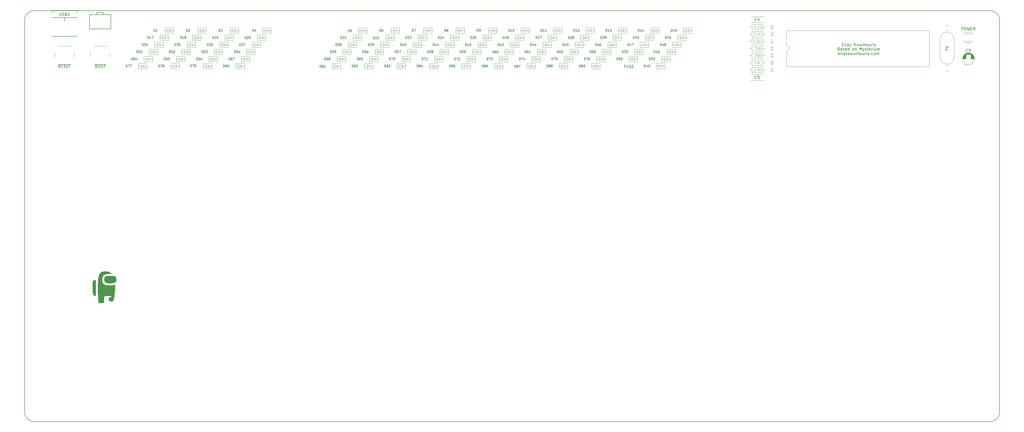
<source format=gbr>
G04 #@! TF.GenerationSoftware,KiCad,Pcbnew,(6.0.6)*
G04 #@! TF.CreationDate,2022-07-11T21:59:51-07:00*
G04 #@! TF.ProjectId,mysterium-pcb,6d797374-6572-4697-956d-2d7063622e6b,rev?*
G04 #@! TF.SameCoordinates,Original*
G04 #@! TF.FileFunction,Legend,Top*
G04 #@! TF.FilePolarity,Positive*
%FSLAX46Y46*%
G04 Gerber Fmt 4.6, Leading zero omitted, Abs format (unit mm)*
G04 Created by KiCad (PCBNEW (6.0.6)) date 2022-07-11 21:59:51*
%MOMM*%
%LPD*%
G01*
G04 APERTURE LIST*
G04 #@! TA.AperFunction,Profile*
%ADD10C,0.150000*%
G04 #@! TD*
%ADD11C,0.150000*%
%ADD12C,0.100000*%
%ADD13C,0.120000*%
%ADD14C,0.200000*%
%ADD15C,0.203200*%
G04 APERTURE END LIST*
D10*
X40451560Y-55313501D02*
G75*
G03*
X37147501Y-58623559I3000J-3307059D01*
G01*
X384809999Y-58617560D02*
G75*
G03*
X381499941Y-55313501I-3307099J-3040D01*
G01*
X381505940Y-201929999D02*
G75*
G03*
X384809999Y-198619941I-3040J3307099D01*
G01*
X384810000Y-58617560D02*
X384809999Y-198619941D01*
X37147500Y-198625940D02*
X37147501Y-58623559D01*
X37147501Y-198625940D02*
G75*
G03*
X40457559Y-201929999I3307059J3000D01*
G01*
X40451560Y-55313500D02*
X381499941Y-55313500D01*
X381505940Y-201930000D02*
X40457559Y-201929999D01*
D11*
X327744061Y-71040111D02*
X327648823Y-71087730D01*
X327458346Y-71087730D01*
X327363108Y-71040111D01*
X327315489Y-70944873D01*
X327315489Y-70563921D01*
X327363108Y-70468683D01*
X327458346Y-70421064D01*
X327648823Y-70421064D01*
X327744061Y-70468683D01*
X327791680Y-70563921D01*
X327791680Y-70659159D01*
X327315489Y-70754397D01*
X328363108Y-71087730D02*
X328267870Y-71040111D01*
X328220251Y-70944873D01*
X328220251Y-70087730D01*
X328744061Y-71087730D02*
X328744061Y-70421064D01*
X328744061Y-70087730D02*
X328696442Y-70135350D01*
X328744061Y-70182969D01*
X328791680Y-70135350D01*
X328744061Y-70087730D01*
X328744061Y-70182969D01*
X329648823Y-71087730D02*
X329648823Y-70563921D01*
X329601204Y-70468683D01*
X329505965Y-70421064D01*
X329315489Y-70421064D01*
X329220251Y-70468683D01*
X329648823Y-71040111D02*
X329553584Y-71087730D01*
X329315489Y-71087730D01*
X329220251Y-71040111D01*
X329172632Y-70944873D01*
X329172632Y-70849635D01*
X329220251Y-70754397D01*
X329315489Y-70706778D01*
X329553584Y-70706778D01*
X329648823Y-70659159D01*
X330077394Y-71040111D02*
X330172632Y-71087730D01*
X330363108Y-71087730D01*
X330458346Y-71040111D01*
X330505965Y-70944873D01*
X330505965Y-70897254D01*
X330458346Y-70802016D01*
X330363108Y-70754397D01*
X330220251Y-70754397D01*
X330125013Y-70706778D01*
X330077394Y-70611540D01*
X330077394Y-70563921D01*
X330125013Y-70468683D01*
X330220251Y-70421064D01*
X330363108Y-70421064D01*
X330458346Y-70468683D01*
X330934537Y-71087730D02*
X330934537Y-70087730D01*
X331029775Y-70706778D02*
X331315489Y-71087730D01*
X331315489Y-70421064D02*
X330934537Y-70802016D01*
X331886918Y-71087730D02*
X331791680Y-71040111D01*
X331744061Y-70992492D01*
X331696442Y-70897254D01*
X331696442Y-70611540D01*
X331744061Y-70516302D01*
X331791680Y-70468683D01*
X331886918Y-70421064D01*
X332029775Y-70421064D01*
X332125013Y-70468683D01*
X332172632Y-70516302D01*
X332220251Y-70611540D01*
X332220251Y-70897254D01*
X332172632Y-70992492D01*
X332125013Y-71040111D01*
X332029775Y-71087730D01*
X331886918Y-71087730D01*
X333077394Y-70421064D02*
X333077394Y-71087730D01*
X332648823Y-70421064D02*
X332648823Y-70944873D01*
X332696442Y-71040111D01*
X332791680Y-71087730D01*
X332934537Y-71087730D01*
X333029775Y-71040111D01*
X333077394Y-70992492D01*
X333553584Y-70421064D02*
X333553584Y-71087730D01*
X333553584Y-70516302D02*
X333601204Y-70468683D01*
X333696442Y-70421064D01*
X333839299Y-70421064D01*
X333934537Y-70468683D01*
X333982156Y-70563921D01*
X333982156Y-71087730D01*
X334315489Y-70421064D02*
X334696442Y-70421064D01*
X334458346Y-70087730D02*
X334458346Y-70944873D01*
X334505965Y-71040111D01*
X334601204Y-71087730D01*
X334696442Y-71087730D01*
X335172632Y-71087730D02*
X335077394Y-71040111D01*
X335029775Y-70992492D01*
X334982156Y-70897254D01*
X334982156Y-70611540D01*
X335029775Y-70516302D01*
X335077394Y-70468683D01*
X335172632Y-70421064D01*
X335315489Y-70421064D01*
X335410727Y-70468683D01*
X335458346Y-70516302D01*
X335505965Y-70611540D01*
X335505965Y-70897254D01*
X335458346Y-70992492D01*
X335410727Y-71040111D01*
X335315489Y-71087730D01*
X335172632Y-71087730D01*
X336363108Y-70421064D02*
X336363108Y-71087730D01*
X335934537Y-70421064D02*
X335934537Y-70944873D01*
X335982156Y-71040111D01*
X336077394Y-71087730D01*
X336220251Y-71087730D01*
X336315489Y-71040111D01*
X336363108Y-70992492D01*
X336839299Y-71087730D02*
X336839299Y-70421064D01*
X336839299Y-70611540D02*
X336886918Y-70516302D01*
X336934537Y-70468683D01*
X337029775Y-70421064D01*
X337125013Y-70421064D01*
X337458346Y-71087730D02*
X337458346Y-70421064D01*
X337458346Y-70087730D02*
X337410727Y-70135350D01*
X337458346Y-70182969D01*
X337505965Y-70135350D01*
X337458346Y-70087730D01*
X337458346Y-70182969D01*
X337886918Y-71040111D02*
X337982156Y-71087730D01*
X338172632Y-71087730D01*
X338267870Y-71040111D01*
X338315489Y-70944873D01*
X338315489Y-70897254D01*
X338267870Y-70802016D01*
X338172632Y-70754397D01*
X338029775Y-70754397D01*
X337934537Y-70706778D01*
X337886918Y-70611540D01*
X337886918Y-70563921D01*
X337934537Y-70468683D01*
X338029775Y-70421064D01*
X338172632Y-70421064D01*
X338267870Y-70468683D01*
X338744061Y-70992492D02*
X338791680Y-71040111D01*
X338744061Y-71087730D01*
X338696442Y-71040111D01*
X338744061Y-70992492D01*
X338744061Y-71087730D01*
X339648823Y-71040111D02*
X339553584Y-71087730D01*
X339363108Y-71087730D01*
X339267870Y-71040111D01*
X339220251Y-70992492D01*
X339172632Y-70897254D01*
X339172632Y-70611540D01*
X339220251Y-70516302D01*
X339267870Y-70468683D01*
X339363108Y-70421064D01*
X339553584Y-70421064D01*
X339648823Y-70468683D01*
X340220251Y-71087730D02*
X340125013Y-71040111D01*
X340077394Y-70992492D01*
X340029775Y-70897254D01*
X340029775Y-70611540D01*
X340077394Y-70516302D01*
X340125013Y-70468683D01*
X340220251Y-70421064D01*
X340363108Y-70421064D01*
X340458346Y-70468683D01*
X340505965Y-70516302D01*
X340553584Y-70611540D01*
X340553584Y-70897254D01*
X340505965Y-70992492D01*
X340458346Y-71040111D01*
X340363108Y-71087730D01*
X340220251Y-71087730D01*
X340982156Y-71087730D02*
X340982156Y-70421064D01*
X340982156Y-70516302D02*
X341029775Y-70468683D01*
X341125013Y-70421064D01*
X341267870Y-70421064D01*
X341363108Y-70468683D01*
X341410727Y-70563921D01*
X341410727Y-71087730D01*
X341410727Y-70563921D02*
X341458346Y-70468683D01*
X341553584Y-70421064D01*
X341696442Y-70421064D01*
X341791680Y-70468683D01*
X341839299Y-70563921D01*
X341839299Y-71087730D01*
X327529775Y-68912921D02*
X327672632Y-68960540D01*
X327720251Y-69008159D01*
X327767870Y-69103397D01*
X327767870Y-69246254D01*
X327720251Y-69341492D01*
X327672632Y-69389111D01*
X327577394Y-69436730D01*
X327196442Y-69436730D01*
X327196442Y-68436730D01*
X327529775Y-68436730D01*
X327625013Y-68484350D01*
X327672632Y-68531969D01*
X327720251Y-68627207D01*
X327720251Y-68722445D01*
X327672632Y-68817683D01*
X327625013Y-68865302D01*
X327529775Y-68912921D01*
X327196442Y-68912921D01*
X328625013Y-69436730D02*
X328625013Y-68912921D01*
X328577394Y-68817683D01*
X328482156Y-68770064D01*
X328291680Y-68770064D01*
X328196442Y-68817683D01*
X328625013Y-69389111D02*
X328529775Y-69436730D01*
X328291680Y-69436730D01*
X328196442Y-69389111D01*
X328148823Y-69293873D01*
X328148823Y-69198635D01*
X328196442Y-69103397D01*
X328291680Y-69055778D01*
X328529775Y-69055778D01*
X328625013Y-69008159D01*
X329053584Y-69389111D02*
X329148823Y-69436730D01*
X329339299Y-69436730D01*
X329434537Y-69389111D01*
X329482156Y-69293873D01*
X329482156Y-69246254D01*
X329434537Y-69151016D01*
X329339299Y-69103397D01*
X329196442Y-69103397D01*
X329101204Y-69055778D01*
X329053584Y-68960540D01*
X329053584Y-68912921D01*
X329101204Y-68817683D01*
X329196442Y-68770064D01*
X329339299Y-68770064D01*
X329434537Y-68817683D01*
X330291680Y-69389111D02*
X330196442Y-69436730D01*
X330005965Y-69436730D01*
X329910727Y-69389111D01*
X329863108Y-69293873D01*
X329863108Y-68912921D01*
X329910727Y-68817683D01*
X330005965Y-68770064D01*
X330196442Y-68770064D01*
X330291680Y-68817683D01*
X330339299Y-68912921D01*
X330339299Y-69008159D01*
X329863108Y-69103397D01*
X331196442Y-69436730D02*
X331196442Y-68436730D01*
X331196442Y-69389111D02*
X331101204Y-69436730D01*
X330910727Y-69436730D01*
X330815489Y-69389111D01*
X330767870Y-69341492D01*
X330720251Y-69246254D01*
X330720251Y-68960540D01*
X330767870Y-68865302D01*
X330815489Y-68817683D01*
X330910727Y-68770064D01*
X331101204Y-68770064D01*
X331196442Y-68817683D01*
X332577394Y-69436730D02*
X332482156Y-69389111D01*
X332434537Y-69341492D01*
X332386918Y-69246254D01*
X332386918Y-68960540D01*
X332434537Y-68865302D01*
X332482156Y-68817683D01*
X332577394Y-68770064D01*
X332720251Y-68770064D01*
X332815489Y-68817683D01*
X332863108Y-68865302D01*
X332910727Y-68960540D01*
X332910727Y-69246254D01*
X332863108Y-69341492D01*
X332815489Y-69389111D01*
X332720251Y-69436730D01*
X332577394Y-69436730D01*
X333339299Y-68770064D02*
X333339299Y-69436730D01*
X333339299Y-68865302D02*
X333386918Y-68817683D01*
X333482156Y-68770064D01*
X333625013Y-68770064D01*
X333720251Y-68817683D01*
X333767870Y-68912921D01*
X333767870Y-69436730D01*
X335005965Y-69436730D02*
X335005965Y-68436730D01*
X335339299Y-69151016D01*
X335672632Y-68436730D01*
X335672632Y-69436730D01*
X336053584Y-68770064D02*
X336291680Y-69436730D01*
X336529775Y-68770064D02*
X336291680Y-69436730D01*
X336196442Y-69674826D01*
X336148823Y-69722445D01*
X336053584Y-69770064D01*
X336863108Y-69389111D02*
X336958346Y-69436730D01*
X337148823Y-69436730D01*
X337244061Y-69389111D01*
X337291680Y-69293873D01*
X337291680Y-69246254D01*
X337244061Y-69151016D01*
X337148823Y-69103397D01*
X337005965Y-69103397D01*
X336910727Y-69055778D01*
X336863108Y-68960540D01*
X336863108Y-68912921D01*
X336910727Y-68817683D01*
X337005965Y-68770064D01*
X337148823Y-68770064D01*
X337244061Y-68817683D01*
X337577394Y-68770064D02*
X337958346Y-68770064D01*
X337720251Y-68436730D02*
X337720251Y-69293873D01*
X337767870Y-69389111D01*
X337863108Y-69436730D01*
X337958346Y-69436730D01*
X338672632Y-69389111D02*
X338577394Y-69436730D01*
X338386918Y-69436730D01*
X338291680Y-69389111D01*
X338244061Y-69293873D01*
X338244061Y-68912921D01*
X338291680Y-68817683D01*
X338386918Y-68770064D01*
X338577394Y-68770064D01*
X338672632Y-68817683D01*
X338720251Y-68912921D01*
X338720251Y-69008159D01*
X338244061Y-69103397D01*
X339148823Y-69436730D02*
X339148823Y-68770064D01*
X339148823Y-68960540D02*
X339196442Y-68865302D01*
X339244061Y-68817683D01*
X339339299Y-68770064D01*
X339434537Y-68770064D01*
X339767870Y-69436730D02*
X339767870Y-68770064D01*
X339767870Y-68436730D02*
X339720251Y-68484350D01*
X339767870Y-68531969D01*
X339815489Y-68484350D01*
X339767870Y-68436730D01*
X339767870Y-68531969D01*
X340672632Y-68770064D02*
X340672632Y-69436730D01*
X340244061Y-68770064D02*
X340244061Y-69293873D01*
X340291680Y-69389111D01*
X340386918Y-69436730D01*
X340529775Y-69436730D01*
X340625013Y-69389111D01*
X340672632Y-69341492D01*
X341148823Y-69436730D02*
X341148823Y-68770064D01*
X341148823Y-68865302D02*
X341196442Y-68817683D01*
X341291680Y-68770064D01*
X341434537Y-68770064D01*
X341529775Y-68817683D01*
X341577394Y-68912921D01*
X341577394Y-69436730D01*
X341577394Y-68912921D02*
X341625013Y-68817683D01*
X341720251Y-68770064D01*
X341863108Y-68770064D01*
X341958346Y-68817683D01*
X342005965Y-68912921D01*
X342005965Y-69436730D01*
X373487726Y-69907694D02*
X373440107Y-69955313D01*
X373297250Y-70002932D01*
X373202012Y-70002932D01*
X373059154Y-69955313D01*
X372963916Y-69860075D01*
X372916297Y-69764837D01*
X372868678Y-69574361D01*
X372868678Y-69431504D01*
X372916297Y-69241028D01*
X372963916Y-69145790D01*
X373059154Y-69050552D01*
X373202012Y-69002932D01*
X373297250Y-69002932D01*
X373440107Y-69050552D01*
X373487726Y-69098171D01*
X373821059Y-69002932D02*
X374440107Y-69002932D01*
X374106773Y-69383885D01*
X374249631Y-69383885D01*
X374344869Y-69431504D01*
X374392488Y-69479123D01*
X374440107Y-69574361D01*
X374440107Y-69812456D01*
X374392488Y-69907694D01*
X374344869Y-69955313D01*
X374249631Y-70002932D01*
X373963916Y-70002932D01*
X373868678Y-69955313D01*
X373821059Y-69907694D01*
X371395560Y-62258113D02*
X371395560Y-61258113D01*
X371776512Y-61258113D01*
X371871750Y-61305733D01*
X371919369Y-61353352D01*
X371966988Y-61448590D01*
X371966988Y-61591447D01*
X371919369Y-61686685D01*
X371871750Y-61734304D01*
X371776512Y-61781923D01*
X371395560Y-61781923D01*
X372586036Y-61258113D02*
X372776512Y-61258113D01*
X372871750Y-61305733D01*
X372966988Y-61400971D01*
X373014607Y-61591447D01*
X373014607Y-61924780D01*
X372966988Y-62115256D01*
X372871750Y-62210494D01*
X372776512Y-62258113D01*
X372586036Y-62258113D01*
X372490798Y-62210494D01*
X372395560Y-62115256D01*
X372347941Y-61924780D01*
X372347941Y-61591447D01*
X372395560Y-61400971D01*
X372490798Y-61305733D01*
X372586036Y-61258113D01*
X373347941Y-61258113D02*
X373586036Y-62258113D01*
X373776512Y-61543828D01*
X373966988Y-62258113D01*
X374205084Y-61258113D01*
X374586036Y-61734304D02*
X374919369Y-61734304D01*
X375062226Y-62258113D02*
X374586036Y-62258113D01*
X374586036Y-61258113D01*
X375062226Y-61258113D01*
X376062226Y-62258113D02*
X375728893Y-61781923D01*
X375490798Y-62258113D02*
X375490798Y-61258113D01*
X375871750Y-61258113D01*
X375966988Y-61305733D01*
X376014607Y-61353352D01*
X376062226Y-61448590D01*
X376062226Y-61591447D01*
X376014607Y-61686685D01*
X375966988Y-61734304D01*
X375871750Y-61781923D01*
X375490798Y-61781923D01*
X242614635Y-65284304D02*
X242614635Y-64484304D01*
X242805111Y-64484304D01*
X242919397Y-64522400D01*
X242995587Y-64598590D01*
X243033683Y-64674780D01*
X243071778Y-64827161D01*
X243071778Y-64941447D01*
X243033683Y-65093828D01*
X242995587Y-65170019D01*
X242919397Y-65246209D01*
X242805111Y-65284304D01*
X242614635Y-65284304D01*
X243376540Y-64560495D02*
X243414635Y-64522400D01*
X243490825Y-64484304D01*
X243681302Y-64484304D01*
X243757492Y-64522400D01*
X243795587Y-64560495D01*
X243833683Y-64636685D01*
X243833683Y-64712876D01*
X243795587Y-64827161D01*
X243338444Y-65284304D01*
X243833683Y-65284304D01*
X244214635Y-65284304D02*
X244367016Y-65284304D01*
X244443206Y-65246209D01*
X244481302Y-65208114D01*
X244557492Y-65093828D01*
X244595587Y-64941447D01*
X244595587Y-64636685D01*
X244557492Y-64560495D01*
X244519397Y-64522400D01*
X244443206Y-64484304D01*
X244290825Y-64484304D01*
X244214635Y-64522400D01*
X244176540Y-64560495D01*
X244138444Y-64636685D01*
X244138444Y-64827161D01*
X244176540Y-64903352D01*
X244214635Y-64941447D01*
X244290825Y-64979542D01*
X244443206Y-64979542D01*
X244519397Y-64941447D01*
X244557492Y-64903352D01*
X244595587Y-64827161D01*
X113829571Y-67824304D02*
X113829571Y-67024304D01*
X114020047Y-67024304D01*
X114134333Y-67062400D01*
X114210523Y-67138590D01*
X114248619Y-67214780D01*
X114286714Y-67367161D01*
X114286714Y-67481447D01*
X114248619Y-67633828D01*
X114210523Y-67710019D01*
X114134333Y-67786209D01*
X114020047Y-67824304D01*
X113829571Y-67824304D01*
X114553380Y-67024304D02*
X115048619Y-67024304D01*
X114781952Y-67329066D01*
X114896238Y-67329066D01*
X114972428Y-67367161D01*
X115010523Y-67405257D01*
X115048619Y-67481447D01*
X115048619Y-67671923D01*
X115010523Y-67748114D01*
X114972428Y-67786209D01*
X114896238Y-67824304D01*
X114667666Y-67824304D01*
X114591476Y-67786209D01*
X114553380Y-67748114D01*
X115315285Y-67024304D02*
X115848619Y-67024304D01*
X115505761Y-67824304D01*
X232946752Y-62744304D02*
X232946752Y-61944304D01*
X233137228Y-61944304D01*
X233251514Y-61982400D01*
X233327704Y-62058590D01*
X233365800Y-62134780D01*
X233403895Y-62287161D01*
X233403895Y-62401447D01*
X233365800Y-62553828D01*
X233327704Y-62630019D01*
X233251514Y-62706209D01*
X233137228Y-62744304D01*
X232946752Y-62744304D01*
X234165800Y-62744304D02*
X233708657Y-62744304D01*
X233937228Y-62744304D02*
X233937228Y-61944304D01*
X233861038Y-62058590D01*
X233784847Y-62134780D01*
X233708657Y-62172876D01*
X234470561Y-62020495D02*
X234508657Y-61982400D01*
X234584847Y-61944304D01*
X234775323Y-61944304D01*
X234851514Y-61982400D01*
X234889609Y-62020495D01*
X234927704Y-62096685D01*
X234927704Y-62172876D01*
X234889609Y-62287161D01*
X234432466Y-62744304D01*
X234927704Y-62744304D01*
X267665401Y-62744304D02*
X267665401Y-61944304D01*
X267855877Y-61944304D01*
X267970163Y-61982400D01*
X268046353Y-62058590D01*
X268084449Y-62134780D01*
X268122544Y-62287161D01*
X268122544Y-62401447D01*
X268084449Y-62553828D01*
X268046353Y-62630019D01*
X267970163Y-62706209D01*
X267855877Y-62744304D01*
X267665401Y-62744304D01*
X268884449Y-62744304D02*
X268427306Y-62744304D01*
X268655877Y-62744304D02*
X268655877Y-61944304D01*
X268579687Y-62058590D01*
X268503496Y-62134780D01*
X268427306Y-62172876D01*
X269608258Y-61944304D02*
X269227306Y-61944304D01*
X269189210Y-62325257D01*
X269227306Y-62287161D01*
X269303496Y-62249066D01*
X269493972Y-62249066D01*
X269570163Y-62287161D01*
X269608258Y-62325257D01*
X269646353Y-62401447D01*
X269646353Y-62591923D01*
X269608258Y-62668114D01*
X269570163Y-62706209D01*
X269493972Y-62744304D01*
X269303496Y-62744304D01*
X269227306Y-62706209D01*
X269189210Y-62668114D01*
X177088164Y-75444304D02*
X177088164Y-74644304D01*
X177278640Y-74644304D01*
X177392926Y-74682400D01*
X177469116Y-74758590D01*
X177507212Y-74834780D01*
X177545307Y-74987161D01*
X177545307Y-75101447D01*
X177507212Y-75253828D01*
X177469116Y-75330019D01*
X177392926Y-75406209D01*
X177278640Y-75444304D01*
X177088164Y-75444304D01*
X178002450Y-74987161D02*
X177926259Y-74949066D01*
X177888164Y-74910971D01*
X177850069Y-74834780D01*
X177850069Y-74796685D01*
X177888164Y-74720495D01*
X177926259Y-74682400D01*
X178002450Y-74644304D01*
X178154831Y-74644304D01*
X178231021Y-74682400D01*
X178269116Y-74720495D01*
X178307212Y-74796685D01*
X178307212Y-74834780D01*
X178269116Y-74910971D01*
X178231021Y-74949066D01*
X178154831Y-74987161D01*
X178002450Y-74987161D01*
X177926259Y-75025257D01*
X177888164Y-75063352D01*
X177850069Y-75139542D01*
X177850069Y-75291923D01*
X177888164Y-75368114D01*
X177926259Y-75406209D01*
X178002450Y-75444304D01*
X178154831Y-75444304D01*
X178231021Y-75406209D01*
X178269116Y-75368114D01*
X178307212Y-75291923D01*
X178307212Y-75139542D01*
X178269116Y-75063352D01*
X178231021Y-75025257D01*
X178154831Y-74987161D01*
X178992926Y-74910971D02*
X178992926Y-75444304D01*
X178802450Y-74606209D02*
X178611973Y-75177638D01*
X179107212Y-75177638D01*
X188660085Y-75444304D02*
X188660085Y-74644304D01*
X188850561Y-74644304D01*
X188964847Y-74682400D01*
X189041037Y-74758590D01*
X189079133Y-74834780D01*
X189117228Y-74987161D01*
X189117228Y-75101447D01*
X189079133Y-75253828D01*
X189041037Y-75330019D01*
X188964847Y-75406209D01*
X188850561Y-75444304D01*
X188660085Y-75444304D01*
X189574371Y-74987161D02*
X189498180Y-74949066D01*
X189460085Y-74910971D01*
X189421990Y-74834780D01*
X189421990Y-74796685D01*
X189460085Y-74720495D01*
X189498180Y-74682400D01*
X189574371Y-74644304D01*
X189726752Y-74644304D01*
X189802942Y-74682400D01*
X189841037Y-74720495D01*
X189879133Y-74796685D01*
X189879133Y-74834780D01*
X189841037Y-74910971D01*
X189802942Y-74949066D01*
X189726752Y-74987161D01*
X189574371Y-74987161D01*
X189498180Y-75025257D01*
X189460085Y-75063352D01*
X189421990Y-75139542D01*
X189421990Y-75291923D01*
X189460085Y-75368114D01*
X189498180Y-75406209D01*
X189574371Y-75444304D01*
X189726752Y-75444304D01*
X189802942Y-75406209D01*
X189841037Y-75368114D01*
X189879133Y-75291923D01*
X189879133Y-75139542D01*
X189841037Y-75063352D01*
X189802942Y-75025257D01*
X189726752Y-74987161D01*
X190602942Y-74644304D02*
X190221990Y-74644304D01*
X190183894Y-75025257D01*
X190221990Y-74987161D01*
X190298180Y-74949066D01*
X190488656Y-74949066D01*
X190564847Y-74987161D01*
X190602942Y-75025257D01*
X190641037Y-75101447D01*
X190641037Y-75291923D01*
X190602942Y-75368114D01*
X190564847Y-75406209D01*
X190488656Y-75444304D01*
X190298180Y-75444304D01*
X190221990Y-75406209D01*
X190183894Y-75368114D01*
X328648823Y-67365571D02*
X328982156Y-67365571D01*
X329125013Y-67889380D02*
X328648823Y-67889380D01*
X328648823Y-66889380D01*
X329125013Y-66889380D01*
X329696442Y-67889380D02*
X329601204Y-67841761D01*
X329553584Y-67746523D01*
X329553584Y-66889380D01*
X330077394Y-67889380D02*
X330077394Y-67222714D01*
X330077394Y-66889380D02*
X330029775Y-66937000D01*
X330077394Y-66984619D01*
X330125013Y-66937000D01*
X330077394Y-66889380D01*
X330077394Y-66984619D01*
X330982156Y-67889380D02*
X330982156Y-67365571D01*
X330934537Y-67270333D01*
X330839299Y-67222714D01*
X330648823Y-67222714D01*
X330553584Y-67270333D01*
X330982156Y-67841761D02*
X330886918Y-67889380D01*
X330648823Y-67889380D01*
X330553584Y-67841761D01*
X330505965Y-67746523D01*
X330505965Y-67651285D01*
X330553584Y-67556047D01*
X330648823Y-67508428D01*
X330886918Y-67508428D01*
X330982156Y-67460809D01*
X331410727Y-67841761D02*
X331505965Y-67889380D01*
X331696442Y-67889380D01*
X331791680Y-67841761D01*
X331839299Y-67746523D01*
X331839299Y-67698904D01*
X331791680Y-67603666D01*
X331696442Y-67556047D01*
X331553584Y-67556047D01*
X331458346Y-67508428D01*
X331410727Y-67413190D01*
X331410727Y-67365571D01*
X331458346Y-67270333D01*
X331553584Y-67222714D01*
X331696442Y-67222714D01*
X331791680Y-67270333D01*
X333029775Y-67889380D02*
X333029775Y-66889380D01*
X333601204Y-67889380D02*
X333172632Y-67317952D01*
X333601204Y-66889380D02*
X333029775Y-67460809D01*
X334172632Y-67889380D02*
X334077394Y-67841761D01*
X334029775Y-67794142D01*
X333982156Y-67698904D01*
X333982156Y-67413190D01*
X334029775Y-67317952D01*
X334077394Y-67270333D01*
X334172632Y-67222714D01*
X334315489Y-67222714D01*
X334410727Y-67270333D01*
X334458346Y-67317952D01*
X334505965Y-67413190D01*
X334505965Y-67698904D01*
X334458346Y-67794142D01*
X334410727Y-67841761D01*
X334315489Y-67889380D01*
X334172632Y-67889380D01*
X335363108Y-67222714D02*
X335363108Y-67889380D01*
X334934537Y-67222714D02*
X334934537Y-67746523D01*
X334982156Y-67841761D01*
X335077394Y-67889380D01*
X335220251Y-67889380D01*
X335315489Y-67841761D01*
X335363108Y-67794142D01*
X335839299Y-67222714D02*
X335839299Y-67889380D01*
X335839299Y-67317952D02*
X335886918Y-67270333D01*
X335982156Y-67222714D01*
X336125013Y-67222714D01*
X336220251Y-67270333D01*
X336267870Y-67365571D01*
X336267870Y-67889380D01*
X336601204Y-67222714D02*
X336982156Y-67222714D01*
X336744061Y-66889380D02*
X336744061Y-67746523D01*
X336791680Y-67841761D01*
X336886918Y-67889380D01*
X336982156Y-67889380D01*
X337458346Y-67889380D02*
X337363108Y-67841761D01*
X337315489Y-67794142D01*
X337267870Y-67698904D01*
X337267870Y-67413190D01*
X337315489Y-67317952D01*
X337363108Y-67270333D01*
X337458346Y-67222714D01*
X337601204Y-67222714D01*
X337696442Y-67270333D01*
X337744061Y-67317952D01*
X337791680Y-67413190D01*
X337791680Y-67698904D01*
X337744061Y-67794142D01*
X337696442Y-67841761D01*
X337601204Y-67889380D01*
X337458346Y-67889380D01*
X338648823Y-67222714D02*
X338648823Y-67889380D01*
X338220251Y-67222714D02*
X338220251Y-67746523D01*
X338267870Y-67841761D01*
X338363108Y-67889380D01*
X338505965Y-67889380D01*
X338601204Y-67841761D01*
X338648823Y-67794142D01*
X339125013Y-67889380D02*
X339125013Y-67222714D01*
X339125013Y-67413190D02*
X339172632Y-67317952D01*
X339220251Y-67270333D01*
X339315489Y-67222714D01*
X339410727Y-67222714D01*
X339744061Y-67889380D02*
X339744061Y-67222714D01*
X339744061Y-66889380D02*
X339696442Y-66937000D01*
X339744061Y-66984619D01*
X339791680Y-66937000D01*
X339744061Y-66889380D01*
X339744061Y-66984619D01*
X340172632Y-67841761D02*
X340267870Y-67889380D01*
X340458346Y-67889380D01*
X340553584Y-67841761D01*
X340601204Y-67746523D01*
X340601204Y-67698904D01*
X340553584Y-67603666D01*
X340458346Y-67556047D01*
X340315489Y-67556047D01*
X340220251Y-67508428D01*
X340172632Y-67413190D01*
X340172632Y-67365571D01*
X340220251Y-67270333D01*
X340315489Y-67222714D01*
X340458346Y-67222714D01*
X340553584Y-67270333D01*
X62735960Y-75067470D02*
X62878817Y-75115089D01*
X62926436Y-75162708D01*
X62974055Y-75257946D01*
X62974055Y-75400803D01*
X62926436Y-75496041D01*
X62878817Y-75543660D01*
X62783579Y-75591279D01*
X62402626Y-75591279D01*
X62402626Y-74591279D01*
X62735960Y-74591279D01*
X62831198Y-74638899D01*
X62878817Y-74686518D01*
X62926436Y-74781756D01*
X62926436Y-74876994D01*
X62878817Y-74972232D01*
X62831198Y-75019851D01*
X62735960Y-75067470D01*
X62402626Y-75067470D01*
X63593103Y-74591279D02*
X63783579Y-74591279D01*
X63878817Y-74638899D01*
X63974055Y-74734137D01*
X64021674Y-74924613D01*
X64021674Y-75257946D01*
X63974055Y-75448422D01*
X63878817Y-75543660D01*
X63783579Y-75591279D01*
X63593103Y-75591279D01*
X63497864Y-75543660D01*
X63402626Y-75448422D01*
X63355007Y-75257946D01*
X63355007Y-74924613D01*
X63402626Y-74734137D01*
X63497864Y-74638899D01*
X63593103Y-74591279D01*
X64640722Y-74591279D02*
X64831198Y-74591279D01*
X64926436Y-74638899D01*
X65021674Y-74734137D01*
X65069293Y-74924613D01*
X65069293Y-75257946D01*
X65021674Y-75448422D01*
X64926436Y-75543660D01*
X64831198Y-75591279D01*
X64640722Y-75591279D01*
X64545483Y-75543660D01*
X64450245Y-75448422D01*
X64402626Y-75257946D01*
X64402626Y-74924613D01*
X64450245Y-74734137D01*
X64545483Y-74638899D01*
X64640722Y-74591279D01*
X65355007Y-74591279D02*
X65926436Y-74591279D01*
X65640722Y-75591279D02*
X65640722Y-74591279D01*
X298244919Y-58845440D02*
X298197300Y-58893059D01*
X298054443Y-58940678D01*
X297959205Y-58940678D01*
X297816347Y-58893059D01*
X297721109Y-58797821D01*
X297673490Y-58702583D01*
X297625871Y-58512107D01*
X297625871Y-58369250D01*
X297673490Y-58178774D01*
X297721109Y-58083536D01*
X297816347Y-57988298D01*
X297959205Y-57940678D01*
X298054443Y-57940678D01*
X298197300Y-57988298D01*
X298244919Y-58035917D01*
X299102062Y-58274012D02*
X299102062Y-58940678D01*
X298863966Y-57893059D02*
X298625871Y-58607345D01*
X299244919Y-58607345D01*
X298234747Y-79435244D02*
X298187128Y-79482863D01*
X298044271Y-79530482D01*
X297949033Y-79530482D01*
X297806175Y-79482863D01*
X297710937Y-79387625D01*
X297663318Y-79292387D01*
X297615699Y-79101911D01*
X297615699Y-78959054D01*
X297663318Y-78768578D01*
X297710937Y-78673340D01*
X297806175Y-78578102D01*
X297949033Y-78530482D01*
X298044271Y-78530482D01*
X298187128Y-78578102D01*
X298234747Y-78625721D01*
X299139509Y-78530482D02*
X298663318Y-78530482D01*
X298615699Y-79006673D01*
X298663318Y-78959054D01*
X298758556Y-78911435D01*
X298996652Y-78911435D01*
X299091890Y-78959054D01*
X299139509Y-79006673D01*
X299187128Y-79101911D01*
X299187128Y-79340006D01*
X299139509Y-79435244D01*
X299091890Y-79482863D01*
X298996652Y-79530482D01*
X298758556Y-79530482D01*
X298663318Y-79482863D01*
X298615699Y-79435244D01*
X83254023Y-62744304D02*
X83254023Y-61944304D01*
X83444500Y-61944304D01*
X83558785Y-61982400D01*
X83634976Y-62058590D01*
X83673071Y-62134780D01*
X83711166Y-62287161D01*
X83711166Y-62401447D01*
X83673071Y-62553828D01*
X83634976Y-62630019D01*
X83558785Y-62706209D01*
X83444500Y-62744304D01*
X83254023Y-62744304D01*
X84473071Y-62744304D02*
X84015928Y-62744304D01*
X84244500Y-62744304D02*
X84244500Y-61944304D01*
X84168309Y-62058590D01*
X84092119Y-62134780D01*
X84015928Y-62172876D01*
X94826906Y-62744304D02*
X94826906Y-61944304D01*
X95017383Y-61944304D01*
X95131668Y-61982400D01*
X95207859Y-62058590D01*
X95245954Y-62134780D01*
X95284049Y-62287161D01*
X95284049Y-62401447D01*
X95245954Y-62553828D01*
X95207859Y-62630019D01*
X95131668Y-62706209D01*
X95017383Y-62744304D01*
X94826906Y-62744304D01*
X95588811Y-62020495D02*
X95626906Y-61982400D01*
X95703097Y-61944304D01*
X95893573Y-61944304D01*
X95969763Y-61982400D01*
X96007859Y-62020495D01*
X96045954Y-62096685D01*
X96045954Y-62172876D01*
X96007859Y-62287161D01*
X95550716Y-62744304D01*
X96045954Y-62744304D01*
X106399789Y-62744304D02*
X106399789Y-61944304D01*
X106590266Y-61944304D01*
X106704551Y-61982400D01*
X106780742Y-62058590D01*
X106818837Y-62134780D01*
X106856932Y-62287161D01*
X106856932Y-62401447D01*
X106818837Y-62553828D01*
X106780742Y-62630019D01*
X106704551Y-62706209D01*
X106590266Y-62744304D01*
X106399789Y-62744304D01*
X107123599Y-61944304D02*
X107618837Y-61944304D01*
X107352170Y-62249066D01*
X107466456Y-62249066D01*
X107542646Y-62287161D01*
X107580742Y-62325257D01*
X107618837Y-62401447D01*
X107618837Y-62591923D01*
X107580742Y-62668114D01*
X107542646Y-62706209D01*
X107466456Y-62744304D01*
X107237885Y-62744304D01*
X107161694Y-62706209D01*
X107123599Y-62668114D01*
X118436872Y-62769704D02*
X118436872Y-61969704D01*
X118627349Y-61969704D01*
X118741634Y-62007800D01*
X118817825Y-62083990D01*
X118855920Y-62160180D01*
X118894015Y-62312561D01*
X118894015Y-62426847D01*
X118855920Y-62579228D01*
X118817825Y-62655419D01*
X118741634Y-62731609D01*
X118627349Y-62769704D01*
X118436872Y-62769704D01*
X119579729Y-62236371D02*
X119579729Y-62769704D01*
X119389253Y-61931609D02*
X119198777Y-62503038D01*
X119694015Y-62503038D01*
X152571523Y-62871304D02*
X152571523Y-62071304D01*
X152762000Y-62071304D01*
X152876285Y-62109400D01*
X152952476Y-62185590D01*
X152990571Y-62261780D01*
X153028666Y-62414161D01*
X153028666Y-62528447D01*
X152990571Y-62680828D01*
X152952476Y-62757019D01*
X152876285Y-62833209D01*
X152762000Y-62871304D01*
X152571523Y-62871304D01*
X153752476Y-62071304D02*
X153371523Y-62071304D01*
X153333428Y-62452257D01*
X153371523Y-62414161D01*
X153447714Y-62376066D01*
X153638190Y-62376066D01*
X153714380Y-62414161D01*
X153752476Y-62452257D01*
X153790571Y-62528447D01*
X153790571Y-62718923D01*
X153752476Y-62795114D01*
X153714380Y-62833209D01*
X153638190Y-62871304D01*
X153447714Y-62871304D01*
X153371523Y-62833209D01*
X153333428Y-62795114D01*
X163787906Y-62744304D02*
X163787906Y-61944304D01*
X163978383Y-61944304D01*
X164092668Y-61982400D01*
X164168859Y-62058590D01*
X164206954Y-62134780D01*
X164245049Y-62287161D01*
X164245049Y-62401447D01*
X164206954Y-62553828D01*
X164168859Y-62630019D01*
X164092668Y-62706209D01*
X163978383Y-62744304D01*
X163787906Y-62744304D01*
X164930763Y-61944304D02*
X164778383Y-61944304D01*
X164702192Y-61982400D01*
X164664097Y-62020495D01*
X164587906Y-62134780D01*
X164549811Y-62287161D01*
X164549811Y-62591923D01*
X164587906Y-62668114D01*
X164626002Y-62706209D01*
X164702192Y-62744304D01*
X164854573Y-62744304D01*
X164930763Y-62706209D01*
X164968859Y-62668114D01*
X165006954Y-62591923D01*
X165006954Y-62401447D01*
X164968859Y-62325257D01*
X164930763Y-62287161D01*
X164854573Y-62249066D01*
X164702192Y-62249066D01*
X164626002Y-62287161D01*
X164587906Y-62325257D01*
X164549811Y-62401447D01*
X175360789Y-62744304D02*
X175360789Y-61944304D01*
X175551266Y-61944304D01*
X175665551Y-61982400D01*
X175741742Y-62058590D01*
X175779837Y-62134780D01*
X175817932Y-62287161D01*
X175817932Y-62401447D01*
X175779837Y-62553828D01*
X175741742Y-62630019D01*
X175665551Y-62706209D01*
X175551266Y-62744304D01*
X175360789Y-62744304D01*
X176084599Y-61944304D02*
X176617932Y-61944304D01*
X176275075Y-62744304D01*
X186933672Y-62744304D02*
X186933672Y-61944304D01*
X187124149Y-61944304D01*
X187238434Y-61982400D01*
X187314625Y-62058590D01*
X187352720Y-62134780D01*
X187390815Y-62287161D01*
X187390815Y-62401447D01*
X187352720Y-62553828D01*
X187314625Y-62630019D01*
X187238434Y-62706209D01*
X187124149Y-62744304D01*
X186933672Y-62744304D01*
X187847958Y-62287161D02*
X187771768Y-62249066D01*
X187733672Y-62210971D01*
X187695577Y-62134780D01*
X187695577Y-62096685D01*
X187733672Y-62020495D01*
X187771768Y-61982400D01*
X187847958Y-61944304D01*
X188000339Y-61944304D01*
X188076529Y-61982400D01*
X188114625Y-62020495D01*
X188152720Y-62096685D01*
X188152720Y-62134780D01*
X188114625Y-62210971D01*
X188076529Y-62249066D01*
X188000339Y-62287161D01*
X187847958Y-62287161D01*
X187771768Y-62325257D01*
X187733672Y-62363352D01*
X187695577Y-62439542D01*
X187695577Y-62591923D01*
X187733672Y-62668114D01*
X187771768Y-62706209D01*
X187847958Y-62744304D01*
X188000339Y-62744304D01*
X188076529Y-62706209D01*
X188114625Y-62668114D01*
X188152720Y-62591923D01*
X188152720Y-62439542D01*
X188114625Y-62363352D01*
X188076529Y-62325257D01*
X188000339Y-62287161D01*
X198506555Y-62744304D02*
X198506555Y-61944304D01*
X198697032Y-61944304D01*
X198811317Y-61982400D01*
X198887508Y-62058590D01*
X198925603Y-62134780D01*
X198963698Y-62287161D01*
X198963698Y-62401447D01*
X198925603Y-62553828D01*
X198887508Y-62630019D01*
X198811317Y-62706209D01*
X198697032Y-62744304D01*
X198506555Y-62744304D01*
X199344651Y-62744304D02*
X199497032Y-62744304D01*
X199573222Y-62706209D01*
X199611317Y-62668114D01*
X199687508Y-62553828D01*
X199725603Y-62401447D01*
X199725603Y-62096685D01*
X199687508Y-62020495D01*
X199649412Y-61982400D01*
X199573222Y-61944304D01*
X199420841Y-61944304D01*
X199344651Y-61982400D01*
X199306555Y-62020495D01*
X199268460Y-62096685D01*
X199268460Y-62287161D01*
X199306555Y-62363352D01*
X199344651Y-62401447D01*
X199420841Y-62439542D01*
X199573222Y-62439542D01*
X199649412Y-62401447D01*
X199687508Y-62363352D01*
X199725603Y-62287161D01*
X209698486Y-62744304D02*
X209698486Y-61944304D01*
X209888962Y-61944304D01*
X210003248Y-61982400D01*
X210079438Y-62058590D01*
X210117534Y-62134780D01*
X210155629Y-62287161D01*
X210155629Y-62401447D01*
X210117534Y-62553828D01*
X210079438Y-62630019D01*
X210003248Y-62706209D01*
X209888962Y-62744304D01*
X209698486Y-62744304D01*
X210917534Y-62744304D02*
X210460391Y-62744304D01*
X210688962Y-62744304D02*
X210688962Y-61944304D01*
X210612772Y-62058590D01*
X210536581Y-62134780D01*
X210460391Y-62172876D01*
X211412772Y-61944304D02*
X211488962Y-61944304D01*
X211565153Y-61982400D01*
X211603248Y-62020495D01*
X211641343Y-62096685D01*
X211679438Y-62249066D01*
X211679438Y-62439542D01*
X211641343Y-62591923D01*
X211603248Y-62668114D01*
X211565153Y-62706209D01*
X211488962Y-62744304D01*
X211412772Y-62744304D01*
X211336581Y-62706209D01*
X211298486Y-62668114D01*
X211260391Y-62591923D01*
X211222295Y-62439542D01*
X211222295Y-62249066D01*
X211260391Y-62096685D01*
X211298486Y-62020495D01*
X211336581Y-61982400D01*
X211412772Y-61944304D01*
X221271369Y-62744304D02*
X221271369Y-61944304D01*
X221461845Y-61944304D01*
X221576131Y-61982400D01*
X221652321Y-62058590D01*
X221690417Y-62134780D01*
X221728512Y-62287161D01*
X221728512Y-62401447D01*
X221690417Y-62553828D01*
X221652321Y-62630019D01*
X221576131Y-62706209D01*
X221461845Y-62744304D01*
X221271369Y-62744304D01*
X222490417Y-62744304D02*
X222033274Y-62744304D01*
X222261845Y-62744304D02*
X222261845Y-61944304D01*
X222185655Y-62058590D01*
X222109464Y-62134780D01*
X222033274Y-62172876D01*
X223252321Y-62744304D02*
X222795178Y-62744304D01*
X223023750Y-62744304D02*
X223023750Y-61944304D01*
X222947559Y-62058590D01*
X222871369Y-62134780D01*
X222795178Y-62172876D01*
X244417135Y-62744304D02*
X244417135Y-61944304D01*
X244607611Y-61944304D01*
X244721897Y-61982400D01*
X244798087Y-62058590D01*
X244836183Y-62134780D01*
X244874278Y-62287161D01*
X244874278Y-62401447D01*
X244836183Y-62553828D01*
X244798087Y-62630019D01*
X244721897Y-62706209D01*
X244607611Y-62744304D01*
X244417135Y-62744304D01*
X245636183Y-62744304D02*
X245179040Y-62744304D01*
X245407611Y-62744304D02*
X245407611Y-61944304D01*
X245331421Y-62058590D01*
X245255230Y-62134780D01*
X245179040Y-62172876D01*
X245902849Y-61944304D02*
X246398087Y-61944304D01*
X246131421Y-62249066D01*
X246245706Y-62249066D01*
X246321897Y-62287161D01*
X246359992Y-62325257D01*
X246398087Y-62401447D01*
X246398087Y-62591923D01*
X246359992Y-62668114D01*
X246321897Y-62706209D01*
X246245706Y-62744304D01*
X246017135Y-62744304D01*
X245940944Y-62706209D01*
X245902849Y-62668114D01*
X255990018Y-62744304D02*
X255990018Y-61944304D01*
X256180494Y-61944304D01*
X256294780Y-61982400D01*
X256370970Y-62058590D01*
X256409066Y-62134780D01*
X256447161Y-62287161D01*
X256447161Y-62401447D01*
X256409066Y-62553828D01*
X256370970Y-62630019D01*
X256294780Y-62706209D01*
X256180494Y-62744304D01*
X255990018Y-62744304D01*
X257209066Y-62744304D02*
X256751923Y-62744304D01*
X256980494Y-62744304D02*
X256980494Y-61944304D01*
X256904304Y-62058590D01*
X256828113Y-62134780D01*
X256751923Y-62172876D01*
X257894780Y-62210971D02*
X257894780Y-62744304D01*
X257704304Y-61906209D02*
X257513827Y-62477638D01*
X258009066Y-62477638D01*
X261569401Y-70364304D02*
X261569401Y-69564304D01*
X261759877Y-69564304D01*
X261874163Y-69602400D01*
X261950353Y-69678590D01*
X261988449Y-69754780D01*
X262026544Y-69907161D01*
X262026544Y-70021447D01*
X261988449Y-70173828D01*
X261950353Y-70250019D01*
X261874163Y-70326209D01*
X261759877Y-70364304D01*
X261569401Y-70364304D01*
X262788449Y-70364304D02*
X262331306Y-70364304D01*
X262559877Y-70364304D02*
X262559877Y-69564304D01*
X262483687Y-69678590D01*
X262407496Y-69754780D01*
X262331306Y-69792876D01*
X263474163Y-69564304D02*
X263321782Y-69564304D01*
X263245591Y-69602400D01*
X263207496Y-69640495D01*
X263131306Y-69754780D01*
X263093210Y-69907161D01*
X263093210Y-70211923D01*
X263131306Y-70288114D01*
X263169401Y-70326209D01*
X263245591Y-70364304D01*
X263397972Y-70364304D01*
X263474163Y-70326209D01*
X263512258Y-70288114D01*
X263550353Y-70211923D01*
X263550353Y-70021447D01*
X263512258Y-69945257D01*
X263474163Y-69907161D01*
X263397972Y-69869066D01*
X263245591Y-69869066D01*
X263169401Y-69907161D01*
X263131306Y-69945257D01*
X263093210Y-70021447D01*
X81015922Y-65284304D02*
X81015922Y-64484304D01*
X81206398Y-64484304D01*
X81320684Y-64522400D01*
X81396874Y-64598590D01*
X81434970Y-64674780D01*
X81473065Y-64827161D01*
X81473065Y-64941447D01*
X81434970Y-65093828D01*
X81396874Y-65170019D01*
X81320684Y-65246209D01*
X81206398Y-65284304D01*
X81015922Y-65284304D01*
X82234970Y-65284304D02*
X81777827Y-65284304D01*
X82006398Y-65284304D02*
X82006398Y-64484304D01*
X81930208Y-64598590D01*
X81854017Y-64674780D01*
X81777827Y-64712876D01*
X82501636Y-64484304D02*
X83034970Y-64484304D01*
X82692112Y-65284304D01*
X92691305Y-65284304D02*
X92691305Y-64484304D01*
X92881781Y-64484304D01*
X92996067Y-64522400D01*
X93072257Y-64598590D01*
X93110353Y-64674780D01*
X93148448Y-64827161D01*
X93148448Y-64941447D01*
X93110353Y-65093828D01*
X93072257Y-65170019D01*
X92996067Y-65246209D01*
X92881781Y-65284304D01*
X92691305Y-65284304D01*
X93910353Y-65284304D02*
X93453210Y-65284304D01*
X93681781Y-65284304D02*
X93681781Y-64484304D01*
X93605591Y-64598590D01*
X93529400Y-64674780D01*
X93453210Y-64712876D01*
X94367495Y-64827161D02*
X94291305Y-64789066D01*
X94253210Y-64750971D01*
X94215114Y-64674780D01*
X94215114Y-64636685D01*
X94253210Y-64560495D01*
X94291305Y-64522400D01*
X94367495Y-64484304D01*
X94519876Y-64484304D01*
X94596067Y-64522400D01*
X94634162Y-64560495D01*
X94672257Y-64636685D01*
X94672257Y-64674780D01*
X94634162Y-64750971D01*
X94596067Y-64789066D01*
X94519876Y-64827161D01*
X94367495Y-64827161D01*
X94291305Y-64865257D01*
X94253210Y-64903352D01*
X94215114Y-64979542D01*
X94215114Y-65131923D01*
X94253210Y-65208114D01*
X94291305Y-65246209D01*
X94367495Y-65284304D01*
X94519876Y-65284304D01*
X94596067Y-65246209D01*
X94634162Y-65208114D01*
X94672257Y-65131923D01*
X94672257Y-64979542D01*
X94634162Y-64903352D01*
X94596067Y-64865257D01*
X94519876Y-64827161D01*
X104161688Y-65284304D02*
X104161688Y-64484304D01*
X104352164Y-64484304D01*
X104466450Y-64522400D01*
X104542640Y-64598590D01*
X104580736Y-64674780D01*
X104618831Y-64827161D01*
X104618831Y-64941447D01*
X104580736Y-65093828D01*
X104542640Y-65170019D01*
X104466450Y-65246209D01*
X104352164Y-65284304D01*
X104161688Y-65284304D01*
X105380736Y-65284304D02*
X104923593Y-65284304D01*
X105152164Y-65284304D02*
X105152164Y-64484304D01*
X105075974Y-64598590D01*
X104999783Y-64674780D01*
X104923593Y-64712876D01*
X105761688Y-65284304D02*
X105914069Y-65284304D01*
X105990259Y-65246209D01*
X106028355Y-65208114D01*
X106104545Y-65093828D01*
X106142640Y-64941447D01*
X106142640Y-64636685D01*
X106104545Y-64560495D01*
X106066450Y-64522400D01*
X105990259Y-64484304D01*
X105837878Y-64484304D01*
X105761688Y-64522400D01*
X105723593Y-64560495D01*
X105685497Y-64636685D01*
X105685497Y-64827161D01*
X105723593Y-64903352D01*
X105761688Y-64941447D01*
X105837878Y-64979542D01*
X105990259Y-64979542D01*
X106066450Y-64941447D01*
X106104545Y-64903352D01*
X106142640Y-64827161D01*
X115734571Y-65284304D02*
X115734571Y-64484304D01*
X115925047Y-64484304D01*
X116039333Y-64522400D01*
X116115523Y-64598590D01*
X116153619Y-64674780D01*
X116191714Y-64827161D01*
X116191714Y-64941447D01*
X116153619Y-65093828D01*
X116115523Y-65170019D01*
X116039333Y-65246209D01*
X115925047Y-65284304D01*
X115734571Y-65284304D01*
X116496476Y-64560495D02*
X116534571Y-64522400D01*
X116610761Y-64484304D01*
X116801238Y-64484304D01*
X116877428Y-64522400D01*
X116915523Y-64560495D01*
X116953619Y-64636685D01*
X116953619Y-64712876D01*
X116915523Y-64827161D01*
X116458380Y-65284304D01*
X116953619Y-65284304D01*
X117448857Y-64484304D02*
X117525047Y-64484304D01*
X117601238Y-64522400D01*
X117639333Y-64560495D01*
X117677428Y-64636685D01*
X117715523Y-64789066D01*
X117715523Y-64979542D01*
X117677428Y-65131923D01*
X117639333Y-65208114D01*
X117601238Y-65246209D01*
X117525047Y-65284304D01*
X117448857Y-65284304D01*
X117372666Y-65246209D01*
X117334571Y-65208114D01*
X117296476Y-65131923D01*
X117258380Y-64979542D01*
X117258380Y-64789066D01*
X117296476Y-64636685D01*
X117334571Y-64560495D01*
X117372666Y-64522400D01*
X117448857Y-64484304D01*
X149904571Y-65284304D02*
X149904571Y-64484304D01*
X150095047Y-64484304D01*
X150209333Y-64522400D01*
X150285523Y-64598590D01*
X150323619Y-64674780D01*
X150361714Y-64827161D01*
X150361714Y-64941447D01*
X150323619Y-65093828D01*
X150285523Y-65170019D01*
X150209333Y-65246209D01*
X150095047Y-65284304D01*
X149904571Y-65284304D01*
X150666476Y-64560495D02*
X150704571Y-64522400D01*
X150780761Y-64484304D01*
X150971238Y-64484304D01*
X151047428Y-64522400D01*
X151085523Y-64560495D01*
X151123619Y-64636685D01*
X151123619Y-64712876D01*
X151085523Y-64827161D01*
X150628380Y-65284304D01*
X151123619Y-65284304D01*
X151885523Y-65284304D02*
X151428380Y-65284304D01*
X151656952Y-65284304D02*
X151656952Y-64484304D01*
X151580761Y-64598590D01*
X151504571Y-64674780D01*
X151428380Y-64712876D01*
X161477454Y-65411304D02*
X161477454Y-64611304D01*
X161667930Y-64611304D01*
X161782216Y-64649400D01*
X161858406Y-64725590D01*
X161896502Y-64801780D01*
X161934597Y-64954161D01*
X161934597Y-65068447D01*
X161896502Y-65220828D01*
X161858406Y-65297019D01*
X161782216Y-65373209D01*
X161667930Y-65411304D01*
X161477454Y-65411304D01*
X162239359Y-64687495D02*
X162277454Y-64649400D01*
X162353644Y-64611304D01*
X162544121Y-64611304D01*
X162620311Y-64649400D01*
X162658406Y-64687495D01*
X162696502Y-64763685D01*
X162696502Y-64839876D01*
X162658406Y-64954161D01*
X162201263Y-65411304D01*
X162696502Y-65411304D01*
X163001263Y-64687495D02*
X163039359Y-64649400D01*
X163115549Y-64611304D01*
X163306025Y-64611304D01*
X163382216Y-64649400D01*
X163420311Y-64687495D01*
X163458406Y-64763685D01*
X163458406Y-64839876D01*
X163420311Y-64954161D01*
X162963168Y-65411304D01*
X163458406Y-65411304D01*
X173074837Y-65284304D02*
X173074837Y-64484304D01*
X173265313Y-64484304D01*
X173379599Y-64522400D01*
X173455789Y-64598590D01*
X173493885Y-64674780D01*
X173531980Y-64827161D01*
X173531980Y-64941447D01*
X173493885Y-65093828D01*
X173455789Y-65170019D01*
X173379599Y-65246209D01*
X173265313Y-65284304D01*
X173074837Y-65284304D01*
X173836742Y-64560495D02*
X173874837Y-64522400D01*
X173951027Y-64484304D01*
X174141504Y-64484304D01*
X174217694Y-64522400D01*
X174255789Y-64560495D01*
X174293885Y-64636685D01*
X174293885Y-64712876D01*
X174255789Y-64827161D01*
X173798646Y-65284304D01*
X174293885Y-65284304D01*
X174560551Y-64484304D02*
X175055789Y-64484304D01*
X174789123Y-64789066D01*
X174903408Y-64789066D01*
X174979599Y-64827161D01*
X175017694Y-64865257D01*
X175055789Y-64941447D01*
X175055789Y-65131923D01*
X175017694Y-65208114D01*
X174979599Y-65246209D01*
X174903408Y-65284304D01*
X174674837Y-65284304D01*
X174598646Y-65246209D01*
X174560551Y-65208114D01*
X184647720Y-65284304D02*
X184647720Y-64484304D01*
X184838196Y-64484304D01*
X184952482Y-64522400D01*
X185028672Y-64598590D01*
X185066768Y-64674780D01*
X185104863Y-64827161D01*
X185104863Y-64941447D01*
X185066768Y-65093828D01*
X185028672Y-65170019D01*
X184952482Y-65246209D01*
X184838196Y-65284304D01*
X184647720Y-65284304D01*
X185409625Y-64560495D02*
X185447720Y-64522400D01*
X185523910Y-64484304D01*
X185714387Y-64484304D01*
X185790577Y-64522400D01*
X185828672Y-64560495D01*
X185866768Y-64636685D01*
X185866768Y-64712876D01*
X185828672Y-64827161D01*
X185371529Y-65284304D01*
X185866768Y-65284304D01*
X186552482Y-64750971D02*
X186552482Y-65284304D01*
X186362006Y-64446209D02*
X186171529Y-65017638D01*
X186666768Y-65017638D01*
X196220603Y-65284304D02*
X196220603Y-64484304D01*
X196411079Y-64484304D01*
X196525365Y-64522400D01*
X196601555Y-64598590D01*
X196639651Y-64674780D01*
X196677746Y-64827161D01*
X196677746Y-64941447D01*
X196639651Y-65093828D01*
X196601555Y-65170019D01*
X196525365Y-65246209D01*
X196411079Y-65284304D01*
X196220603Y-65284304D01*
X196982508Y-64560495D02*
X197020603Y-64522400D01*
X197096793Y-64484304D01*
X197287270Y-64484304D01*
X197363460Y-64522400D01*
X197401555Y-64560495D01*
X197439651Y-64636685D01*
X197439651Y-64712876D01*
X197401555Y-64827161D01*
X196944412Y-65284304D01*
X197439651Y-65284304D01*
X198163460Y-64484304D02*
X197782508Y-64484304D01*
X197744412Y-64865257D01*
X197782508Y-64827161D01*
X197858698Y-64789066D01*
X198049174Y-64789066D01*
X198125365Y-64827161D01*
X198163460Y-64865257D01*
X198201555Y-64941447D01*
X198201555Y-65131923D01*
X198163460Y-65208114D01*
X198125365Y-65246209D01*
X198049174Y-65284304D01*
X197858698Y-65284304D01*
X197782508Y-65246209D01*
X197744412Y-65208114D01*
X207793486Y-65284304D02*
X207793486Y-64484304D01*
X207983962Y-64484304D01*
X208098248Y-64522400D01*
X208174438Y-64598590D01*
X208212534Y-64674780D01*
X208250629Y-64827161D01*
X208250629Y-64941447D01*
X208212534Y-65093828D01*
X208174438Y-65170019D01*
X208098248Y-65246209D01*
X207983962Y-65284304D01*
X207793486Y-65284304D01*
X208555391Y-64560495D02*
X208593486Y-64522400D01*
X208669676Y-64484304D01*
X208860153Y-64484304D01*
X208936343Y-64522400D01*
X208974438Y-64560495D01*
X209012534Y-64636685D01*
X209012534Y-64712876D01*
X208974438Y-64827161D01*
X208517295Y-65284304D01*
X209012534Y-65284304D01*
X209698248Y-64484304D02*
X209545867Y-64484304D01*
X209469676Y-64522400D01*
X209431581Y-64560495D01*
X209355391Y-64674780D01*
X209317295Y-64827161D01*
X209317295Y-65131923D01*
X209355391Y-65208114D01*
X209393486Y-65246209D01*
X209469676Y-65284304D01*
X209622057Y-65284304D01*
X209698248Y-65246209D01*
X209736343Y-65208114D01*
X209774438Y-65131923D01*
X209774438Y-64941447D01*
X209736343Y-64865257D01*
X209698248Y-64827161D01*
X209622057Y-64789066D01*
X209469676Y-64789066D01*
X209393486Y-64827161D01*
X209355391Y-64865257D01*
X209317295Y-64941447D01*
X219468869Y-65284304D02*
X219468869Y-64484304D01*
X219659345Y-64484304D01*
X219773631Y-64522400D01*
X219849821Y-64598590D01*
X219887917Y-64674780D01*
X219926012Y-64827161D01*
X219926012Y-64941447D01*
X219887917Y-65093828D01*
X219849821Y-65170019D01*
X219773631Y-65246209D01*
X219659345Y-65284304D01*
X219468869Y-65284304D01*
X220230774Y-64560495D02*
X220268869Y-64522400D01*
X220345059Y-64484304D01*
X220535536Y-64484304D01*
X220611726Y-64522400D01*
X220649821Y-64560495D01*
X220687917Y-64636685D01*
X220687917Y-64712876D01*
X220649821Y-64827161D01*
X220192678Y-65284304D01*
X220687917Y-65284304D01*
X220954583Y-64484304D02*
X221487917Y-64484304D01*
X221145059Y-65284304D01*
X231041752Y-65284304D02*
X231041752Y-64484304D01*
X231232228Y-64484304D01*
X231346514Y-64522400D01*
X231422704Y-64598590D01*
X231460800Y-64674780D01*
X231498895Y-64827161D01*
X231498895Y-64941447D01*
X231460800Y-65093828D01*
X231422704Y-65170019D01*
X231346514Y-65246209D01*
X231232228Y-65284304D01*
X231041752Y-65284304D01*
X231803657Y-64560495D02*
X231841752Y-64522400D01*
X231917942Y-64484304D01*
X232108419Y-64484304D01*
X232184609Y-64522400D01*
X232222704Y-64560495D01*
X232260800Y-64636685D01*
X232260800Y-64712876D01*
X232222704Y-64827161D01*
X231765561Y-65284304D01*
X232260800Y-65284304D01*
X232717942Y-64827161D02*
X232641752Y-64789066D01*
X232603657Y-64750971D01*
X232565561Y-64674780D01*
X232565561Y-64636685D01*
X232603657Y-64560495D01*
X232641752Y-64522400D01*
X232717942Y-64484304D01*
X232870323Y-64484304D01*
X232946514Y-64522400D01*
X232984609Y-64560495D01*
X233022704Y-64636685D01*
X233022704Y-64674780D01*
X232984609Y-64750971D01*
X232946514Y-64789066D01*
X232870323Y-64827161D01*
X232717942Y-64827161D01*
X232641752Y-64865257D01*
X232603657Y-64903352D01*
X232565561Y-64979542D01*
X232565561Y-65131923D01*
X232603657Y-65208114D01*
X232641752Y-65246209D01*
X232717942Y-65284304D01*
X232870323Y-65284304D01*
X232946514Y-65246209D01*
X232984609Y-65208114D01*
X233022704Y-65131923D01*
X233022704Y-64979542D01*
X232984609Y-64903352D01*
X232946514Y-64865257D01*
X232870323Y-64827161D01*
X254187518Y-65284304D02*
X254187518Y-64484304D01*
X254377994Y-64484304D01*
X254492280Y-64522400D01*
X254568470Y-64598590D01*
X254606566Y-64674780D01*
X254644661Y-64827161D01*
X254644661Y-64941447D01*
X254606566Y-65093828D01*
X254568470Y-65170019D01*
X254492280Y-65246209D01*
X254377994Y-65284304D01*
X254187518Y-65284304D01*
X254911327Y-64484304D02*
X255406566Y-64484304D01*
X255139899Y-64789066D01*
X255254185Y-64789066D01*
X255330375Y-64827161D01*
X255368470Y-64865257D01*
X255406566Y-64941447D01*
X255406566Y-65131923D01*
X255368470Y-65208114D01*
X255330375Y-65246209D01*
X255254185Y-65284304D01*
X255025613Y-65284304D01*
X254949423Y-65246209D01*
X254911327Y-65208114D01*
X255901804Y-64484304D02*
X255977994Y-64484304D01*
X256054185Y-64522400D01*
X256092280Y-64560495D01*
X256130375Y-64636685D01*
X256168470Y-64789066D01*
X256168470Y-64979542D01*
X256130375Y-65131923D01*
X256092280Y-65208114D01*
X256054185Y-65246209D01*
X255977994Y-65284304D01*
X255901804Y-65284304D01*
X255825613Y-65246209D01*
X255787518Y-65208114D01*
X255749423Y-65131923D01*
X255711327Y-64979542D01*
X255711327Y-64789066D01*
X255749423Y-64636685D01*
X255787518Y-64560495D01*
X255825613Y-64522400D01*
X255901804Y-64484304D01*
X265657901Y-65284304D02*
X265657901Y-64484304D01*
X265848377Y-64484304D01*
X265962663Y-64522400D01*
X266038853Y-64598590D01*
X266076949Y-64674780D01*
X266115044Y-64827161D01*
X266115044Y-64941447D01*
X266076949Y-65093828D01*
X266038853Y-65170019D01*
X265962663Y-65246209D01*
X265848377Y-65284304D01*
X265657901Y-65284304D01*
X266381710Y-64484304D02*
X266876949Y-64484304D01*
X266610282Y-64789066D01*
X266724568Y-64789066D01*
X266800758Y-64827161D01*
X266838853Y-64865257D01*
X266876949Y-64941447D01*
X266876949Y-65131923D01*
X266838853Y-65208114D01*
X266800758Y-65246209D01*
X266724568Y-65284304D01*
X266495996Y-65284304D01*
X266419806Y-65246209D01*
X266381710Y-65208114D01*
X267638853Y-65284304D02*
X267181710Y-65284304D01*
X267410282Y-65284304D02*
X267410282Y-64484304D01*
X267334091Y-64598590D01*
X267257901Y-64674780D01*
X267181710Y-64712876D01*
X259879231Y-72904304D02*
X259879231Y-72104304D01*
X260069707Y-72104304D01*
X260183993Y-72142400D01*
X260260183Y-72218590D01*
X260298279Y-72294780D01*
X260336374Y-72447161D01*
X260336374Y-72561447D01*
X260298279Y-72713828D01*
X260260183Y-72790019D01*
X260183993Y-72866209D01*
X260069707Y-72904304D01*
X259879231Y-72904304D01*
X260603040Y-72104304D02*
X261098279Y-72104304D01*
X260831612Y-72409066D01*
X260945898Y-72409066D01*
X261022088Y-72447161D01*
X261060183Y-72485257D01*
X261098279Y-72561447D01*
X261098279Y-72751923D01*
X261060183Y-72828114D01*
X261022088Y-72866209D01*
X260945898Y-72904304D01*
X260717326Y-72904304D01*
X260641136Y-72866209D01*
X260603040Y-72828114D01*
X261403040Y-72180495D02*
X261441136Y-72142400D01*
X261517326Y-72104304D01*
X261707802Y-72104304D01*
X261783993Y-72142400D01*
X261822088Y-72180495D01*
X261860183Y-72256685D01*
X261860183Y-72332876D01*
X261822088Y-72447161D01*
X261364945Y-72904304D01*
X261860183Y-72904304D01*
X250275018Y-70364304D02*
X250275018Y-69564304D01*
X250465494Y-69564304D01*
X250579780Y-69602400D01*
X250655970Y-69678590D01*
X250694066Y-69754780D01*
X250732161Y-69907161D01*
X250732161Y-70021447D01*
X250694066Y-70173828D01*
X250655970Y-70250019D01*
X250579780Y-70326209D01*
X250465494Y-70364304D01*
X250275018Y-70364304D01*
X250998827Y-69564304D02*
X251494066Y-69564304D01*
X251227399Y-69869066D01*
X251341685Y-69869066D01*
X251417875Y-69907161D01*
X251455970Y-69945257D01*
X251494066Y-70021447D01*
X251494066Y-70211923D01*
X251455970Y-70288114D01*
X251417875Y-70326209D01*
X251341685Y-70364304D01*
X251113113Y-70364304D01*
X251036923Y-70326209D01*
X250998827Y-70288114D01*
X251760732Y-69564304D02*
X252255970Y-69564304D01*
X251989304Y-69869066D01*
X252103589Y-69869066D01*
X252179780Y-69907161D01*
X252217875Y-69945257D01*
X252255970Y-70021447D01*
X252255970Y-70211923D01*
X252217875Y-70288114D01*
X252179780Y-70326209D01*
X252103589Y-70364304D01*
X251875018Y-70364304D01*
X251798827Y-70326209D01*
X251760732Y-70288114D01*
X79110922Y-67824304D02*
X79110922Y-67024304D01*
X79301398Y-67024304D01*
X79415684Y-67062400D01*
X79491874Y-67138590D01*
X79529970Y-67214780D01*
X79568065Y-67367161D01*
X79568065Y-67481447D01*
X79529970Y-67633828D01*
X79491874Y-67710019D01*
X79415684Y-67786209D01*
X79301398Y-67824304D01*
X79110922Y-67824304D01*
X79834731Y-67024304D02*
X80329970Y-67024304D01*
X80063303Y-67329066D01*
X80177589Y-67329066D01*
X80253779Y-67367161D01*
X80291874Y-67405257D01*
X80329970Y-67481447D01*
X80329970Y-67671923D01*
X80291874Y-67748114D01*
X80253779Y-67786209D01*
X80177589Y-67824304D01*
X79949017Y-67824304D01*
X79872827Y-67786209D01*
X79834731Y-67748114D01*
X81015684Y-67290971D02*
X81015684Y-67824304D01*
X80825208Y-66986209D02*
X80634731Y-67557638D01*
X81129970Y-67557638D01*
X90683805Y-67824304D02*
X90683805Y-67024304D01*
X90874281Y-67024304D01*
X90988567Y-67062400D01*
X91064757Y-67138590D01*
X91102853Y-67214780D01*
X91140948Y-67367161D01*
X91140948Y-67481447D01*
X91102853Y-67633828D01*
X91064757Y-67710019D01*
X90988567Y-67786209D01*
X90874281Y-67824304D01*
X90683805Y-67824304D01*
X91407614Y-67024304D02*
X91902853Y-67024304D01*
X91636186Y-67329066D01*
X91750472Y-67329066D01*
X91826662Y-67367161D01*
X91864757Y-67405257D01*
X91902853Y-67481447D01*
X91902853Y-67671923D01*
X91864757Y-67748114D01*
X91826662Y-67786209D01*
X91750472Y-67824304D01*
X91521900Y-67824304D01*
X91445710Y-67786209D01*
X91407614Y-67748114D01*
X92626662Y-67024304D02*
X92245710Y-67024304D01*
X92207614Y-67405257D01*
X92245710Y-67367161D01*
X92321900Y-67329066D01*
X92512376Y-67329066D01*
X92588567Y-67367161D01*
X92626662Y-67405257D01*
X92664757Y-67481447D01*
X92664757Y-67671923D01*
X92626662Y-67748114D01*
X92588567Y-67786209D01*
X92512376Y-67824304D01*
X92321900Y-67824304D01*
X92245710Y-67786209D01*
X92207614Y-67748114D01*
X102256688Y-67824304D02*
X102256688Y-67024304D01*
X102447164Y-67024304D01*
X102561450Y-67062400D01*
X102637640Y-67138590D01*
X102675736Y-67214780D01*
X102713831Y-67367161D01*
X102713831Y-67481447D01*
X102675736Y-67633828D01*
X102637640Y-67710019D01*
X102561450Y-67786209D01*
X102447164Y-67824304D01*
X102256688Y-67824304D01*
X102980497Y-67024304D02*
X103475736Y-67024304D01*
X103209069Y-67329066D01*
X103323355Y-67329066D01*
X103399545Y-67367161D01*
X103437640Y-67405257D01*
X103475736Y-67481447D01*
X103475736Y-67671923D01*
X103437640Y-67748114D01*
X103399545Y-67786209D01*
X103323355Y-67824304D01*
X103094783Y-67824304D01*
X103018593Y-67786209D01*
X102980497Y-67748114D01*
X104161450Y-67024304D02*
X104009069Y-67024304D01*
X103932878Y-67062400D01*
X103894783Y-67100495D01*
X103818593Y-67214780D01*
X103780497Y-67367161D01*
X103780497Y-67671923D01*
X103818593Y-67748114D01*
X103856688Y-67786209D01*
X103932878Y-67824304D01*
X104085259Y-67824304D01*
X104161450Y-67786209D01*
X104199545Y-67748114D01*
X104237640Y-67671923D01*
X104237640Y-67481447D01*
X104199545Y-67405257D01*
X104161450Y-67367161D01*
X104085259Y-67329066D01*
X103932878Y-67329066D01*
X103856688Y-67367161D01*
X103818593Y-67405257D01*
X103780497Y-67481447D01*
X148087401Y-67824304D02*
X148087401Y-67024304D01*
X148277877Y-67024304D01*
X148392163Y-67062400D01*
X148468353Y-67138590D01*
X148506449Y-67214780D01*
X148544544Y-67367161D01*
X148544544Y-67481447D01*
X148506449Y-67633828D01*
X148468353Y-67710019D01*
X148392163Y-67786209D01*
X148277877Y-67824304D01*
X148087401Y-67824304D01*
X148811210Y-67024304D02*
X149306449Y-67024304D01*
X149039782Y-67329066D01*
X149154068Y-67329066D01*
X149230258Y-67367161D01*
X149268353Y-67405257D01*
X149306449Y-67481447D01*
X149306449Y-67671923D01*
X149268353Y-67748114D01*
X149230258Y-67786209D01*
X149154068Y-67824304D01*
X148925496Y-67824304D01*
X148849306Y-67786209D01*
X148811210Y-67748114D01*
X149763591Y-67367161D02*
X149687401Y-67329066D01*
X149649306Y-67290971D01*
X149611210Y-67214780D01*
X149611210Y-67176685D01*
X149649306Y-67100495D01*
X149687401Y-67062400D01*
X149763591Y-67024304D01*
X149915972Y-67024304D01*
X149992163Y-67062400D01*
X150030258Y-67100495D01*
X150068353Y-67176685D01*
X150068353Y-67214780D01*
X150030258Y-67290971D01*
X149992163Y-67329066D01*
X149915972Y-67367161D01*
X149763591Y-67367161D01*
X149687401Y-67405257D01*
X149649306Y-67443352D01*
X149611210Y-67519542D01*
X149611210Y-67671923D01*
X149649306Y-67748114D01*
X149687401Y-67786209D01*
X149763591Y-67824304D01*
X149915972Y-67824304D01*
X149992163Y-67786209D01*
X150030258Y-67748114D01*
X150068353Y-67671923D01*
X150068353Y-67519542D01*
X150030258Y-67443352D01*
X149992163Y-67405257D01*
X149915972Y-67367161D01*
X159660284Y-67824304D02*
X159660284Y-67024304D01*
X159850760Y-67024304D01*
X159965046Y-67062400D01*
X160041236Y-67138590D01*
X160079332Y-67214780D01*
X160117427Y-67367161D01*
X160117427Y-67481447D01*
X160079332Y-67633828D01*
X160041236Y-67710019D01*
X159965046Y-67786209D01*
X159850760Y-67824304D01*
X159660284Y-67824304D01*
X160384093Y-67024304D02*
X160879332Y-67024304D01*
X160612665Y-67329066D01*
X160726951Y-67329066D01*
X160803141Y-67367161D01*
X160841236Y-67405257D01*
X160879332Y-67481447D01*
X160879332Y-67671923D01*
X160841236Y-67748114D01*
X160803141Y-67786209D01*
X160726951Y-67824304D01*
X160498379Y-67824304D01*
X160422189Y-67786209D01*
X160384093Y-67748114D01*
X161260284Y-67824304D02*
X161412665Y-67824304D01*
X161488855Y-67786209D01*
X161526951Y-67748114D01*
X161603141Y-67633828D01*
X161641236Y-67481447D01*
X161641236Y-67176685D01*
X161603141Y-67100495D01*
X161565046Y-67062400D01*
X161488855Y-67024304D01*
X161336474Y-67024304D01*
X161260284Y-67062400D01*
X161222189Y-67100495D01*
X161184093Y-67176685D01*
X161184093Y-67367161D01*
X161222189Y-67443352D01*
X161260284Y-67481447D01*
X161336474Y-67519542D01*
X161488855Y-67519542D01*
X161565046Y-67481447D01*
X161603141Y-67443352D01*
X161641236Y-67367161D01*
X171233167Y-67824304D02*
X171233167Y-67024304D01*
X171423643Y-67024304D01*
X171537929Y-67062400D01*
X171614119Y-67138590D01*
X171652215Y-67214780D01*
X171690310Y-67367161D01*
X171690310Y-67481447D01*
X171652215Y-67633828D01*
X171614119Y-67710019D01*
X171537929Y-67786209D01*
X171423643Y-67824304D01*
X171233167Y-67824304D01*
X172376024Y-67290971D02*
X172376024Y-67824304D01*
X172185548Y-66986209D02*
X171995072Y-67557638D01*
X172490310Y-67557638D01*
X172947453Y-67024304D02*
X173023643Y-67024304D01*
X173099834Y-67062400D01*
X173137929Y-67100495D01*
X173176024Y-67176685D01*
X173214119Y-67329066D01*
X173214119Y-67519542D01*
X173176024Y-67671923D01*
X173137929Y-67748114D01*
X173099834Y-67786209D01*
X173023643Y-67824304D01*
X172947453Y-67824304D01*
X172871262Y-67786209D01*
X172833167Y-67748114D01*
X172795072Y-67671923D01*
X172756976Y-67519542D01*
X172756976Y-67329066D01*
X172795072Y-67176685D01*
X172833167Y-67100495D01*
X172871262Y-67062400D01*
X172947453Y-67024304D01*
X182806050Y-67824304D02*
X182806050Y-67024304D01*
X182996526Y-67024304D01*
X183110812Y-67062400D01*
X183187002Y-67138590D01*
X183225098Y-67214780D01*
X183263193Y-67367161D01*
X183263193Y-67481447D01*
X183225098Y-67633828D01*
X183187002Y-67710019D01*
X183110812Y-67786209D01*
X182996526Y-67824304D01*
X182806050Y-67824304D01*
X183948907Y-67290971D02*
X183948907Y-67824304D01*
X183758431Y-66986209D02*
X183567955Y-67557638D01*
X184063193Y-67557638D01*
X184787002Y-67824304D02*
X184329859Y-67824304D01*
X184558431Y-67824304D02*
X184558431Y-67024304D01*
X184482240Y-67138590D01*
X184406050Y-67214780D01*
X184329859Y-67252876D01*
X194378933Y-67824304D02*
X194378933Y-67024304D01*
X194569409Y-67024304D01*
X194683695Y-67062400D01*
X194759885Y-67138590D01*
X194797981Y-67214780D01*
X194836076Y-67367161D01*
X194836076Y-67481447D01*
X194797981Y-67633828D01*
X194759885Y-67710019D01*
X194683695Y-67786209D01*
X194569409Y-67824304D01*
X194378933Y-67824304D01*
X195521790Y-67290971D02*
X195521790Y-67824304D01*
X195331314Y-66986209D02*
X195140838Y-67557638D01*
X195636076Y-67557638D01*
X195902742Y-67100495D02*
X195940838Y-67062400D01*
X196017028Y-67024304D01*
X196207504Y-67024304D01*
X196283695Y-67062400D01*
X196321790Y-67100495D01*
X196359885Y-67176685D01*
X196359885Y-67252876D01*
X196321790Y-67367161D01*
X195864647Y-67824304D01*
X196359885Y-67824304D01*
X205951816Y-67824304D02*
X205951816Y-67024304D01*
X206142292Y-67024304D01*
X206256578Y-67062400D01*
X206332768Y-67138590D01*
X206370864Y-67214780D01*
X206408959Y-67367161D01*
X206408959Y-67481447D01*
X206370864Y-67633828D01*
X206332768Y-67710019D01*
X206256578Y-67786209D01*
X206142292Y-67824304D01*
X205951816Y-67824304D01*
X207094673Y-67290971D02*
X207094673Y-67824304D01*
X206904197Y-66986209D02*
X206713721Y-67557638D01*
X207208959Y-67557638D01*
X207437530Y-67024304D02*
X207932768Y-67024304D01*
X207666102Y-67329066D01*
X207780387Y-67329066D01*
X207856578Y-67367161D01*
X207894673Y-67405257D01*
X207932768Y-67481447D01*
X207932768Y-67671923D01*
X207894673Y-67748114D01*
X207856578Y-67786209D01*
X207780387Y-67824304D01*
X207551816Y-67824304D01*
X207475625Y-67786209D01*
X207437530Y-67748114D01*
X217524699Y-67824304D02*
X217524699Y-67024304D01*
X217715175Y-67024304D01*
X217829461Y-67062400D01*
X217905651Y-67138590D01*
X217943747Y-67214780D01*
X217981842Y-67367161D01*
X217981842Y-67481447D01*
X217943747Y-67633828D01*
X217905651Y-67710019D01*
X217829461Y-67786209D01*
X217715175Y-67824304D01*
X217524699Y-67824304D01*
X218667556Y-67290971D02*
X218667556Y-67824304D01*
X218477080Y-66986209D02*
X218286604Y-67557638D01*
X218781842Y-67557638D01*
X219429461Y-67290971D02*
X219429461Y-67824304D01*
X219238985Y-66986209D02*
X219048508Y-67557638D01*
X219543747Y-67557638D01*
X229097582Y-67824304D02*
X229097582Y-67024304D01*
X229288058Y-67024304D01*
X229402344Y-67062400D01*
X229478534Y-67138590D01*
X229516630Y-67214780D01*
X229554725Y-67367161D01*
X229554725Y-67481447D01*
X229516630Y-67633828D01*
X229478534Y-67710019D01*
X229402344Y-67786209D01*
X229288058Y-67824304D01*
X229097582Y-67824304D01*
X230240439Y-67290971D02*
X230240439Y-67824304D01*
X230049963Y-66986209D02*
X229859487Y-67557638D01*
X230354725Y-67557638D01*
X231040439Y-67024304D02*
X230659487Y-67024304D01*
X230621391Y-67405257D01*
X230659487Y-67367161D01*
X230735677Y-67329066D01*
X230926153Y-67329066D01*
X231002344Y-67367161D01*
X231040439Y-67405257D01*
X231078534Y-67481447D01*
X231078534Y-67671923D01*
X231040439Y-67748114D01*
X231002344Y-67786209D01*
X230926153Y-67824304D01*
X230735677Y-67824304D01*
X230659487Y-67786209D01*
X230621391Y-67748114D01*
X240670465Y-67824304D02*
X240670465Y-67024304D01*
X240860941Y-67024304D01*
X240975227Y-67062400D01*
X241051417Y-67138590D01*
X241089513Y-67214780D01*
X241127608Y-67367161D01*
X241127608Y-67481447D01*
X241089513Y-67633828D01*
X241051417Y-67710019D01*
X240975227Y-67786209D01*
X240860941Y-67824304D01*
X240670465Y-67824304D01*
X241813322Y-67290971D02*
X241813322Y-67824304D01*
X241622846Y-66986209D02*
X241432370Y-67557638D01*
X241927608Y-67557638D01*
X242575227Y-67024304D02*
X242422846Y-67024304D01*
X242346655Y-67062400D01*
X242308560Y-67100495D01*
X242232370Y-67214780D01*
X242194274Y-67367161D01*
X242194274Y-67671923D01*
X242232370Y-67748114D01*
X242270465Y-67786209D01*
X242346655Y-67824304D01*
X242499036Y-67824304D01*
X242575227Y-67786209D01*
X242613322Y-67748114D01*
X242651417Y-67671923D01*
X242651417Y-67481447D01*
X242613322Y-67405257D01*
X242575227Y-67367161D01*
X242499036Y-67329066D01*
X242346655Y-67329066D01*
X242270465Y-67367161D01*
X242232370Y-67405257D01*
X242194274Y-67481447D01*
X252243348Y-67824304D02*
X252243348Y-67024304D01*
X252433824Y-67024304D01*
X252548110Y-67062400D01*
X252624300Y-67138590D01*
X252662396Y-67214780D01*
X252700491Y-67367161D01*
X252700491Y-67481447D01*
X252662396Y-67633828D01*
X252624300Y-67710019D01*
X252548110Y-67786209D01*
X252433824Y-67824304D01*
X252243348Y-67824304D01*
X253386205Y-67290971D02*
X253386205Y-67824304D01*
X253195729Y-66986209D02*
X253005253Y-67557638D01*
X253500491Y-67557638D01*
X253729062Y-67024304D02*
X254262396Y-67024304D01*
X253919538Y-67824304D01*
X263816231Y-67824304D02*
X263816231Y-67024304D01*
X264006707Y-67024304D01*
X264120993Y-67062400D01*
X264197183Y-67138590D01*
X264235279Y-67214780D01*
X264273374Y-67367161D01*
X264273374Y-67481447D01*
X264235279Y-67633828D01*
X264197183Y-67710019D01*
X264120993Y-67786209D01*
X264006707Y-67824304D01*
X263816231Y-67824304D01*
X264959088Y-67290971D02*
X264959088Y-67824304D01*
X264768612Y-66986209D02*
X264578136Y-67557638D01*
X265073374Y-67557638D01*
X265492421Y-67367161D02*
X265416231Y-67329066D01*
X265378136Y-67290971D01*
X265340040Y-67214780D01*
X265340040Y-67176685D01*
X265378136Y-67100495D01*
X265416231Y-67062400D01*
X265492421Y-67024304D01*
X265644802Y-67024304D01*
X265720993Y-67062400D01*
X265759088Y-67100495D01*
X265797183Y-67176685D01*
X265797183Y-67214780D01*
X265759088Y-67290971D01*
X265720993Y-67329066D01*
X265644802Y-67367161D01*
X265492421Y-67367161D01*
X265416231Y-67405257D01*
X265378136Y-67443352D01*
X265340040Y-67519542D01*
X265340040Y-67671923D01*
X265378136Y-67748114D01*
X265416231Y-67786209D01*
X265492421Y-67824304D01*
X265644802Y-67824304D01*
X265720993Y-67786209D01*
X265759088Y-67748114D01*
X265797183Y-67671923D01*
X265797183Y-67519542D01*
X265759088Y-67443352D01*
X265720993Y-67405257D01*
X265644802Y-67367161D01*
X258105079Y-75418904D02*
X258105079Y-74618904D01*
X258295555Y-74618904D01*
X258409841Y-74657000D01*
X258486031Y-74733190D01*
X258524127Y-74809380D01*
X258562222Y-74961761D01*
X258562222Y-75076047D01*
X258524127Y-75228428D01*
X258486031Y-75304619D01*
X258409841Y-75380809D01*
X258295555Y-75418904D01*
X258105079Y-75418904D01*
X259247936Y-74885571D02*
X259247936Y-75418904D01*
X259057460Y-74580809D02*
X258866984Y-75152238D01*
X259362222Y-75152238D01*
X259705079Y-75418904D02*
X259857460Y-75418904D01*
X259933650Y-75380809D01*
X259971746Y-75342714D01*
X260047936Y-75228428D01*
X260086031Y-75076047D01*
X260086031Y-74771285D01*
X260047936Y-74695095D01*
X260009841Y-74657000D01*
X259933650Y-74618904D01*
X259781269Y-74618904D01*
X259705079Y-74657000D01*
X259666984Y-74695095D01*
X259628888Y-74771285D01*
X259628888Y-74961761D01*
X259666984Y-75037952D01*
X259705079Y-75076047D01*
X259781269Y-75114142D01*
X259933650Y-75114142D01*
X260009841Y-75076047D01*
X260047936Y-75037952D01*
X260086031Y-74961761D01*
X248306348Y-72904304D02*
X248306348Y-72104304D01*
X248496824Y-72104304D01*
X248611110Y-72142400D01*
X248687300Y-72218590D01*
X248725396Y-72294780D01*
X248763491Y-72447161D01*
X248763491Y-72561447D01*
X248725396Y-72713828D01*
X248687300Y-72790019D01*
X248611110Y-72866209D01*
X248496824Y-72904304D01*
X248306348Y-72904304D01*
X249487300Y-72104304D02*
X249106348Y-72104304D01*
X249068253Y-72485257D01*
X249106348Y-72447161D01*
X249182538Y-72409066D01*
X249373015Y-72409066D01*
X249449205Y-72447161D01*
X249487300Y-72485257D01*
X249525396Y-72561447D01*
X249525396Y-72751923D01*
X249487300Y-72828114D01*
X249449205Y-72866209D01*
X249373015Y-72904304D01*
X249182538Y-72904304D01*
X249106348Y-72866209D01*
X249068253Y-72828114D01*
X250020634Y-72104304D02*
X250096824Y-72104304D01*
X250173015Y-72142400D01*
X250211110Y-72180495D01*
X250249205Y-72256685D01*
X250287300Y-72409066D01*
X250287300Y-72599542D01*
X250249205Y-72751923D01*
X250211110Y-72828114D01*
X250173015Y-72866209D01*
X250096824Y-72904304D01*
X250020634Y-72904304D01*
X249944443Y-72866209D01*
X249906348Y-72828114D01*
X249868253Y-72751923D01*
X249830157Y-72599542D01*
X249830157Y-72409066D01*
X249868253Y-72256685D01*
X249906348Y-72180495D01*
X249944443Y-72142400D01*
X250020634Y-72104304D01*
X77158071Y-70364304D02*
X77158071Y-69564304D01*
X77348547Y-69564304D01*
X77462833Y-69602400D01*
X77539023Y-69678590D01*
X77577119Y-69754780D01*
X77615214Y-69907161D01*
X77615214Y-70021447D01*
X77577119Y-70173828D01*
X77539023Y-70250019D01*
X77462833Y-70326209D01*
X77348547Y-70364304D01*
X77158071Y-70364304D01*
X78339023Y-69564304D02*
X77958071Y-69564304D01*
X77919976Y-69945257D01*
X77958071Y-69907161D01*
X78034261Y-69869066D01*
X78224738Y-69869066D01*
X78300928Y-69907161D01*
X78339023Y-69945257D01*
X78377119Y-70021447D01*
X78377119Y-70211923D01*
X78339023Y-70288114D01*
X78300928Y-70326209D01*
X78224738Y-70364304D01*
X78034261Y-70364304D01*
X77958071Y-70326209D01*
X77919976Y-70288114D01*
X79139023Y-70364304D02*
X78681880Y-70364304D01*
X78910452Y-70364304D02*
X78910452Y-69564304D01*
X78834261Y-69678590D01*
X78758071Y-69754780D01*
X78681880Y-69792876D01*
X88730954Y-70364304D02*
X88730954Y-69564304D01*
X88921430Y-69564304D01*
X89035716Y-69602400D01*
X89111906Y-69678590D01*
X89150002Y-69754780D01*
X89188097Y-69907161D01*
X89188097Y-70021447D01*
X89150002Y-70173828D01*
X89111906Y-70250019D01*
X89035716Y-70326209D01*
X88921430Y-70364304D01*
X88730954Y-70364304D01*
X89911906Y-69564304D02*
X89530954Y-69564304D01*
X89492859Y-69945257D01*
X89530954Y-69907161D01*
X89607144Y-69869066D01*
X89797621Y-69869066D01*
X89873811Y-69907161D01*
X89911906Y-69945257D01*
X89950002Y-70021447D01*
X89950002Y-70211923D01*
X89911906Y-70288114D01*
X89873811Y-70326209D01*
X89797621Y-70364304D01*
X89607144Y-70364304D01*
X89530954Y-70326209D01*
X89492859Y-70288114D01*
X90254763Y-69640495D02*
X90292859Y-69602400D01*
X90369049Y-69564304D01*
X90559525Y-69564304D01*
X90635716Y-69602400D01*
X90673811Y-69640495D01*
X90711906Y-69716685D01*
X90711906Y-69792876D01*
X90673811Y-69907161D01*
X90216668Y-70364304D01*
X90711906Y-70364304D01*
X100406337Y-70364304D02*
X100406337Y-69564304D01*
X100596813Y-69564304D01*
X100711099Y-69602400D01*
X100787289Y-69678590D01*
X100825385Y-69754780D01*
X100863480Y-69907161D01*
X100863480Y-70021447D01*
X100825385Y-70173828D01*
X100787289Y-70250019D01*
X100711099Y-70326209D01*
X100596813Y-70364304D01*
X100406337Y-70364304D01*
X101587289Y-69564304D02*
X101206337Y-69564304D01*
X101168242Y-69945257D01*
X101206337Y-69907161D01*
X101282527Y-69869066D01*
X101473004Y-69869066D01*
X101549194Y-69907161D01*
X101587289Y-69945257D01*
X101625385Y-70021447D01*
X101625385Y-70211923D01*
X101587289Y-70288114D01*
X101549194Y-70326209D01*
X101473004Y-70364304D01*
X101282527Y-70364304D01*
X101206337Y-70326209D01*
X101168242Y-70288114D01*
X101892051Y-69564304D02*
X102387289Y-69564304D01*
X102120623Y-69869066D01*
X102234908Y-69869066D01*
X102311099Y-69907161D01*
X102349194Y-69945257D01*
X102387289Y-70021447D01*
X102387289Y-70211923D01*
X102349194Y-70288114D01*
X102311099Y-70326209D01*
X102234908Y-70364304D01*
X102006337Y-70364304D01*
X101930146Y-70326209D01*
X101892051Y-70288114D01*
X111979220Y-70364304D02*
X111979220Y-69564304D01*
X112169696Y-69564304D01*
X112283982Y-69602400D01*
X112360172Y-69678590D01*
X112398268Y-69754780D01*
X112436363Y-69907161D01*
X112436363Y-70021447D01*
X112398268Y-70173828D01*
X112360172Y-70250019D01*
X112283982Y-70326209D01*
X112169696Y-70364304D01*
X111979220Y-70364304D01*
X113160172Y-69564304D02*
X112779220Y-69564304D01*
X112741125Y-69945257D01*
X112779220Y-69907161D01*
X112855410Y-69869066D01*
X113045887Y-69869066D01*
X113122077Y-69907161D01*
X113160172Y-69945257D01*
X113198268Y-70021447D01*
X113198268Y-70211923D01*
X113160172Y-70288114D01*
X113122077Y-70326209D01*
X113045887Y-70364304D01*
X112855410Y-70364304D01*
X112779220Y-70326209D01*
X112741125Y-70288114D01*
X113883982Y-69830971D02*
X113883982Y-70364304D01*
X113693506Y-69526209D02*
X113503029Y-70097638D01*
X113998268Y-70097638D01*
X146221571Y-70364304D02*
X146221571Y-69564304D01*
X146412047Y-69564304D01*
X146526333Y-69602400D01*
X146602523Y-69678590D01*
X146640619Y-69754780D01*
X146678714Y-69907161D01*
X146678714Y-70021447D01*
X146640619Y-70173828D01*
X146602523Y-70250019D01*
X146526333Y-70326209D01*
X146412047Y-70364304D01*
X146221571Y-70364304D01*
X147402523Y-69564304D02*
X147021571Y-69564304D01*
X146983476Y-69945257D01*
X147021571Y-69907161D01*
X147097761Y-69869066D01*
X147288238Y-69869066D01*
X147364428Y-69907161D01*
X147402523Y-69945257D01*
X147440619Y-70021447D01*
X147440619Y-70211923D01*
X147402523Y-70288114D01*
X147364428Y-70326209D01*
X147288238Y-70364304D01*
X147097761Y-70364304D01*
X147021571Y-70326209D01*
X146983476Y-70288114D01*
X148164428Y-69564304D02*
X147783476Y-69564304D01*
X147745380Y-69945257D01*
X147783476Y-69907161D01*
X147859666Y-69869066D01*
X148050142Y-69869066D01*
X148126333Y-69907161D01*
X148164428Y-69945257D01*
X148202523Y-70021447D01*
X148202523Y-70211923D01*
X148164428Y-70288114D01*
X148126333Y-70326209D01*
X148050142Y-70364304D01*
X147859666Y-70364304D01*
X147783476Y-70326209D01*
X147745380Y-70288114D01*
X157691954Y-70364304D02*
X157691954Y-69564304D01*
X157882430Y-69564304D01*
X157996716Y-69602400D01*
X158072906Y-69678590D01*
X158111002Y-69754780D01*
X158149097Y-69907161D01*
X158149097Y-70021447D01*
X158111002Y-70173828D01*
X158072906Y-70250019D01*
X157996716Y-70326209D01*
X157882430Y-70364304D01*
X157691954Y-70364304D01*
X158872906Y-69564304D02*
X158491954Y-69564304D01*
X158453859Y-69945257D01*
X158491954Y-69907161D01*
X158568144Y-69869066D01*
X158758621Y-69869066D01*
X158834811Y-69907161D01*
X158872906Y-69945257D01*
X158911002Y-70021447D01*
X158911002Y-70211923D01*
X158872906Y-70288114D01*
X158834811Y-70326209D01*
X158758621Y-70364304D01*
X158568144Y-70364304D01*
X158491954Y-70326209D01*
X158453859Y-70288114D01*
X159596716Y-69564304D02*
X159444335Y-69564304D01*
X159368144Y-69602400D01*
X159330049Y-69640495D01*
X159253859Y-69754780D01*
X159215763Y-69907161D01*
X159215763Y-70211923D01*
X159253859Y-70288114D01*
X159291954Y-70326209D01*
X159368144Y-70364304D01*
X159520525Y-70364304D01*
X159596716Y-70326209D01*
X159634811Y-70288114D01*
X159672906Y-70211923D01*
X159672906Y-70021447D01*
X159634811Y-69945257D01*
X159596716Y-69907161D01*
X159520525Y-69869066D01*
X159368144Y-69869066D01*
X159291954Y-69907161D01*
X159253859Y-69945257D01*
X159215763Y-70021447D01*
X169264837Y-70364304D02*
X169264837Y-69564304D01*
X169455313Y-69564304D01*
X169569599Y-69602400D01*
X169645789Y-69678590D01*
X169683885Y-69754780D01*
X169721980Y-69907161D01*
X169721980Y-70021447D01*
X169683885Y-70173828D01*
X169645789Y-70250019D01*
X169569599Y-70326209D01*
X169455313Y-70364304D01*
X169264837Y-70364304D01*
X170445789Y-69564304D02*
X170064837Y-69564304D01*
X170026742Y-69945257D01*
X170064837Y-69907161D01*
X170141027Y-69869066D01*
X170331504Y-69869066D01*
X170407694Y-69907161D01*
X170445789Y-69945257D01*
X170483885Y-70021447D01*
X170483885Y-70211923D01*
X170445789Y-70288114D01*
X170407694Y-70326209D01*
X170331504Y-70364304D01*
X170141027Y-70364304D01*
X170064837Y-70326209D01*
X170026742Y-70288114D01*
X170750551Y-69564304D02*
X171283885Y-69564304D01*
X170941027Y-70364304D01*
X180837720Y-70364304D02*
X180837720Y-69564304D01*
X181028196Y-69564304D01*
X181142482Y-69602400D01*
X181218672Y-69678590D01*
X181256768Y-69754780D01*
X181294863Y-69907161D01*
X181294863Y-70021447D01*
X181256768Y-70173828D01*
X181218672Y-70250019D01*
X181142482Y-70326209D01*
X181028196Y-70364304D01*
X180837720Y-70364304D01*
X182018672Y-69564304D02*
X181637720Y-69564304D01*
X181599625Y-69945257D01*
X181637720Y-69907161D01*
X181713910Y-69869066D01*
X181904387Y-69869066D01*
X181980577Y-69907161D01*
X182018672Y-69945257D01*
X182056768Y-70021447D01*
X182056768Y-70211923D01*
X182018672Y-70288114D01*
X181980577Y-70326209D01*
X181904387Y-70364304D01*
X181713910Y-70364304D01*
X181637720Y-70326209D01*
X181599625Y-70288114D01*
X182513910Y-69907161D02*
X182437720Y-69869066D01*
X182399625Y-69830971D01*
X182361529Y-69754780D01*
X182361529Y-69716685D01*
X182399625Y-69640495D01*
X182437720Y-69602400D01*
X182513910Y-69564304D01*
X182666291Y-69564304D01*
X182742482Y-69602400D01*
X182780577Y-69640495D01*
X182818672Y-69716685D01*
X182818672Y-69754780D01*
X182780577Y-69830971D01*
X182742482Y-69869066D01*
X182666291Y-69907161D01*
X182513910Y-69907161D01*
X182437720Y-69945257D01*
X182399625Y-69983352D01*
X182361529Y-70059542D01*
X182361529Y-70211923D01*
X182399625Y-70288114D01*
X182437720Y-70326209D01*
X182513910Y-70364304D01*
X182666291Y-70364304D01*
X182742482Y-70326209D01*
X182780577Y-70288114D01*
X182818672Y-70211923D01*
X182818672Y-70059542D01*
X182780577Y-69983352D01*
X182742482Y-69945257D01*
X182666291Y-69907161D01*
X192410603Y-70364304D02*
X192410603Y-69564304D01*
X192601079Y-69564304D01*
X192715365Y-69602400D01*
X192791555Y-69678590D01*
X192829651Y-69754780D01*
X192867746Y-69907161D01*
X192867746Y-70021447D01*
X192829651Y-70173828D01*
X192791555Y-70250019D01*
X192715365Y-70326209D01*
X192601079Y-70364304D01*
X192410603Y-70364304D01*
X193591555Y-69564304D02*
X193210603Y-69564304D01*
X193172508Y-69945257D01*
X193210603Y-69907161D01*
X193286793Y-69869066D01*
X193477270Y-69869066D01*
X193553460Y-69907161D01*
X193591555Y-69945257D01*
X193629651Y-70021447D01*
X193629651Y-70211923D01*
X193591555Y-70288114D01*
X193553460Y-70326209D01*
X193477270Y-70364304D01*
X193286793Y-70364304D01*
X193210603Y-70326209D01*
X193172508Y-70288114D01*
X194010603Y-70364304D02*
X194162984Y-70364304D01*
X194239174Y-70326209D01*
X194277270Y-70288114D01*
X194353460Y-70173828D01*
X194391555Y-70021447D01*
X194391555Y-69716685D01*
X194353460Y-69640495D01*
X194315365Y-69602400D01*
X194239174Y-69564304D01*
X194086793Y-69564304D01*
X194010603Y-69602400D01*
X193972508Y-69640495D01*
X193934412Y-69716685D01*
X193934412Y-69907161D01*
X193972508Y-69983352D01*
X194010603Y-70021447D01*
X194086793Y-70059542D01*
X194239174Y-70059542D01*
X194315365Y-70021447D01*
X194353460Y-69983352D01*
X194391555Y-69907161D01*
X204085986Y-70389704D02*
X204085986Y-69589704D01*
X204276462Y-69589704D01*
X204390748Y-69627800D01*
X204466938Y-69703990D01*
X204505034Y-69780180D01*
X204543129Y-69932561D01*
X204543129Y-70046847D01*
X204505034Y-70199228D01*
X204466938Y-70275419D01*
X204390748Y-70351609D01*
X204276462Y-70389704D01*
X204085986Y-70389704D01*
X205228843Y-69589704D02*
X205076462Y-69589704D01*
X205000272Y-69627800D01*
X204962176Y-69665895D01*
X204885986Y-69780180D01*
X204847891Y-69932561D01*
X204847891Y-70237323D01*
X204885986Y-70313514D01*
X204924081Y-70351609D01*
X205000272Y-70389704D01*
X205152653Y-70389704D01*
X205228843Y-70351609D01*
X205266938Y-70313514D01*
X205305034Y-70237323D01*
X205305034Y-70046847D01*
X205266938Y-69970657D01*
X205228843Y-69932561D01*
X205152653Y-69894466D01*
X205000272Y-69894466D01*
X204924081Y-69932561D01*
X204885986Y-69970657D01*
X204847891Y-70046847D01*
X205800272Y-69589704D02*
X205876462Y-69589704D01*
X205952653Y-69627800D01*
X205990748Y-69665895D01*
X206028843Y-69742085D01*
X206066938Y-69894466D01*
X206066938Y-70084942D01*
X206028843Y-70237323D01*
X205990748Y-70313514D01*
X205952653Y-70351609D01*
X205876462Y-70389704D01*
X205800272Y-70389704D01*
X205724081Y-70351609D01*
X205685986Y-70313514D01*
X205647891Y-70237323D01*
X205609795Y-70084942D01*
X205609795Y-69894466D01*
X205647891Y-69742085D01*
X205685986Y-69665895D01*
X205724081Y-69627800D01*
X205800272Y-69589704D01*
X215556369Y-70364304D02*
X215556369Y-69564304D01*
X215746845Y-69564304D01*
X215861131Y-69602400D01*
X215937321Y-69678590D01*
X215975417Y-69754780D01*
X216013512Y-69907161D01*
X216013512Y-70021447D01*
X215975417Y-70173828D01*
X215937321Y-70250019D01*
X215861131Y-70326209D01*
X215746845Y-70364304D01*
X215556369Y-70364304D01*
X216699226Y-69564304D02*
X216546845Y-69564304D01*
X216470655Y-69602400D01*
X216432559Y-69640495D01*
X216356369Y-69754780D01*
X216318274Y-69907161D01*
X216318274Y-70211923D01*
X216356369Y-70288114D01*
X216394464Y-70326209D01*
X216470655Y-70364304D01*
X216623036Y-70364304D01*
X216699226Y-70326209D01*
X216737321Y-70288114D01*
X216775417Y-70211923D01*
X216775417Y-70021447D01*
X216737321Y-69945257D01*
X216699226Y-69907161D01*
X216623036Y-69869066D01*
X216470655Y-69869066D01*
X216394464Y-69907161D01*
X216356369Y-69945257D01*
X216318274Y-70021447D01*
X217537321Y-70364304D02*
X217080178Y-70364304D01*
X217308750Y-70364304D02*
X217308750Y-69564304D01*
X217232559Y-69678590D01*
X217156369Y-69754780D01*
X217080178Y-69792876D01*
X227129252Y-70364304D02*
X227129252Y-69564304D01*
X227319728Y-69564304D01*
X227434014Y-69602400D01*
X227510204Y-69678590D01*
X227548300Y-69754780D01*
X227586395Y-69907161D01*
X227586395Y-70021447D01*
X227548300Y-70173828D01*
X227510204Y-70250019D01*
X227434014Y-70326209D01*
X227319728Y-70364304D01*
X227129252Y-70364304D01*
X228272109Y-69564304D02*
X228119728Y-69564304D01*
X228043538Y-69602400D01*
X228005442Y-69640495D01*
X227929252Y-69754780D01*
X227891157Y-69907161D01*
X227891157Y-70211923D01*
X227929252Y-70288114D01*
X227967347Y-70326209D01*
X228043538Y-70364304D01*
X228195919Y-70364304D01*
X228272109Y-70326209D01*
X228310204Y-70288114D01*
X228348300Y-70211923D01*
X228348300Y-70021447D01*
X228310204Y-69945257D01*
X228272109Y-69907161D01*
X228195919Y-69869066D01*
X228043538Y-69869066D01*
X227967347Y-69907161D01*
X227929252Y-69945257D01*
X227891157Y-70021447D01*
X228653061Y-69640495D02*
X228691157Y-69602400D01*
X228767347Y-69564304D01*
X228957823Y-69564304D01*
X229034014Y-69602400D01*
X229072109Y-69640495D01*
X229110204Y-69716685D01*
X229110204Y-69792876D01*
X229072109Y-69907161D01*
X228614966Y-70364304D01*
X229110204Y-70364304D01*
X238702135Y-70364304D02*
X238702135Y-69564304D01*
X238892611Y-69564304D01*
X239006897Y-69602400D01*
X239083087Y-69678590D01*
X239121183Y-69754780D01*
X239159278Y-69907161D01*
X239159278Y-70021447D01*
X239121183Y-70173828D01*
X239083087Y-70250019D01*
X239006897Y-70326209D01*
X238892611Y-70364304D01*
X238702135Y-70364304D01*
X239844992Y-69564304D02*
X239692611Y-69564304D01*
X239616421Y-69602400D01*
X239578325Y-69640495D01*
X239502135Y-69754780D01*
X239464040Y-69907161D01*
X239464040Y-70211923D01*
X239502135Y-70288114D01*
X239540230Y-70326209D01*
X239616421Y-70364304D01*
X239768802Y-70364304D01*
X239844992Y-70326209D01*
X239883087Y-70288114D01*
X239921183Y-70211923D01*
X239921183Y-70021447D01*
X239883087Y-69945257D01*
X239844992Y-69907161D01*
X239768802Y-69869066D01*
X239616421Y-69869066D01*
X239540230Y-69907161D01*
X239502135Y-69945257D01*
X239464040Y-70021447D01*
X240187849Y-69564304D02*
X240683087Y-69564304D01*
X240416421Y-69869066D01*
X240530706Y-69869066D01*
X240606897Y-69907161D01*
X240644992Y-69945257D01*
X240683087Y-70021447D01*
X240683087Y-70211923D01*
X240644992Y-70288114D01*
X240606897Y-70326209D01*
X240530706Y-70364304D01*
X240302135Y-70364304D01*
X240225944Y-70326209D01*
X240187849Y-70288114D01*
X75300922Y-72904304D02*
X75300922Y-72104304D01*
X75491398Y-72104304D01*
X75605684Y-72142400D01*
X75681874Y-72218590D01*
X75719970Y-72294780D01*
X75758065Y-72447161D01*
X75758065Y-72561447D01*
X75719970Y-72713828D01*
X75681874Y-72790019D01*
X75605684Y-72866209D01*
X75491398Y-72904304D01*
X75300922Y-72904304D01*
X76443779Y-72104304D02*
X76291398Y-72104304D01*
X76215208Y-72142400D01*
X76177112Y-72180495D01*
X76100922Y-72294780D01*
X76062827Y-72447161D01*
X76062827Y-72751923D01*
X76100922Y-72828114D01*
X76139017Y-72866209D01*
X76215208Y-72904304D01*
X76367589Y-72904304D01*
X76443779Y-72866209D01*
X76481874Y-72828114D01*
X76519970Y-72751923D01*
X76519970Y-72561447D01*
X76481874Y-72485257D01*
X76443779Y-72447161D01*
X76367589Y-72409066D01*
X76215208Y-72409066D01*
X76139017Y-72447161D01*
X76100922Y-72485257D01*
X76062827Y-72561447D01*
X77205684Y-72370971D02*
X77205684Y-72904304D01*
X77015208Y-72066209D02*
X76824731Y-72637638D01*
X77319970Y-72637638D01*
X86873805Y-72904304D02*
X86873805Y-72104304D01*
X87064281Y-72104304D01*
X87178567Y-72142400D01*
X87254757Y-72218590D01*
X87292853Y-72294780D01*
X87330948Y-72447161D01*
X87330948Y-72561447D01*
X87292853Y-72713828D01*
X87254757Y-72790019D01*
X87178567Y-72866209D01*
X87064281Y-72904304D01*
X86873805Y-72904304D01*
X88016662Y-72104304D02*
X87864281Y-72104304D01*
X87788091Y-72142400D01*
X87749995Y-72180495D01*
X87673805Y-72294780D01*
X87635710Y-72447161D01*
X87635710Y-72751923D01*
X87673805Y-72828114D01*
X87711900Y-72866209D01*
X87788091Y-72904304D01*
X87940472Y-72904304D01*
X88016662Y-72866209D01*
X88054757Y-72828114D01*
X88092853Y-72751923D01*
X88092853Y-72561447D01*
X88054757Y-72485257D01*
X88016662Y-72447161D01*
X87940472Y-72409066D01*
X87788091Y-72409066D01*
X87711900Y-72447161D01*
X87673805Y-72485257D01*
X87635710Y-72561447D01*
X88816662Y-72104304D02*
X88435710Y-72104304D01*
X88397614Y-72485257D01*
X88435710Y-72447161D01*
X88511900Y-72409066D01*
X88702376Y-72409066D01*
X88778567Y-72447161D01*
X88816662Y-72485257D01*
X88854757Y-72561447D01*
X88854757Y-72751923D01*
X88816662Y-72828114D01*
X88778567Y-72866209D01*
X88702376Y-72904304D01*
X88511900Y-72904304D01*
X88435710Y-72866209D01*
X88397614Y-72828114D01*
X98446688Y-72904304D02*
X98446688Y-72104304D01*
X98637164Y-72104304D01*
X98751450Y-72142400D01*
X98827640Y-72218590D01*
X98865736Y-72294780D01*
X98903831Y-72447161D01*
X98903831Y-72561447D01*
X98865736Y-72713828D01*
X98827640Y-72790019D01*
X98751450Y-72866209D01*
X98637164Y-72904304D01*
X98446688Y-72904304D01*
X99589545Y-72104304D02*
X99437164Y-72104304D01*
X99360974Y-72142400D01*
X99322878Y-72180495D01*
X99246688Y-72294780D01*
X99208593Y-72447161D01*
X99208593Y-72751923D01*
X99246688Y-72828114D01*
X99284783Y-72866209D01*
X99360974Y-72904304D01*
X99513355Y-72904304D01*
X99589545Y-72866209D01*
X99627640Y-72828114D01*
X99665736Y-72751923D01*
X99665736Y-72561447D01*
X99627640Y-72485257D01*
X99589545Y-72447161D01*
X99513355Y-72409066D01*
X99360974Y-72409066D01*
X99284783Y-72447161D01*
X99246688Y-72485257D01*
X99208593Y-72561447D01*
X100351450Y-72104304D02*
X100199069Y-72104304D01*
X100122878Y-72142400D01*
X100084783Y-72180495D01*
X100008593Y-72294780D01*
X99970497Y-72447161D01*
X99970497Y-72751923D01*
X100008593Y-72828114D01*
X100046688Y-72866209D01*
X100122878Y-72904304D01*
X100275259Y-72904304D01*
X100351450Y-72866209D01*
X100389545Y-72828114D01*
X100427640Y-72751923D01*
X100427640Y-72561447D01*
X100389545Y-72485257D01*
X100351450Y-72447161D01*
X100275259Y-72409066D01*
X100122878Y-72409066D01*
X100046688Y-72447161D01*
X100008593Y-72485257D01*
X99970497Y-72561447D01*
X110019571Y-72904304D02*
X110019571Y-72104304D01*
X110210047Y-72104304D01*
X110324333Y-72142400D01*
X110400523Y-72218590D01*
X110438619Y-72294780D01*
X110476714Y-72447161D01*
X110476714Y-72561447D01*
X110438619Y-72713828D01*
X110400523Y-72790019D01*
X110324333Y-72866209D01*
X110210047Y-72904304D01*
X110019571Y-72904304D01*
X111162428Y-72104304D02*
X111010047Y-72104304D01*
X110933857Y-72142400D01*
X110895761Y-72180495D01*
X110819571Y-72294780D01*
X110781476Y-72447161D01*
X110781476Y-72751923D01*
X110819571Y-72828114D01*
X110857666Y-72866209D01*
X110933857Y-72904304D01*
X111086238Y-72904304D01*
X111162428Y-72866209D01*
X111200523Y-72828114D01*
X111238619Y-72751923D01*
X111238619Y-72561447D01*
X111200523Y-72485257D01*
X111162428Y-72447161D01*
X111086238Y-72409066D01*
X110933857Y-72409066D01*
X110857666Y-72447161D01*
X110819571Y-72485257D01*
X110781476Y-72561447D01*
X111505285Y-72104304D02*
X112038619Y-72104304D01*
X111695761Y-72904304D01*
X144150401Y-72904304D02*
X144150401Y-72104304D01*
X144340877Y-72104304D01*
X144455163Y-72142400D01*
X144531353Y-72218590D01*
X144569449Y-72294780D01*
X144607544Y-72447161D01*
X144607544Y-72561447D01*
X144569449Y-72713828D01*
X144531353Y-72790019D01*
X144455163Y-72866209D01*
X144340877Y-72904304D01*
X144150401Y-72904304D01*
X145293258Y-72104304D02*
X145140877Y-72104304D01*
X145064687Y-72142400D01*
X145026591Y-72180495D01*
X144950401Y-72294780D01*
X144912306Y-72447161D01*
X144912306Y-72751923D01*
X144950401Y-72828114D01*
X144988496Y-72866209D01*
X145064687Y-72904304D01*
X145217068Y-72904304D01*
X145293258Y-72866209D01*
X145331353Y-72828114D01*
X145369449Y-72751923D01*
X145369449Y-72561447D01*
X145331353Y-72485257D01*
X145293258Y-72447161D01*
X145217068Y-72409066D01*
X145064687Y-72409066D01*
X144988496Y-72447161D01*
X144950401Y-72485257D01*
X144912306Y-72561447D01*
X145826591Y-72447161D02*
X145750401Y-72409066D01*
X145712306Y-72370971D01*
X145674210Y-72294780D01*
X145674210Y-72256685D01*
X145712306Y-72180495D01*
X145750401Y-72142400D01*
X145826591Y-72104304D01*
X145978972Y-72104304D01*
X146055163Y-72142400D01*
X146093258Y-72180495D01*
X146131353Y-72256685D01*
X146131353Y-72294780D01*
X146093258Y-72370971D01*
X146055163Y-72409066D01*
X145978972Y-72447161D01*
X145826591Y-72447161D01*
X145750401Y-72485257D01*
X145712306Y-72523352D01*
X145674210Y-72599542D01*
X145674210Y-72751923D01*
X145712306Y-72828114D01*
X145750401Y-72866209D01*
X145826591Y-72904304D01*
X145978972Y-72904304D01*
X146055163Y-72866209D01*
X146093258Y-72828114D01*
X146131353Y-72751923D01*
X146131353Y-72599542D01*
X146093258Y-72523352D01*
X146055163Y-72485257D01*
X145978972Y-72447161D01*
X155723284Y-72904304D02*
X155723284Y-72104304D01*
X155913760Y-72104304D01*
X156028046Y-72142400D01*
X156104236Y-72218590D01*
X156142332Y-72294780D01*
X156180427Y-72447161D01*
X156180427Y-72561447D01*
X156142332Y-72713828D01*
X156104236Y-72790019D01*
X156028046Y-72866209D01*
X155913760Y-72904304D01*
X155723284Y-72904304D01*
X156866141Y-72104304D02*
X156713760Y-72104304D01*
X156637570Y-72142400D01*
X156599474Y-72180495D01*
X156523284Y-72294780D01*
X156485189Y-72447161D01*
X156485189Y-72751923D01*
X156523284Y-72828114D01*
X156561379Y-72866209D01*
X156637570Y-72904304D01*
X156789951Y-72904304D01*
X156866141Y-72866209D01*
X156904236Y-72828114D01*
X156942332Y-72751923D01*
X156942332Y-72561447D01*
X156904236Y-72485257D01*
X156866141Y-72447161D01*
X156789951Y-72409066D01*
X156637570Y-72409066D01*
X156561379Y-72447161D01*
X156523284Y-72485257D01*
X156485189Y-72561447D01*
X157323284Y-72904304D02*
X157475665Y-72904304D01*
X157551855Y-72866209D01*
X157589951Y-72828114D01*
X157666141Y-72713828D01*
X157704236Y-72561447D01*
X157704236Y-72256685D01*
X157666141Y-72180495D01*
X157628046Y-72142400D01*
X157551855Y-72104304D01*
X157399474Y-72104304D01*
X157323284Y-72142400D01*
X157285189Y-72180495D01*
X157247093Y-72256685D01*
X157247093Y-72447161D01*
X157285189Y-72523352D01*
X157323284Y-72561447D01*
X157399474Y-72599542D01*
X157551855Y-72599542D01*
X157628046Y-72561447D01*
X157666141Y-72523352D01*
X157704236Y-72447161D01*
X167296167Y-72904304D02*
X167296167Y-72104304D01*
X167486643Y-72104304D01*
X167600929Y-72142400D01*
X167677119Y-72218590D01*
X167715215Y-72294780D01*
X167753310Y-72447161D01*
X167753310Y-72561447D01*
X167715215Y-72713828D01*
X167677119Y-72790019D01*
X167600929Y-72866209D01*
X167486643Y-72904304D01*
X167296167Y-72904304D01*
X168019976Y-72104304D02*
X168553310Y-72104304D01*
X168210453Y-72904304D01*
X169010453Y-72104304D02*
X169086643Y-72104304D01*
X169162834Y-72142400D01*
X169200929Y-72180495D01*
X169239024Y-72256685D01*
X169277119Y-72409066D01*
X169277119Y-72599542D01*
X169239024Y-72751923D01*
X169200929Y-72828114D01*
X169162834Y-72866209D01*
X169086643Y-72904304D01*
X169010453Y-72904304D01*
X168934262Y-72866209D01*
X168896167Y-72828114D01*
X168858072Y-72751923D01*
X168819976Y-72599542D01*
X168819976Y-72409066D01*
X168858072Y-72256685D01*
X168896167Y-72180495D01*
X168934262Y-72142400D01*
X169010453Y-72104304D01*
X178869050Y-72904304D02*
X178869050Y-72104304D01*
X179059526Y-72104304D01*
X179173812Y-72142400D01*
X179250002Y-72218590D01*
X179288098Y-72294780D01*
X179326193Y-72447161D01*
X179326193Y-72561447D01*
X179288098Y-72713828D01*
X179250002Y-72790019D01*
X179173812Y-72866209D01*
X179059526Y-72904304D01*
X178869050Y-72904304D01*
X179592859Y-72104304D02*
X180126193Y-72104304D01*
X179783336Y-72904304D01*
X180850002Y-72904304D02*
X180392859Y-72904304D01*
X180621431Y-72904304D02*
X180621431Y-72104304D01*
X180545240Y-72218590D01*
X180469050Y-72294780D01*
X180392859Y-72332876D01*
X190441933Y-72904304D02*
X190441933Y-72104304D01*
X190632409Y-72104304D01*
X190746695Y-72142400D01*
X190822885Y-72218590D01*
X190860981Y-72294780D01*
X190899076Y-72447161D01*
X190899076Y-72561447D01*
X190860981Y-72713828D01*
X190822885Y-72790019D01*
X190746695Y-72866209D01*
X190632409Y-72904304D01*
X190441933Y-72904304D01*
X191165742Y-72104304D02*
X191699076Y-72104304D01*
X191356219Y-72904304D01*
X191965742Y-72180495D02*
X192003838Y-72142400D01*
X192080028Y-72104304D01*
X192270504Y-72104304D01*
X192346695Y-72142400D01*
X192384790Y-72180495D01*
X192422885Y-72256685D01*
X192422885Y-72332876D01*
X192384790Y-72447161D01*
X191927647Y-72904304D01*
X192422885Y-72904304D01*
X202014816Y-72904304D02*
X202014816Y-72104304D01*
X202205292Y-72104304D01*
X202319578Y-72142400D01*
X202395768Y-72218590D01*
X202433864Y-72294780D01*
X202471959Y-72447161D01*
X202471959Y-72561447D01*
X202433864Y-72713828D01*
X202395768Y-72790019D01*
X202319578Y-72866209D01*
X202205292Y-72904304D01*
X202014816Y-72904304D01*
X202738625Y-72104304D02*
X203271959Y-72104304D01*
X202929102Y-72904304D01*
X203500530Y-72104304D02*
X203995768Y-72104304D01*
X203729102Y-72409066D01*
X203843387Y-72409066D01*
X203919578Y-72447161D01*
X203957673Y-72485257D01*
X203995768Y-72561447D01*
X203995768Y-72751923D01*
X203957673Y-72828114D01*
X203919578Y-72866209D01*
X203843387Y-72904304D01*
X203614816Y-72904304D01*
X203538625Y-72866209D01*
X203500530Y-72828114D01*
X213587699Y-72904304D02*
X213587699Y-72104304D01*
X213778175Y-72104304D01*
X213892461Y-72142400D01*
X213968651Y-72218590D01*
X214006747Y-72294780D01*
X214044842Y-72447161D01*
X214044842Y-72561447D01*
X214006747Y-72713828D01*
X213968651Y-72790019D01*
X213892461Y-72866209D01*
X213778175Y-72904304D01*
X213587699Y-72904304D01*
X214311508Y-72104304D02*
X214844842Y-72104304D01*
X214501985Y-72904304D01*
X215492461Y-72370971D02*
X215492461Y-72904304D01*
X215301985Y-72066209D02*
X215111508Y-72637638D01*
X215606747Y-72637638D01*
X225160582Y-72904304D02*
X225160582Y-72104304D01*
X225351058Y-72104304D01*
X225465344Y-72142400D01*
X225541534Y-72218590D01*
X225579630Y-72294780D01*
X225617725Y-72447161D01*
X225617725Y-72561447D01*
X225579630Y-72713828D01*
X225541534Y-72790019D01*
X225465344Y-72866209D01*
X225351058Y-72904304D01*
X225160582Y-72904304D01*
X225884391Y-72104304D02*
X226417725Y-72104304D01*
X226074868Y-72904304D01*
X227103439Y-72104304D02*
X226722487Y-72104304D01*
X226684391Y-72485257D01*
X226722487Y-72447161D01*
X226798677Y-72409066D01*
X226989153Y-72409066D01*
X227065344Y-72447161D01*
X227103439Y-72485257D01*
X227141534Y-72561447D01*
X227141534Y-72751923D01*
X227103439Y-72828114D01*
X227065344Y-72866209D01*
X226989153Y-72904304D01*
X226798677Y-72904304D01*
X226722487Y-72866209D01*
X226684391Y-72828114D01*
X236733465Y-72904304D02*
X236733465Y-72104304D01*
X236923941Y-72104304D01*
X237038227Y-72142400D01*
X237114417Y-72218590D01*
X237152513Y-72294780D01*
X237190608Y-72447161D01*
X237190608Y-72561447D01*
X237152513Y-72713828D01*
X237114417Y-72790019D01*
X237038227Y-72866209D01*
X236923941Y-72904304D01*
X236733465Y-72904304D01*
X237457274Y-72104304D02*
X237990608Y-72104304D01*
X237647751Y-72904304D01*
X238638227Y-72104304D02*
X238485846Y-72104304D01*
X238409655Y-72142400D01*
X238371560Y-72180495D01*
X238295370Y-72294780D01*
X238257274Y-72447161D01*
X238257274Y-72751923D01*
X238295370Y-72828114D01*
X238333465Y-72866209D01*
X238409655Y-72904304D01*
X238562036Y-72904304D01*
X238638227Y-72866209D01*
X238676322Y-72828114D01*
X238714417Y-72751923D01*
X238714417Y-72561447D01*
X238676322Y-72485257D01*
X238638227Y-72447161D01*
X238562036Y-72409066D01*
X238409655Y-72409066D01*
X238333465Y-72447161D01*
X238295370Y-72485257D01*
X238257274Y-72561447D01*
X73333150Y-75444304D02*
X73333150Y-74644304D01*
X73523626Y-74644304D01*
X73637912Y-74682400D01*
X73714102Y-74758590D01*
X73752198Y-74834780D01*
X73790293Y-74987161D01*
X73790293Y-75101447D01*
X73752198Y-75253828D01*
X73714102Y-75330019D01*
X73637912Y-75406209D01*
X73523626Y-75444304D01*
X73333150Y-75444304D01*
X74056959Y-74644304D02*
X74590293Y-74644304D01*
X74247436Y-75444304D01*
X74818864Y-74644304D02*
X75352198Y-74644304D01*
X75009340Y-75444304D01*
X84905071Y-75444304D02*
X84905071Y-74644304D01*
X85095547Y-74644304D01*
X85209833Y-74682400D01*
X85286023Y-74758590D01*
X85324119Y-74834780D01*
X85362214Y-74987161D01*
X85362214Y-75101447D01*
X85324119Y-75253828D01*
X85286023Y-75330019D01*
X85209833Y-75406209D01*
X85095547Y-75444304D01*
X84905071Y-75444304D01*
X85628880Y-74644304D02*
X86162214Y-74644304D01*
X85819357Y-75444304D01*
X86581261Y-74987161D02*
X86505071Y-74949066D01*
X86466976Y-74910971D01*
X86428880Y-74834780D01*
X86428880Y-74796685D01*
X86466976Y-74720495D01*
X86505071Y-74682400D01*
X86581261Y-74644304D01*
X86733642Y-74644304D01*
X86809833Y-74682400D01*
X86847928Y-74720495D01*
X86886023Y-74796685D01*
X86886023Y-74834780D01*
X86847928Y-74910971D01*
X86809833Y-74949066D01*
X86733642Y-74987161D01*
X86581261Y-74987161D01*
X86505071Y-75025257D01*
X86466976Y-75063352D01*
X86428880Y-75139542D01*
X86428880Y-75291923D01*
X86466976Y-75368114D01*
X86505071Y-75406209D01*
X86581261Y-75444304D01*
X86733642Y-75444304D01*
X86809833Y-75406209D01*
X86847928Y-75368114D01*
X86886023Y-75291923D01*
X86886023Y-75139542D01*
X86847928Y-75063352D01*
X86809833Y-75025257D01*
X86733642Y-74987161D01*
X96297792Y-75342704D02*
X96297792Y-74542704D01*
X96488268Y-74542704D01*
X96602554Y-74580800D01*
X96678744Y-74656990D01*
X96716840Y-74733180D01*
X96754935Y-74885561D01*
X96754935Y-74999847D01*
X96716840Y-75152228D01*
X96678744Y-75228419D01*
X96602554Y-75304609D01*
X96488268Y-75342704D01*
X96297792Y-75342704D01*
X97021601Y-74542704D02*
X97554935Y-74542704D01*
X97212078Y-75342704D01*
X97897792Y-75342704D02*
X98050173Y-75342704D01*
X98126363Y-75304609D01*
X98164459Y-75266514D01*
X98240649Y-75152228D01*
X98278744Y-74999847D01*
X98278744Y-74695085D01*
X98240649Y-74618895D01*
X98202554Y-74580800D01*
X98126363Y-74542704D01*
X97973982Y-74542704D01*
X97897792Y-74580800D01*
X97859697Y-74618895D01*
X97821601Y-74695085D01*
X97821601Y-74885561D01*
X97859697Y-74961752D01*
X97897792Y-74999847D01*
X97973982Y-75037942D01*
X98126363Y-75037942D01*
X98202554Y-74999847D01*
X98240649Y-74961752D01*
X98278744Y-74885561D01*
X108024413Y-75444304D02*
X108024413Y-74644304D01*
X108214889Y-74644304D01*
X108329175Y-74682400D01*
X108405365Y-74758590D01*
X108443461Y-74834780D01*
X108481556Y-74987161D01*
X108481556Y-75101447D01*
X108443461Y-75253828D01*
X108405365Y-75330019D01*
X108329175Y-75406209D01*
X108214889Y-75444304D01*
X108024413Y-75444304D01*
X108938699Y-74987161D02*
X108862508Y-74949066D01*
X108824413Y-74910971D01*
X108786318Y-74834780D01*
X108786318Y-74796685D01*
X108824413Y-74720495D01*
X108862508Y-74682400D01*
X108938699Y-74644304D01*
X109091080Y-74644304D01*
X109167270Y-74682400D01*
X109205365Y-74720495D01*
X109243461Y-74796685D01*
X109243461Y-74834780D01*
X109205365Y-74910971D01*
X109167270Y-74949066D01*
X109091080Y-74987161D01*
X108938699Y-74987161D01*
X108862508Y-75025257D01*
X108824413Y-75063352D01*
X108786318Y-75139542D01*
X108786318Y-75291923D01*
X108824413Y-75368114D01*
X108862508Y-75406209D01*
X108938699Y-75444304D01*
X109091080Y-75444304D01*
X109167270Y-75406209D01*
X109205365Y-75368114D01*
X109243461Y-75291923D01*
X109243461Y-75139542D01*
X109205365Y-75063352D01*
X109167270Y-75025257D01*
X109091080Y-74987161D01*
X109738699Y-74644304D02*
X109814889Y-74644304D01*
X109891080Y-74682400D01*
X109929175Y-74720495D01*
X109967270Y-74796685D01*
X110005365Y-74949066D01*
X110005365Y-75139542D01*
X109967270Y-75291923D01*
X109929175Y-75368114D01*
X109891080Y-75406209D01*
X109814889Y-75444304D01*
X109738699Y-75444304D01*
X109662508Y-75406209D01*
X109624413Y-75368114D01*
X109586318Y-75291923D01*
X109548222Y-75139542D01*
X109548222Y-74949066D01*
X109586318Y-74796685D01*
X109624413Y-74720495D01*
X109662508Y-74682400D01*
X109738699Y-74644304D01*
X142431601Y-75545904D02*
X142431601Y-74745904D01*
X142622077Y-74745904D01*
X142736363Y-74784000D01*
X142812553Y-74860190D01*
X142850649Y-74936380D01*
X142888744Y-75088761D01*
X142888744Y-75203047D01*
X142850649Y-75355428D01*
X142812553Y-75431619D01*
X142736363Y-75507809D01*
X142622077Y-75545904D01*
X142431601Y-75545904D01*
X143345887Y-75088761D02*
X143269696Y-75050666D01*
X143231601Y-75012571D01*
X143193506Y-74936380D01*
X143193506Y-74898285D01*
X143231601Y-74822095D01*
X143269696Y-74784000D01*
X143345887Y-74745904D01*
X143498268Y-74745904D01*
X143574458Y-74784000D01*
X143612553Y-74822095D01*
X143650649Y-74898285D01*
X143650649Y-74936380D01*
X143612553Y-75012571D01*
X143574458Y-75050666D01*
X143498268Y-75088761D01*
X143345887Y-75088761D01*
X143269696Y-75126857D01*
X143231601Y-75164952D01*
X143193506Y-75241142D01*
X143193506Y-75393523D01*
X143231601Y-75469714D01*
X143269696Y-75507809D01*
X143345887Y-75545904D01*
X143498268Y-75545904D01*
X143574458Y-75507809D01*
X143612553Y-75469714D01*
X143650649Y-75393523D01*
X143650649Y-75241142D01*
X143612553Y-75164952D01*
X143574458Y-75126857D01*
X143498268Y-75088761D01*
X144412553Y-75545904D02*
X143955410Y-75545904D01*
X144183982Y-75545904D02*
X144183982Y-74745904D01*
X144107791Y-74860190D01*
X144031601Y-74936380D01*
X143955410Y-74974476D01*
X153944322Y-75444304D02*
X153944322Y-74644304D01*
X154134798Y-74644304D01*
X154249084Y-74682400D01*
X154325274Y-74758590D01*
X154363370Y-74834780D01*
X154401465Y-74987161D01*
X154401465Y-75101447D01*
X154363370Y-75253828D01*
X154325274Y-75330019D01*
X154249084Y-75406209D01*
X154134798Y-75444304D01*
X153944322Y-75444304D01*
X154858608Y-74987161D02*
X154782417Y-74949066D01*
X154744322Y-74910971D01*
X154706227Y-74834780D01*
X154706227Y-74796685D01*
X154744322Y-74720495D01*
X154782417Y-74682400D01*
X154858608Y-74644304D01*
X155010989Y-74644304D01*
X155087179Y-74682400D01*
X155125274Y-74720495D01*
X155163370Y-74796685D01*
X155163370Y-74834780D01*
X155125274Y-74910971D01*
X155087179Y-74949066D01*
X155010989Y-74987161D01*
X154858608Y-74987161D01*
X154782417Y-75025257D01*
X154744322Y-75063352D01*
X154706227Y-75139542D01*
X154706227Y-75291923D01*
X154744322Y-75368114D01*
X154782417Y-75406209D01*
X154858608Y-75444304D01*
X155010989Y-75444304D01*
X155087179Y-75406209D01*
X155125274Y-75368114D01*
X155163370Y-75291923D01*
X155163370Y-75139542D01*
X155125274Y-75063352D01*
X155087179Y-75025257D01*
X155010989Y-74987161D01*
X155468131Y-74720495D02*
X155506227Y-74682400D01*
X155582417Y-74644304D01*
X155772893Y-74644304D01*
X155849084Y-74682400D01*
X155887179Y-74720495D01*
X155925274Y-74796685D01*
X155925274Y-74872876D01*
X155887179Y-74987161D01*
X155430036Y-75444304D01*
X155925274Y-75444304D01*
X165516243Y-75444304D02*
X165516243Y-74644304D01*
X165706719Y-74644304D01*
X165821005Y-74682400D01*
X165897195Y-74758590D01*
X165935291Y-74834780D01*
X165973386Y-74987161D01*
X165973386Y-75101447D01*
X165935291Y-75253828D01*
X165897195Y-75330019D01*
X165821005Y-75406209D01*
X165706719Y-75444304D01*
X165516243Y-75444304D01*
X166430529Y-74987161D02*
X166354338Y-74949066D01*
X166316243Y-74910971D01*
X166278148Y-74834780D01*
X166278148Y-74796685D01*
X166316243Y-74720495D01*
X166354338Y-74682400D01*
X166430529Y-74644304D01*
X166582910Y-74644304D01*
X166659100Y-74682400D01*
X166697195Y-74720495D01*
X166735291Y-74796685D01*
X166735291Y-74834780D01*
X166697195Y-74910971D01*
X166659100Y-74949066D01*
X166582910Y-74987161D01*
X166430529Y-74987161D01*
X166354338Y-75025257D01*
X166316243Y-75063352D01*
X166278148Y-75139542D01*
X166278148Y-75291923D01*
X166316243Y-75368114D01*
X166354338Y-75406209D01*
X166430529Y-75444304D01*
X166582910Y-75444304D01*
X166659100Y-75406209D01*
X166697195Y-75368114D01*
X166735291Y-75291923D01*
X166735291Y-75139542D01*
X166697195Y-75063352D01*
X166659100Y-75025257D01*
X166582910Y-74987161D01*
X167001957Y-74644304D02*
X167497195Y-74644304D01*
X167230529Y-74949066D01*
X167344814Y-74949066D01*
X167421005Y-74987161D01*
X167459100Y-75025257D01*
X167497195Y-75101447D01*
X167497195Y-75291923D01*
X167459100Y-75368114D01*
X167421005Y-75406209D01*
X167344814Y-75444304D01*
X167116243Y-75444304D01*
X167040052Y-75406209D01*
X167001957Y-75368114D01*
X200334506Y-75444304D02*
X200334506Y-74644304D01*
X200524982Y-74644304D01*
X200639268Y-74682400D01*
X200715458Y-74758590D01*
X200753554Y-74834780D01*
X200791649Y-74987161D01*
X200791649Y-75101447D01*
X200753554Y-75253828D01*
X200715458Y-75330019D01*
X200639268Y-75406209D01*
X200524982Y-75444304D01*
X200334506Y-75444304D01*
X201248792Y-74987161D02*
X201172601Y-74949066D01*
X201134506Y-74910971D01*
X201096411Y-74834780D01*
X201096411Y-74796685D01*
X201134506Y-74720495D01*
X201172601Y-74682400D01*
X201248792Y-74644304D01*
X201401173Y-74644304D01*
X201477363Y-74682400D01*
X201515458Y-74720495D01*
X201553554Y-74796685D01*
X201553554Y-74834780D01*
X201515458Y-74910971D01*
X201477363Y-74949066D01*
X201401173Y-74987161D01*
X201248792Y-74987161D01*
X201172601Y-75025257D01*
X201134506Y-75063352D01*
X201096411Y-75139542D01*
X201096411Y-75291923D01*
X201134506Y-75368114D01*
X201172601Y-75406209D01*
X201248792Y-75444304D01*
X201401173Y-75444304D01*
X201477363Y-75406209D01*
X201515458Y-75368114D01*
X201553554Y-75291923D01*
X201553554Y-75139542D01*
X201515458Y-75063352D01*
X201477363Y-75025257D01*
X201401173Y-74987161D01*
X202239268Y-74644304D02*
X202086887Y-74644304D01*
X202010696Y-74682400D01*
X201972601Y-74720495D01*
X201896411Y-74834780D01*
X201858315Y-74987161D01*
X201858315Y-75291923D01*
X201896411Y-75368114D01*
X201934506Y-75406209D01*
X202010696Y-75444304D01*
X202163077Y-75444304D01*
X202239268Y-75406209D01*
X202277363Y-75368114D01*
X202315458Y-75291923D01*
X202315458Y-75101447D01*
X202277363Y-75025257D01*
X202239268Y-74987161D01*
X202163077Y-74949066D01*
X202010696Y-74949066D01*
X201934506Y-74987161D01*
X201896411Y-75025257D01*
X201858315Y-75101447D01*
X211880571Y-75545904D02*
X211880571Y-74745904D01*
X212071047Y-74745904D01*
X212185333Y-74784000D01*
X212261523Y-74860190D01*
X212299619Y-74936380D01*
X212337714Y-75088761D01*
X212337714Y-75203047D01*
X212299619Y-75355428D01*
X212261523Y-75431619D01*
X212185333Y-75507809D01*
X212071047Y-75545904D01*
X211880571Y-75545904D01*
X212794857Y-75088761D02*
X212718666Y-75050666D01*
X212680571Y-75012571D01*
X212642476Y-74936380D01*
X212642476Y-74898285D01*
X212680571Y-74822095D01*
X212718666Y-74784000D01*
X212794857Y-74745904D01*
X212947238Y-74745904D01*
X213023428Y-74784000D01*
X213061523Y-74822095D01*
X213099619Y-74898285D01*
X213099619Y-74936380D01*
X213061523Y-75012571D01*
X213023428Y-75050666D01*
X212947238Y-75088761D01*
X212794857Y-75088761D01*
X212718666Y-75126857D01*
X212680571Y-75164952D01*
X212642476Y-75241142D01*
X212642476Y-75393523D01*
X212680571Y-75469714D01*
X212718666Y-75507809D01*
X212794857Y-75545904D01*
X212947238Y-75545904D01*
X213023428Y-75507809D01*
X213061523Y-75469714D01*
X213099619Y-75393523D01*
X213099619Y-75241142D01*
X213061523Y-75164952D01*
X213023428Y-75126857D01*
X212947238Y-75088761D01*
X213366285Y-74745904D02*
X213899619Y-74745904D01*
X213556761Y-75545904D01*
X223375848Y-75444304D02*
X223375848Y-74644304D01*
X223566324Y-74644304D01*
X223680610Y-74682400D01*
X223756800Y-74758590D01*
X223794896Y-74834780D01*
X223832991Y-74987161D01*
X223832991Y-75101447D01*
X223794896Y-75253828D01*
X223756800Y-75330019D01*
X223680610Y-75406209D01*
X223566324Y-75444304D01*
X223375848Y-75444304D01*
X224290134Y-74987161D02*
X224213943Y-74949066D01*
X224175848Y-74910971D01*
X224137753Y-74834780D01*
X224137753Y-74796685D01*
X224175848Y-74720495D01*
X224213943Y-74682400D01*
X224290134Y-74644304D01*
X224442515Y-74644304D01*
X224518705Y-74682400D01*
X224556800Y-74720495D01*
X224594896Y-74796685D01*
X224594896Y-74834780D01*
X224556800Y-74910971D01*
X224518705Y-74949066D01*
X224442515Y-74987161D01*
X224290134Y-74987161D01*
X224213943Y-75025257D01*
X224175848Y-75063352D01*
X224137753Y-75139542D01*
X224137753Y-75291923D01*
X224175848Y-75368114D01*
X224213943Y-75406209D01*
X224290134Y-75444304D01*
X224442515Y-75444304D01*
X224518705Y-75406209D01*
X224556800Y-75368114D01*
X224594896Y-75291923D01*
X224594896Y-75139542D01*
X224556800Y-75063352D01*
X224518705Y-75025257D01*
X224442515Y-74987161D01*
X225052038Y-74987161D02*
X224975848Y-74949066D01*
X224937753Y-74910971D01*
X224899657Y-74834780D01*
X224899657Y-74796685D01*
X224937753Y-74720495D01*
X224975848Y-74682400D01*
X225052038Y-74644304D01*
X225204419Y-74644304D01*
X225280610Y-74682400D01*
X225318705Y-74720495D01*
X225356800Y-74796685D01*
X225356800Y-74834780D01*
X225318705Y-74910971D01*
X225280610Y-74949066D01*
X225204419Y-74987161D01*
X225052038Y-74987161D01*
X224975848Y-75025257D01*
X224937753Y-75063352D01*
X224899657Y-75139542D01*
X224899657Y-75291923D01*
X224937753Y-75368114D01*
X224975848Y-75406209D01*
X225052038Y-75444304D01*
X225204419Y-75444304D01*
X225280610Y-75406209D01*
X225318705Y-75368114D01*
X225356800Y-75291923D01*
X225356800Y-75139542D01*
X225318705Y-75063352D01*
X225280610Y-75025257D01*
X225204419Y-74987161D01*
X234947769Y-75444304D02*
X234947769Y-74644304D01*
X235138245Y-74644304D01*
X235252531Y-74682400D01*
X235328721Y-74758590D01*
X235366817Y-74834780D01*
X235404912Y-74987161D01*
X235404912Y-75101447D01*
X235366817Y-75253828D01*
X235328721Y-75330019D01*
X235252531Y-75406209D01*
X235138245Y-75444304D01*
X234947769Y-75444304D01*
X235862055Y-74987161D02*
X235785864Y-74949066D01*
X235747769Y-74910971D01*
X235709674Y-74834780D01*
X235709674Y-74796685D01*
X235747769Y-74720495D01*
X235785864Y-74682400D01*
X235862055Y-74644304D01*
X236014436Y-74644304D01*
X236090626Y-74682400D01*
X236128721Y-74720495D01*
X236166817Y-74796685D01*
X236166817Y-74834780D01*
X236128721Y-74910971D01*
X236090626Y-74949066D01*
X236014436Y-74987161D01*
X235862055Y-74987161D01*
X235785864Y-75025257D01*
X235747769Y-75063352D01*
X235709674Y-75139542D01*
X235709674Y-75291923D01*
X235747769Y-75368114D01*
X235785864Y-75406209D01*
X235862055Y-75444304D01*
X236014436Y-75444304D01*
X236090626Y-75406209D01*
X236128721Y-75368114D01*
X236166817Y-75291923D01*
X236166817Y-75139542D01*
X236128721Y-75063352D01*
X236090626Y-75025257D01*
X236014436Y-74987161D01*
X236547769Y-75444304D02*
X236700150Y-75444304D01*
X236776340Y-75406209D01*
X236814436Y-75368114D01*
X236890626Y-75253828D01*
X236928721Y-75101447D01*
X236928721Y-74796685D01*
X236890626Y-74720495D01*
X236852531Y-74682400D01*
X236776340Y-74644304D01*
X236623959Y-74644304D01*
X236547769Y-74682400D01*
X236509674Y-74720495D01*
X236471578Y-74796685D01*
X236471578Y-74987161D01*
X236509674Y-75063352D01*
X236547769Y-75101447D01*
X236623959Y-75139542D01*
X236776340Y-75139542D01*
X236852531Y-75101447D01*
X236890626Y-75063352D01*
X236928721Y-74987161D01*
X251356601Y-75209571D02*
X251023267Y-75209571D01*
X251023267Y-75733380D02*
X251023267Y-74733380D01*
X251499458Y-74733380D01*
X251880410Y-74733380D02*
X251880410Y-75542904D01*
X251928029Y-75638142D01*
X251975648Y-75685761D01*
X252070886Y-75733380D01*
X252261363Y-75733380D01*
X252356601Y-75685761D01*
X252404220Y-75638142D01*
X252451839Y-75542904D01*
X252451839Y-74733380D01*
X252880410Y-75685761D02*
X253023267Y-75733380D01*
X253261363Y-75733380D01*
X253356601Y-75685761D01*
X253404220Y-75638142D01*
X253451839Y-75542904D01*
X253451839Y-75447666D01*
X253404220Y-75352428D01*
X253356601Y-75304809D01*
X253261363Y-75257190D01*
X253070886Y-75209571D01*
X252975648Y-75161952D01*
X252928029Y-75114333D01*
X252880410Y-75019095D01*
X252880410Y-74923857D01*
X252928029Y-74828619D01*
X252975648Y-74781000D01*
X253070886Y-74733380D01*
X253308982Y-74733380D01*
X253451839Y-74781000D01*
X253880410Y-75209571D02*
X254213744Y-75209571D01*
X254356601Y-75733380D02*
X253880410Y-75733380D01*
X253880410Y-74733380D01*
X254356601Y-74733380D01*
D12*
X304077424Y-61291198D02*
X303696472Y-61557865D01*
X304077424Y-61748341D02*
X303277424Y-61748341D01*
X303277424Y-61443579D01*
X303315520Y-61367388D01*
X303353615Y-61329293D01*
X303429805Y-61291198D01*
X303544091Y-61291198D01*
X303620281Y-61329293D01*
X303658377Y-61367388D01*
X303696472Y-61443579D01*
X303696472Y-61748341D01*
X303353615Y-60986436D02*
X303315520Y-60948341D01*
X303277424Y-60872150D01*
X303277424Y-60681674D01*
X303315520Y-60605484D01*
X303353615Y-60567388D01*
X303429805Y-60529293D01*
X303505996Y-60529293D01*
X303620281Y-60567388D01*
X304077424Y-61024531D01*
X304077424Y-60529293D01*
X297813951Y-60769544D02*
X297432998Y-60769544D01*
X297394903Y-61150497D01*
X297432998Y-61112401D01*
X297509189Y-61074306D01*
X297699665Y-61074306D01*
X297775855Y-61112401D01*
X297813951Y-61150497D01*
X297852046Y-61226687D01*
X297852046Y-61417163D01*
X297813951Y-61493354D01*
X297775855Y-61531449D01*
X297699665Y-61569544D01*
X297509189Y-61569544D01*
X297432998Y-61531449D01*
X297394903Y-61493354D01*
X298194903Y-61493354D02*
X298232998Y-61531449D01*
X298194903Y-61569544D01*
X298156808Y-61531449D01*
X298194903Y-61493354D01*
X298194903Y-61569544D01*
X298994903Y-61569544D02*
X298537760Y-61569544D01*
X298766332Y-61569544D02*
X298766332Y-60769544D01*
X298690141Y-60883830D01*
X298613951Y-60960020D01*
X298537760Y-60998116D01*
X299337760Y-61569544D02*
X299337760Y-60769544D01*
X299413951Y-61264782D02*
X299642522Y-61569544D01*
X299642522Y-61036211D02*
X299337760Y-61340973D01*
X304145904Y-63777786D02*
X303764952Y-64044453D01*
X304145904Y-64234929D02*
X303345904Y-64234929D01*
X303345904Y-63930167D01*
X303384000Y-63853976D01*
X303422095Y-63815881D01*
X303498285Y-63777786D01*
X303612571Y-63777786D01*
X303688761Y-63815881D01*
X303726857Y-63853976D01*
X303764952Y-63930167D01*
X303764952Y-64234929D01*
X303345904Y-63053976D02*
X303345904Y-63434929D01*
X303726857Y-63473024D01*
X303688761Y-63434929D01*
X303650666Y-63358738D01*
X303650666Y-63168262D01*
X303688761Y-63092072D01*
X303726857Y-63053976D01*
X303803047Y-63015881D01*
X303993523Y-63015881D01*
X304069714Y-63053976D01*
X304107809Y-63092072D01*
X304145904Y-63168262D01*
X304145904Y-63358738D01*
X304107809Y-63434929D01*
X304069714Y-63473024D01*
X297659507Y-63210392D02*
X297278554Y-63210392D01*
X297240459Y-63591345D01*
X297278554Y-63553249D01*
X297354745Y-63515154D01*
X297545221Y-63515154D01*
X297621411Y-63553249D01*
X297659507Y-63591345D01*
X297697602Y-63667535D01*
X297697602Y-63858011D01*
X297659507Y-63934202D01*
X297621411Y-63972297D01*
X297545221Y-64010392D01*
X297354745Y-64010392D01*
X297278554Y-63972297D01*
X297240459Y-63934202D01*
X298040459Y-63934202D02*
X298078554Y-63972297D01*
X298040459Y-64010392D01*
X298002364Y-63972297D01*
X298040459Y-63934202D01*
X298040459Y-64010392D01*
X298840459Y-64010392D02*
X298383316Y-64010392D01*
X298611888Y-64010392D02*
X298611888Y-63210392D01*
X298535697Y-63324678D01*
X298459507Y-63400868D01*
X298383316Y-63438964D01*
X299183316Y-64010392D02*
X299183316Y-63210392D01*
X299259507Y-63705630D02*
X299488078Y-64010392D01*
X299488078Y-63477059D02*
X299183316Y-63781821D01*
X304077424Y-68905726D02*
X303696472Y-69172393D01*
X304077424Y-69362869D02*
X303277424Y-69362869D01*
X303277424Y-69058107D01*
X303315520Y-68981916D01*
X303353615Y-68943821D01*
X303429805Y-68905726D01*
X303544091Y-68905726D01*
X303620281Y-68943821D01*
X303658377Y-68981916D01*
X303696472Y-69058107D01*
X303696472Y-69362869D01*
X303277424Y-68639059D02*
X303277424Y-68143821D01*
X303582186Y-68410488D01*
X303582186Y-68296202D01*
X303620281Y-68220012D01*
X303658377Y-68181916D01*
X303734567Y-68143821D01*
X303925043Y-68143821D01*
X304001234Y-68181916D01*
X304039329Y-68220012D01*
X304077424Y-68296202D01*
X304077424Y-68524773D01*
X304039329Y-68600964D01*
X304001234Y-68639059D01*
X297471093Y-68384072D02*
X298004427Y-68384072D01*
X297661570Y-69184072D01*
X298690141Y-68384072D02*
X298309189Y-68384072D01*
X298271093Y-68765025D01*
X298309189Y-68726929D01*
X298385379Y-68688834D01*
X298575855Y-68688834D01*
X298652046Y-68726929D01*
X298690141Y-68765025D01*
X298728236Y-68841215D01*
X298728236Y-69031691D01*
X298690141Y-69107882D01*
X298652046Y-69145977D01*
X298575855Y-69184072D01*
X298385379Y-69184072D01*
X298309189Y-69145977D01*
X298271093Y-69107882D01*
X299528236Y-69184072D02*
X299261570Y-68803120D01*
X299071093Y-69184072D02*
X299071093Y-68384072D01*
X299375855Y-68384072D01*
X299452046Y-68422168D01*
X299490141Y-68460263D01*
X299528236Y-68536453D01*
X299528236Y-68650739D01*
X299490141Y-68726929D01*
X299452046Y-68765025D01*
X299375855Y-68803120D01*
X299071093Y-68803120D01*
X304077424Y-71443902D02*
X303696472Y-71710569D01*
X304077424Y-71901045D02*
X303277424Y-71901045D01*
X303277424Y-71596283D01*
X303315520Y-71520092D01*
X303353615Y-71481997D01*
X303429805Y-71443902D01*
X303544091Y-71443902D01*
X303620281Y-71481997D01*
X303658377Y-71520092D01*
X303696472Y-71596283D01*
X303696472Y-71901045D01*
X303544091Y-70758188D02*
X304077424Y-70758188D01*
X303239329Y-70948664D02*
X303810758Y-71139140D01*
X303810758Y-70643902D01*
X297471093Y-70922248D02*
X298004427Y-70922248D01*
X297661570Y-71722248D01*
X298690141Y-70922248D02*
X298309189Y-70922248D01*
X298271093Y-71303201D01*
X298309189Y-71265105D01*
X298385379Y-71227010D01*
X298575855Y-71227010D01*
X298652046Y-71265105D01*
X298690141Y-71303201D01*
X298728236Y-71379391D01*
X298728236Y-71569867D01*
X298690141Y-71646058D01*
X298652046Y-71684153D01*
X298575855Y-71722248D01*
X298385379Y-71722248D01*
X298309189Y-71684153D01*
X298271093Y-71646058D01*
X299528236Y-71722248D02*
X299261570Y-71341296D01*
X299071093Y-71722248D02*
X299071093Y-70922248D01*
X299375855Y-70922248D01*
X299452046Y-70960344D01*
X299490141Y-70998439D01*
X299528236Y-71074629D01*
X299528236Y-71188915D01*
X299490141Y-71265105D01*
X299452046Y-71303201D01*
X299375855Y-71341296D01*
X299071093Y-71341296D01*
X304077424Y-76520255D02*
X303696472Y-76786922D01*
X304077424Y-76977398D02*
X303277424Y-76977398D01*
X303277424Y-76672636D01*
X303315520Y-76596445D01*
X303353615Y-76558350D01*
X303429805Y-76520255D01*
X303544091Y-76520255D01*
X303620281Y-76558350D01*
X303658377Y-76596445D01*
X303696472Y-76672636D01*
X303696472Y-76977398D01*
X304077424Y-75758350D02*
X304077424Y-76215493D01*
X304077424Y-75986922D02*
X303277424Y-75986922D01*
X303391710Y-76063112D01*
X303467900Y-76139302D01*
X303505996Y-76215493D01*
X297852046Y-76798601D02*
X297394903Y-76798601D01*
X297623474Y-76798601D02*
X297623474Y-75998601D01*
X297547284Y-76112887D01*
X297471093Y-76189077D01*
X297394903Y-76227173D01*
X298194903Y-76722411D02*
X298232998Y-76760506D01*
X298194903Y-76798601D01*
X298156808Y-76760506D01*
X298194903Y-76722411D01*
X298194903Y-76798601D01*
X298956808Y-75998601D02*
X298575855Y-75998601D01*
X298537760Y-76379554D01*
X298575855Y-76341458D01*
X298652046Y-76303363D01*
X298842522Y-76303363D01*
X298918713Y-76341458D01*
X298956808Y-76379554D01*
X298994903Y-76455744D01*
X298994903Y-76646220D01*
X298956808Y-76722411D01*
X298918713Y-76760506D01*
X298842522Y-76798601D01*
X298652046Y-76798601D01*
X298575855Y-76760506D01*
X298537760Y-76722411D01*
X299337760Y-76798601D02*
X299337760Y-75998601D01*
X299413951Y-76493839D02*
X299642522Y-76798601D01*
X299642522Y-76265268D02*
X299337760Y-76570030D01*
X304077424Y-66367550D02*
X303696472Y-66634217D01*
X304077424Y-66824693D02*
X303277424Y-66824693D01*
X303277424Y-66519931D01*
X303315520Y-66443740D01*
X303353615Y-66405645D01*
X303429805Y-66367550D01*
X303544091Y-66367550D01*
X303620281Y-66405645D01*
X303658377Y-66443740D01*
X303696472Y-66519931D01*
X303696472Y-66824693D01*
X303277424Y-66100883D02*
X303277424Y-65567550D01*
X304077424Y-65910407D01*
X297775855Y-66645896D02*
X297318713Y-66645896D01*
X297547284Y-66645896D02*
X297547284Y-65845896D01*
X297471093Y-65960182D01*
X297394903Y-66036372D01*
X297318713Y-66074468D01*
X298118713Y-66569706D02*
X298156808Y-66607801D01*
X298118713Y-66645896D01*
X298080617Y-66607801D01*
X298118713Y-66569706D01*
X298118713Y-66645896D01*
X298880617Y-65845896D02*
X298499665Y-65845896D01*
X298461570Y-66226849D01*
X298499665Y-66188753D01*
X298575855Y-66150658D01*
X298766332Y-66150658D01*
X298842522Y-66188753D01*
X298880617Y-66226849D01*
X298918713Y-66303039D01*
X298918713Y-66493515D01*
X298880617Y-66569706D01*
X298842522Y-66607801D01*
X298766332Y-66645896D01*
X298575855Y-66645896D01*
X298499665Y-66607801D01*
X298461570Y-66569706D01*
X299261570Y-66645896D02*
X299261570Y-65845896D01*
X299718713Y-66645896D02*
X299375855Y-66188753D01*
X299718713Y-65845896D02*
X299261570Y-66303039D01*
X304137395Y-73984300D02*
X303756443Y-74250967D01*
X304137395Y-74441443D02*
X303337395Y-74441443D01*
X303337395Y-74136681D01*
X303375491Y-74060490D01*
X303413586Y-74022395D01*
X303489776Y-73984300D01*
X303604062Y-73984300D01*
X303680252Y-74022395D01*
X303718348Y-74060490D01*
X303756443Y-74136681D01*
X303756443Y-74441443D01*
X303337395Y-73298586D02*
X303337395Y-73450967D01*
X303375491Y-73527157D01*
X303413586Y-73565252D01*
X303527871Y-73641443D01*
X303680252Y-73679538D01*
X303985014Y-73679538D01*
X304061205Y-73641443D01*
X304099300Y-73603347D01*
X304137395Y-73527157D01*
X304137395Y-73374776D01*
X304099300Y-73298586D01*
X304061205Y-73260490D01*
X303985014Y-73222395D01*
X303794538Y-73222395D01*
X303718348Y-73260490D01*
X303680252Y-73298586D01*
X303642157Y-73374776D01*
X303642157Y-73527157D01*
X303680252Y-73603347D01*
X303718348Y-73641443D01*
X303794538Y-73679538D01*
X297888078Y-74163096D02*
X297430935Y-74163096D01*
X297659507Y-74163096D02*
X297659507Y-73363096D01*
X297583316Y-73477382D01*
X297507126Y-73553572D01*
X297430935Y-73591668D01*
X298383316Y-73363096D02*
X298459507Y-73363096D01*
X298535697Y-73401192D01*
X298573792Y-73439287D01*
X298611888Y-73515477D01*
X298649983Y-73667858D01*
X298649983Y-73858334D01*
X298611888Y-74010715D01*
X298573792Y-74086906D01*
X298535697Y-74125001D01*
X298459507Y-74163096D01*
X298383316Y-74163096D01*
X298307126Y-74125001D01*
X298269030Y-74086906D01*
X298230935Y-74010715D01*
X298192840Y-73858334D01*
X298192840Y-73667858D01*
X298230935Y-73515477D01*
X298269030Y-73439287D01*
X298307126Y-73401192D01*
X298383316Y-73363096D01*
X298992840Y-74163096D02*
X298992840Y-73363096D01*
X299069030Y-73858334D02*
X299297602Y-74163096D01*
X299297602Y-73629763D02*
X298992840Y-73934525D01*
D11*
X49877722Y-75591279D02*
X49544388Y-75115089D01*
X49306293Y-75591279D02*
X49306293Y-74591279D01*
X49687245Y-74591279D01*
X49782483Y-74638899D01*
X49830103Y-74686518D01*
X49877722Y-74781756D01*
X49877722Y-74924613D01*
X49830103Y-75019851D01*
X49782483Y-75067470D01*
X49687245Y-75115089D01*
X49306293Y-75115089D01*
X50306293Y-75067470D02*
X50639626Y-75067470D01*
X50782483Y-75591279D02*
X50306293Y-75591279D01*
X50306293Y-74591279D01*
X50782483Y-74591279D01*
X51163436Y-75543660D02*
X51306293Y-75591279D01*
X51544388Y-75591279D01*
X51639626Y-75543660D01*
X51687245Y-75496041D01*
X51734864Y-75400803D01*
X51734864Y-75305565D01*
X51687245Y-75210327D01*
X51639626Y-75162708D01*
X51544388Y-75115089D01*
X51353912Y-75067470D01*
X51258674Y-75019851D01*
X51211055Y-74972232D01*
X51163436Y-74876994D01*
X51163436Y-74781756D01*
X51211055Y-74686518D01*
X51258674Y-74638899D01*
X51353912Y-74591279D01*
X51592007Y-74591279D01*
X51734864Y-74638899D01*
X52163436Y-75067470D02*
X52496769Y-75067470D01*
X52639626Y-75591279D02*
X52163436Y-75591279D01*
X52163436Y-74591279D01*
X52639626Y-74591279D01*
X52925341Y-74591279D02*
X53496769Y-74591279D01*
X53211055Y-75591279D02*
X53211055Y-74591279D01*
X49689002Y-56070610D02*
X49689002Y-56880134D01*
X49736621Y-56975372D01*
X49784240Y-57022991D01*
X49879478Y-57070610D01*
X50069955Y-57070610D01*
X50165193Y-57022991D01*
X50212812Y-56975372D01*
X50260431Y-56880134D01*
X50260431Y-56070610D01*
X50689002Y-57022991D02*
X50831859Y-57070610D01*
X51069955Y-57070610D01*
X51165193Y-57022991D01*
X51212812Y-56975372D01*
X51260431Y-56880134D01*
X51260431Y-56784896D01*
X51212812Y-56689658D01*
X51165193Y-56642039D01*
X51069955Y-56594420D01*
X50879478Y-56546801D01*
X50784240Y-56499182D01*
X50736621Y-56451563D01*
X50689002Y-56356325D01*
X50689002Y-56261087D01*
X50736621Y-56165849D01*
X50784240Y-56118230D01*
X50879478Y-56070610D01*
X51117574Y-56070610D01*
X51260431Y-56118230D01*
X52022336Y-56546801D02*
X52165193Y-56594420D01*
X52212812Y-56642039D01*
X52260431Y-56737277D01*
X52260431Y-56880134D01*
X52212812Y-56975372D01*
X52165193Y-57022991D01*
X52069955Y-57070610D01*
X51689002Y-57070610D01*
X51689002Y-56070610D01*
X52022336Y-56070610D01*
X52117574Y-56118230D01*
X52165193Y-56165849D01*
X52212812Y-56261087D01*
X52212812Y-56356325D01*
X52165193Y-56451563D01*
X52117574Y-56499182D01*
X52022336Y-56546801D01*
X51689002Y-56546801D01*
X53212812Y-57070610D02*
X52641383Y-57070610D01*
X52927098Y-57070610D02*
X52927098Y-56070610D01*
X52831859Y-56213468D01*
X52736621Y-56308706D01*
X52641383Y-56356325D01*
X366079137Y-69196123D02*
X366555327Y-69196123D01*
X365555327Y-69529456D02*
X366079137Y-69196123D01*
X365555327Y-68862790D01*
X366555327Y-68005647D02*
X366555327Y-68577075D01*
X366555327Y-68291361D02*
X365555327Y-68291361D01*
X365698185Y-68386599D01*
X365793423Y-68481837D01*
X365841042Y-68577075D01*
D13*
X374581883Y-71074132D02*
X375293883Y-71074132D01*
X374581883Y-71394132D02*
X375526883Y-71394132D01*
X374581883Y-70954132D02*
X375179883Y-70954132D01*
X374581883Y-71554132D02*
X375611883Y-71554132D01*
X372546883Y-74744933D02*
X372546883Y-74344933D01*
X372599883Y-70714132D02*
X374883883Y-70714132D01*
X374581883Y-71995132D02*
X375766883Y-71995132D01*
X371759883Y-71835132D02*
X372901883Y-71835132D01*
X374581883Y-72235132D02*
X375808883Y-72235132D01*
X372006883Y-71314132D02*
X372901883Y-71314132D01*
X374581883Y-71795132D02*
X375709883Y-71795132D01*
X372154883Y-71114132D02*
X372901883Y-71114132D01*
X374581883Y-72395132D02*
X375820883Y-72395132D01*
X372973883Y-70514132D02*
X374509883Y-70514132D01*
X371747883Y-71875132D02*
X372901883Y-71875132D01*
X374581883Y-71154132D02*
X375360883Y-71154132D01*
X372122883Y-71154132D02*
X372901883Y-71154132D01*
X371852883Y-71594132D02*
X372901883Y-71594132D01*
X371787883Y-71754132D02*
X372901883Y-71754132D01*
X371871883Y-71554132D02*
X372901883Y-71554132D01*
X374581883Y-71354132D02*
X375501883Y-71354132D01*
X372303883Y-70954132D02*
X372901883Y-70954132D01*
X374581883Y-71835132D02*
X375723883Y-71835132D01*
X372346883Y-74544933D02*
X372746883Y-74544933D01*
X371699883Y-72075132D02*
X372901883Y-72075132D01*
X374581883Y-71875132D02*
X375735883Y-71875132D01*
X372437883Y-70834132D02*
X375045883Y-70834132D01*
X374581883Y-71474132D02*
X375571883Y-71474132D01*
X374581883Y-71714132D02*
X375681883Y-71714132D01*
X374581883Y-71634132D02*
X375648883Y-71634132D01*
X371773883Y-71795132D02*
X372901883Y-71795132D01*
X371667883Y-72315132D02*
X372901883Y-72315132D01*
X374581883Y-71034132D02*
X375257883Y-71034132D01*
X372541883Y-70754132D02*
X374941883Y-70754132D01*
X372801883Y-70594132D02*
X374681883Y-70594132D01*
X371981883Y-71354132D02*
X372901883Y-71354132D01*
X371716883Y-71995132D02*
X372901883Y-71995132D01*
X372345883Y-70914132D02*
X372901883Y-70914132D01*
X374581883Y-72195132D02*
X375803883Y-72195132D01*
X371674883Y-72235132D02*
X372901883Y-72235132D01*
X372661883Y-70674132D02*
X374821883Y-70674132D01*
X371670883Y-72275132D02*
X372901883Y-72275132D01*
X371679883Y-72195132D02*
X372901883Y-72195132D01*
X374581883Y-72115132D02*
X375791883Y-72115132D01*
X371736883Y-71915132D02*
X372901883Y-71915132D01*
X372225883Y-71034132D02*
X372901883Y-71034132D01*
X371662883Y-72395132D02*
X372901883Y-72395132D01*
X374581883Y-72475132D02*
X375821883Y-72475132D01*
X374581883Y-70914132D02*
X375137883Y-70914132D01*
X371661883Y-72475132D02*
X372901883Y-72475132D01*
X371661883Y-72435132D02*
X372901883Y-72435132D01*
X371664883Y-72355132D02*
X372901883Y-72355132D01*
X374581883Y-71674132D02*
X375665883Y-71674132D01*
X374581883Y-71114132D02*
X375328883Y-71114132D01*
X371685883Y-72155132D02*
X372901883Y-72155132D01*
X374581883Y-72315132D02*
X375815883Y-72315132D01*
X371691883Y-72115132D02*
X372901883Y-72115132D01*
X374581883Y-71314132D02*
X375476883Y-71314132D01*
X372189883Y-71074132D02*
X372901883Y-71074132D01*
X372390883Y-70874132D02*
X375092883Y-70874132D01*
X371956883Y-71394132D02*
X372901883Y-71394132D01*
X374581883Y-71594132D02*
X375630883Y-71594132D01*
X374581883Y-71194132D02*
X375391883Y-71194132D01*
X372033883Y-71274132D02*
X372901883Y-71274132D01*
X373204883Y-70434132D02*
X374278883Y-70434132D01*
X374581883Y-72435132D02*
X375821883Y-72435132D01*
X372487883Y-70794132D02*
X374995883Y-70794132D01*
X371933883Y-71434132D02*
X372901883Y-71434132D01*
X374581883Y-71234132D02*
X375421883Y-71234132D01*
X371801883Y-71714132D02*
X372901883Y-71714132D01*
X374581883Y-71274132D02*
X375449883Y-71274132D01*
X372061883Y-71234132D02*
X372901883Y-71234132D01*
X372091883Y-71194132D02*
X372901883Y-71194132D01*
X371911883Y-71474132D02*
X372901883Y-71474132D01*
X371817883Y-71674132D02*
X372901883Y-71674132D01*
X371890883Y-71514132D02*
X372901883Y-71514132D01*
X374581883Y-71754132D02*
X375695883Y-71754132D01*
X374581883Y-71514132D02*
X375592883Y-71514132D01*
X372263883Y-70994132D02*
X372901883Y-70994132D01*
X371834883Y-71634132D02*
X372901883Y-71634132D01*
X374581883Y-71955132D02*
X375757883Y-71955132D01*
X371707883Y-72035132D02*
X372901883Y-72035132D01*
X374581883Y-72035132D02*
X375775883Y-72035132D01*
X371725883Y-71955132D02*
X372901883Y-71955132D01*
X372728883Y-70634132D02*
X374754883Y-70634132D01*
X374581883Y-72075132D02*
X375783883Y-72075132D01*
X374581883Y-71434132D02*
X375549883Y-71434132D01*
X373077883Y-70474132D02*
X374405883Y-70474132D01*
X372882883Y-70554132D02*
X374600883Y-70554132D01*
X374581883Y-70994132D02*
X375219883Y-70994132D01*
X373371883Y-70394132D02*
X374111883Y-70394132D01*
X374581883Y-71915132D02*
X375746883Y-71915132D01*
X374581883Y-72355132D02*
X375818883Y-72355132D01*
X374581883Y-72155132D02*
X375797883Y-72155132D01*
X374581883Y-72275132D02*
X375812883Y-72275132D01*
X375861883Y-72475132D02*
G75*
G03*
X375861883Y-72475132I-2120000J0D01*
G01*
X372176883Y-63693933D02*
X372176883Y-63849933D01*
X372176883Y-66009933D02*
X372176883Y-66165933D01*
X375409218Y-63851325D02*
G75*
G03*
X372176883Y-63694417I-1672335J-1078608D01*
G01*
X372176883Y-66165449D02*
G75*
G03*
X375409218Y-66008541I1560000J1235516D01*
G01*
X374778013Y-63850096D02*
G75*
G03*
X372695922Y-63849933I-1041130J-1079837D01*
G01*
X372695922Y-66009933D02*
G75*
G03*
X374778013Y-66009770I1040961J1080000D01*
G01*
X250183564Y-64932400D02*
X248903564Y-64932400D01*
X246933564Y-63922400D02*
X246933564Y-65912400D01*
X249923564Y-63922400D02*
X249923564Y-65922400D01*
X247843564Y-64392400D02*
X247843564Y-65472400D01*
X248893564Y-64392400D02*
X248893564Y-65472400D01*
X249913564Y-63922400D02*
X246943564Y-63922400D01*
X248793564Y-64932400D02*
X247843564Y-65472400D01*
X248783564Y-64922400D02*
X247873564Y-64392400D01*
X246723564Y-64932400D02*
X247843564Y-64932400D01*
X249923564Y-65922400D02*
X246933564Y-65912400D01*
X120111000Y-67472400D02*
X119161000Y-68012400D01*
X118041000Y-67472400D02*
X119161000Y-67472400D01*
X121241000Y-68462400D02*
X118251000Y-68452400D01*
X121241000Y-66462400D02*
X121241000Y-68462400D01*
X121231000Y-66462400D02*
X118261000Y-66462400D01*
X120101000Y-67462400D02*
X119191000Y-66932400D01*
X119161000Y-66932400D02*
X119161000Y-68012400D01*
X121501000Y-67472400D02*
X120221000Y-67472400D01*
X118251000Y-66462400D02*
X118251000Y-68452400D01*
X120211000Y-66932400D02*
X120211000Y-68012400D01*
X238175681Y-61852400D02*
X238175681Y-62932400D01*
X239225681Y-61852400D02*
X239225681Y-62932400D01*
X237055681Y-62392400D02*
X238175681Y-62392400D01*
X240515681Y-62392400D02*
X239235681Y-62392400D01*
X240255681Y-61382400D02*
X240255681Y-63382400D01*
X240255681Y-63382400D02*
X237265681Y-63372400D01*
X239115681Y-62382400D02*
X238205681Y-61852400D01*
X239125681Y-62392400D02*
X238175681Y-62932400D01*
X237265681Y-61382400D02*
X237265681Y-63372400D01*
X240245681Y-61382400D02*
X237275681Y-61382400D01*
X275234330Y-62392400D02*
X273954330Y-62392400D01*
X274974330Y-63382400D02*
X271984330Y-63372400D01*
X271984330Y-61382400D02*
X271984330Y-63372400D01*
X273844330Y-62392400D02*
X272894330Y-62932400D01*
X274964330Y-61382400D02*
X271994330Y-61382400D01*
X272894330Y-61852400D02*
X272894330Y-62932400D01*
X274974330Y-61382400D02*
X274974330Y-63382400D01*
X273944330Y-61852400D02*
X273944330Y-62932400D01*
X271774330Y-62392400D02*
X272894330Y-62392400D01*
X273834330Y-62382400D02*
X272924330Y-61852400D01*
X184489593Y-74082400D02*
X181519593Y-74082400D01*
X183359593Y-75082400D02*
X182449593Y-74552400D01*
X184499593Y-76082400D02*
X181509593Y-76072400D01*
X184759593Y-75092400D02*
X183479593Y-75092400D01*
X181509593Y-74082400D02*
X181509593Y-76072400D01*
X183369593Y-75092400D02*
X182419593Y-75632400D01*
X181299593Y-75092400D02*
X182419593Y-75092400D01*
X184499593Y-74082400D02*
X184499593Y-76082400D01*
X182419593Y-74552400D02*
X182419593Y-75632400D01*
X183469593Y-74552400D02*
X183469593Y-75632400D01*
X196071514Y-76082400D02*
X193081514Y-76072400D01*
X195041514Y-74552400D02*
X195041514Y-75632400D01*
X194941514Y-75092400D02*
X193991514Y-75632400D01*
X194931514Y-75082400D02*
X194021514Y-74552400D01*
X196331514Y-75092400D02*
X195051514Y-75092400D01*
X192871514Y-75092400D02*
X193991514Y-75092400D01*
X193081514Y-74082400D02*
X193081514Y-76072400D01*
X196061514Y-74082400D02*
X193091514Y-74082400D01*
X193991514Y-74552400D02*
X193991514Y-75632400D01*
X196071514Y-74082400D02*
X196071514Y-76082400D01*
X359729000Y-75299000D02*
X359729000Y-62379000D01*
X359729000Y-62379000D02*
X308809000Y-62379000D01*
X308809000Y-75299000D02*
X359729000Y-75299000D01*
X308809000Y-69839000D02*
X308809000Y-75299000D01*
X308809000Y-62379000D02*
X308809000Y-67839000D01*
X308809000Y-69839000D02*
G75*
G03*
X308809000Y-67839000I0J1000000D01*
G01*
X60635000Y-70415899D02*
X60635000Y-71915899D01*
X67635000Y-71915899D02*
X67635000Y-70415899D01*
X66385000Y-67915899D02*
X61885000Y-67915899D01*
X61885000Y-74415899D02*
X66385000Y-74415899D01*
X366750883Y-62499833D02*
X365492883Y-62499833D01*
X366750883Y-60659833D02*
X365492883Y-60659833D01*
X366750883Y-74960033D02*
X365492883Y-74960033D01*
X366750883Y-76800033D02*
X365492883Y-76800033D01*
X296143800Y-59540800D02*
X296143800Y-59525800D01*
X300683800Y-57415800D02*
X300683800Y-57400800D01*
X300683800Y-59540800D02*
X300683800Y-59525800D01*
X300683800Y-57400800D02*
X296143800Y-57400800D01*
X296143800Y-57415800D02*
X296143800Y-57400800D01*
X300683800Y-59540800D02*
X296143800Y-59540800D01*
X296129200Y-78025600D02*
X296129200Y-78040600D01*
X296129200Y-80150600D02*
X296129200Y-80165600D01*
X296129200Y-80165600D02*
X300669200Y-80165600D01*
X300669200Y-78025600D02*
X300669200Y-78040600D01*
X300669200Y-80150600D02*
X300669200Y-80165600D01*
X296129200Y-78025600D02*
X300669200Y-78025600D01*
X87084500Y-62392400D02*
X88204500Y-62392400D01*
X89144500Y-62382400D02*
X88234500Y-61852400D01*
X90274500Y-61382400D02*
X87304500Y-61382400D01*
X87294500Y-61382400D02*
X87294500Y-63372400D01*
X90284500Y-61382400D02*
X90284500Y-63382400D01*
X89254500Y-61852400D02*
X89254500Y-62932400D01*
X89154500Y-62392400D02*
X88204500Y-62932400D01*
X90284500Y-63382400D02*
X87294500Y-63372400D01*
X88204500Y-61852400D02*
X88204500Y-62932400D01*
X90544500Y-62392400D02*
X89264500Y-62392400D01*
X98657383Y-62392400D02*
X99777383Y-62392400D01*
X101857383Y-63382400D02*
X98867383Y-63372400D01*
X100827383Y-61852400D02*
X100827383Y-62932400D01*
X101857383Y-61382400D02*
X101857383Y-63382400D01*
X100727383Y-62392400D02*
X99777383Y-62932400D01*
X98867383Y-61382400D02*
X98867383Y-63372400D01*
X102117383Y-62392400D02*
X100837383Y-62392400D01*
X101847383Y-61382400D02*
X98877383Y-61382400D01*
X99777383Y-61852400D02*
X99777383Y-62932400D01*
X100717383Y-62382400D02*
X99807383Y-61852400D01*
X111350266Y-61852400D02*
X111350266Y-62932400D01*
X110440266Y-61382400D02*
X110440266Y-63372400D01*
X113420266Y-61382400D02*
X110450266Y-61382400D01*
X113690266Y-62392400D02*
X112410266Y-62392400D01*
X112400266Y-61852400D02*
X112400266Y-62932400D01*
X110230266Y-62392400D02*
X111350266Y-62392400D01*
X112290266Y-62382400D02*
X111380266Y-61852400D01*
X113430266Y-63382400D02*
X110440266Y-63372400D01*
X112300266Y-62392400D02*
X111350266Y-62932400D01*
X113430266Y-61382400D02*
X113430266Y-63382400D01*
X121803149Y-62392400D02*
X122923149Y-62392400D01*
X125263149Y-62392400D02*
X123983149Y-62392400D01*
X123863149Y-62382400D02*
X122953149Y-61852400D01*
X123973149Y-61852400D02*
X123973149Y-62932400D01*
X122013149Y-61382400D02*
X122013149Y-63372400D01*
X124993149Y-61382400D02*
X122023149Y-61382400D01*
X123873149Y-62392400D02*
X122923149Y-62932400D01*
X122923149Y-61852400D02*
X122923149Y-62932400D01*
X125003149Y-63382400D02*
X122013149Y-63372400D01*
X125003149Y-61382400D02*
X125003149Y-63382400D01*
X159245500Y-63382400D02*
X156255500Y-63372400D01*
X156045500Y-62392400D02*
X157165500Y-62392400D01*
X157165500Y-61852400D02*
X157165500Y-62932400D01*
X158215500Y-61852400D02*
X158215500Y-62932400D01*
X159235500Y-61382400D02*
X156265500Y-61382400D01*
X159505500Y-62392400D02*
X158225500Y-62392400D01*
X156255500Y-61382400D02*
X156255500Y-63372400D01*
X158115500Y-62392400D02*
X157165500Y-62932400D01*
X158105500Y-62382400D02*
X157195500Y-61852400D01*
X159245500Y-61382400D02*
X159245500Y-63382400D01*
X171078383Y-62392400D02*
X169798383Y-62392400D01*
X168738383Y-61852400D02*
X168738383Y-62932400D01*
X169688383Y-62392400D02*
X168738383Y-62932400D01*
X167618383Y-62392400D02*
X168738383Y-62392400D01*
X167828383Y-61382400D02*
X167828383Y-63372400D01*
X170818383Y-63382400D02*
X167828383Y-63372400D01*
X169678383Y-62382400D02*
X168768383Y-61852400D01*
X170808383Y-61382400D02*
X167838383Y-61382400D01*
X170818383Y-61382400D02*
X170818383Y-63382400D01*
X169788383Y-61852400D02*
X169788383Y-62932400D01*
X182381266Y-61382400D02*
X179411266Y-61382400D01*
X182391266Y-63382400D02*
X179401266Y-63372400D01*
X179401266Y-61382400D02*
X179401266Y-63372400D01*
X181261266Y-62392400D02*
X180311266Y-62932400D01*
X182651266Y-62392400D02*
X181371266Y-62392400D01*
X181251266Y-62382400D02*
X180341266Y-61852400D01*
X182391266Y-61382400D02*
X182391266Y-63382400D01*
X181361266Y-61852400D02*
X181361266Y-62932400D01*
X180311266Y-61852400D02*
X180311266Y-62932400D01*
X179191266Y-62392400D02*
X180311266Y-62392400D01*
X190974149Y-61382400D02*
X190974149Y-63372400D01*
X193964149Y-63382400D02*
X190974149Y-63372400D01*
X192934149Y-61852400D02*
X192934149Y-62932400D01*
X190764149Y-62392400D02*
X191884149Y-62392400D01*
X194224149Y-62392400D02*
X192944149Y-62392400D01*
X192834149Y-62392400D02*
X191884149Y-62932400D01*
X192824149Y-62382400D02*
X191914149Y-61852400D01*
X193964149Y-61382400D02*
X193964149Y-63382400D01*
X191884149Y-61852400D02*
X191884149Y-62932400D01*
X193954149Y-61382400D02*
X190984149Y-61382400D01*
X203457032Y-61852400D02*
X203457032Y-62932400D01*
X202337032Y-62392400D02*
X203457032Y-62392400D01*
X204407032Y-62392400D02*
X203457032Y-62932400D01*
X204397032Y-62382400D02*
X203487032Y-61852400D01*
X202547032Y-61382400D02*
X202547032Y-63372400D01*
X205797032Y-62392400D02*
X204517032Y-62392400D01*
X205527032Y-61382400D02*
X202557032Y-61382400D01*
X205537032Y-61382400D02*
X205537032Y-63382400D01*
X204507032Y-61852400D02*
X204507032Y-62932400D01*
X205537032Y-63382400D02*
X202547032Y-63372400D01*
X214119915Y-61382400D02*
X214119915Y-63372400D01*
X215029915Y-61852400D02*
X215029915Y-62932400D01*
X217099915Y-61382400D02*
X214129915Y-61382400D01*
X216079915Y-61852400D02*
X216079915Y-62932400D01*
X215969915Y-62382400D02*
X215059915Y-61852400D01*
X217109915Y-61382400D02*
X217109915Y-63382400D01*
X213909915Y-62392400D02*
X215029915Y-62392400D01*
X215979915Y-62392400D02*
X215029915Y-62932400D01*
X217369915Y-62392400D02*
X216089915Y-62392400D01*
X217109915Y-63382400D02*
X214119915Y-63372400D01*
X225482798Y-62392400D02*
X226602798Y-62392400D01*
X228672798Y-61382400D02*
X225702798Y-61382400D01*
X227542798Y-62382400D02*
X226632798Y-61852400D01*
X228942798Y-62392400D02*
X227662798Y-62392400D01*
X227652798Y-61852400D02*
X227652798Y-62932400D01*
X225692798Y-61382400D02*
X225692798Y-63372400D01*
X228682798Y-63382400D02*
X225692798Y-63372400D01*
X228682798Y-61382400D02*
X228682798Y-63382400D01*
X226602798Y-61852400D02*
X226602798Y-62932400D01*
X227552798Y-62392400D02*
X226602798Y-62932400D01*
X248628564Y-62392400D02*
X249748564Y-62392400D01*
X250698564Y-62392400D02*
X249748564Y-62932400D01*
X248838564Y-61382400D02*
X248838564Y-63372400D01*
X250798564Y-61852400D02*
X250798564Y-62932400D01*
X251828564Y-63382400D02*
X248838564Y-63372400D01*
X251818564Y-61382400D02*
X248848564Y-61382400D01*
X250688564Y-62382400D02*
X249778564Y-61852400D01*
X251828564Y-61382400D02*
X251828564Y-63382400D01*
X252088564Y-62392400D02*
X250808564Y-62392400D01*
X249748564Y-61852400D02*
X249748564Y-62932400D01*
X263401447Y-63382400D02*
X260411447Y-63372400D01*
X262371447Y-61852400D02*
X262371447Y-62932400D01*
X263661447Y-62392400D02*
X262381447Y-62392400D01*
X262261447Y-62382400D02*
X261351447Y-61852400D01*
X263391447Y-61382400D02*
X260421447Y-61382400D01*
X260201447Y-62392400D02*
X261321447Y-62392400D01*
X261321447Y-61852400D02*
X261321447Y-62932400D01*
X260411447Y-61382400D02*
X260411447Y-63372400D01*
X262271447Y-62392400D02*
X261321447Y-62932400D01*
X263401447Y-61382400D02*
X263401447Y-63382400D01*
X269259330Y-69002400D02*
X269259330Y-71002400D01*
X269259330Y-71002400D02*
X266269330Y-70992400D01*
X268129330Y-70012400D02*
X267179330Y-70552400D01*
X268229330Y-69472400D02*
X268229330Y-70552400D01*
X269249330Y-69002400D02*
X266279330Y-69002400D01*
X266059330Y-70012400D02*
X267179330Y-70012400D01*
X269519330Y-70012400D02*
X268239330Y-70012400D01*
X268119330Y-70002400D02*
X267209330Y-69472400D01*
X267179330Y-69472400D02*
X267179330Y-70552400D01*
X266269330Y-69002400D02*
X266269330Y-70992400D01*
X86347351Y-64392400D02*
X86347351Y-65472400D01*
X87397351Y-64392400D02*
X87397351Y-65472400D01*
X88417351Y-63922400D02*
X85447351Y-63922400D01*
X88687351Y-64932400D02*
X87407351Y-64932400D01*
X87297351Y-64932400D02*
X86347351Y-65472400D01*
X88427351Y-65922400D02*
X85437351Y-65912400D01*
X85437351Y-63922400D02*
X85437351Y-65912400D01*
X88427351Y-63922400D02*
X88427351Y-65922400D01*
X87287351Y-64922400D02*
X86377351Y-64392400D01*
X85227351Y-64932400D02*
X86347351Y-64932400D01*
X98870234Y-64932400D02*
X97920234Y-65472400D01*
X97920234Y-64392400D02*
X97920234Y-65472400D01*
X100260234Y-64932400D02*
X98980234Y-64932400D01*
X98860234Y-64922400D02*
X97950234Y-64392400D01*
X96800234Y-64932400D02*
X97920234Y-64932400D01*
X98970234Y-64392400D02*
X98970234Y-65472400D01*
X99990234Y-63922400D02*
X97020234Y-63922400D01*
X97010234Y-63922400D02*
X97010234Y-65912400D01*
X100000234Y-65922400D02*
X97010234Y-65912400D01*
X100000234Y-63922400D02*
X100000234Y-65922400D01*
X110443117Y-64932400D02*
X109493117Y-65472400D01*
X111573117Y-63922400D02*
X111573117Y-65922400D01*
X111563117Y-63922400D02*
X108593117Y-63922400D01*
X110433117Y-64922400D02*
X109523117Y-64392400D01*
X108583117Y-63922400D02*
X108583117Y-65912400D01*
X108373117Y-64932400D02*
X109493117Y-64932400D01*
X109493117Y-64392400D02*
X109493117Y-65472400D01*
X111573117Y-65922400D02*
X108583117Y-65912400D01*
X110543117Y-64392400D02*
X110543117Y-65472400D01*
X111833117Y-64932400D02*
X110553117Y-64932400D01*
X121066000Y-64392400D02*
X121066000Y-65472400D01*
X120156000Y-63922400D02*
X120156000Y-65912400D01*
X119946000Y-64932400D02*
X121066000Y-64932400D01*
X123146000Y-63922400D02*
X123146000Y-65922400D01*
X122116000Y-64392400D02*
X122116000Y-65472400D01*
X122006000Y-64922400D02*
X121096000Y-64392400D01*
X123146000Y-65922400D02*
X120156000Y-65912400D01*
X123406000Y-64932400D02*
X122126000Y-64932400D01*
X123136000Y-63922400D02*
X120166000Y-63922400D01*
X122016000Y-64932400D02*
X121066000Y-65472400D01*
X157340500Y-65922400D02*
X154350500Y-65912400D01*
X157330500Y-63922400D02*
X154360500Y-63922400D01*
X157340500Y-63922400D02*
X157340500Y-65922400D01*
X156200500Y-64922400D02*
X155290500Y-64392400D01*
X155260500Y-64392400D02*
X155260500Y-65472400D01*
X154350500Y-63922400D02*
X154350500Y-65912400D01*
X156210500Y-64932400D02*
X155260500Y-65472400D01*
X154140500Y-64932400D02*
X155260500Y-64932400D01*
X157600500Y-64932400D02*
X156320500Y-64932400D01*
X156310500Y-64392400D02*
X156310500Y-65472400D01*
X169173383Y-64932400D02*
X167893383Y-64932400D01*
X168913383Y-65922400D02*
X165923383Y-65912400D01*
X167783383Y-64932400D02*
X166833383Y-65472400D01*
X165923383Y-63922400D02*
X165923383Y-65912400D01*
X167883383Y-64392400D02*
X167883383Y-65472400D01*
X166833383Y-64392400D02*
X166833383Y-65472400D01*
X167773383Y-64922400D02*
X166863383Y-64392400D01*
X168903383Y-63922400D02*
X165933383Y-63922400D01*
X165713383Y-64932400D02*
X166833383Y-64932400D01*
X168913383Y-63922400D02*
X168913383Y-65922400D01*
X177286266Y-64932400D02*
X178406266Y-64932400D01*
X177496266Y-63922400D02*
X177496266Y-65912400D01*
X180486266Y-63922400D02*
X180486266Y-65922400D01*
X179346266Y-64922400D02*
X178436266Y-64392400D01*
X180486266Y-65922400D02*
X177496266Y-65912400D01*
X179356266Y-64932400D02*
X178406266Y-65472400D01*
X180476266Y-63922400D02*
X177506266Y-63922400D01*
X179456266Y-64392400D02*
X179456266Y-65472400D01*
X180746266Y-64932400D02*
X179466266Y-64932400D01*
X178406266Y-64392400D02*
X178406266Y-65472400D01*
X190919149Y-64922400D02*
X190009149Y-64392400D01*
X192049149Y-63922400D02*
X189079149Y-63922400D01*
X188859149Y-64932400D02*
X189979149Y-64932400D01*
X191029149Y-64392400D02*
X191029149Y-65472400D01*
X192059149Y-63922400D02*
X192059149Y-65922400D01*
X190929149Y-64932400D02*
X189979149Y-65472400D01*
X189069149Y-63922400D02*
X189069149Y-65912400D01*
X192059149Y-65922400D02*
X189069149Y-65912400D01*
X189979149Y-64392400D02*
X189979149Y-65472400D01*
X192319149Y-64932400D02*
X191039149Y-64932400D01*
X203622032Y-63922400D02*
X200652032Y-63922400D01*
X203892032Y-64932400D02*
X202612032Y-64932400D01*
X202492032Y-64922400D02*
X201582032Y-64392400D01*
X201552032Y-64392400D02*
X201552032Y-65472400D01*
X203632032Y-63922400D02*
X203632032Y-65922400D01*
X203632032Y-65922400D02*
X200642032Y-65912400D01*
X202602032Y-64392400D02*
X202602032Y-65472400D01*
X200642032Y-63922400D02*
X200642032Y-65912400D01*
X202502032Y-64932400D02*
X201552032Y-65472400D01*
X200432032Y-64932400D02*
X201552032Y-64932400D01*
X214174915Y-64392400D02*
X214174915Y-65472400D01*
X213124915Y-64392400D02*
X213124915Y-65472400D01*
X214064915Y-64922400D02*
X213154915Y-64392400D01*
X215204915Y-63922400D02*
X215204915Y-65922400D01*
X214074915Y-64932400D02*
X213124915Y-65472400D01*
X212214915Y-63922400D02*
X212214915Y-65912400D01*
X215194915Y-63922400D02*
X212224915Y-63922400D01*
X215464915Y-64932400D02*
X214184915Y-64932400D01*
X215204915Y-65922400D02*
X212214915Y-65912400D01*
X212004915Y-64932400D02*
X213124915Y-64932400D01*
X226777798Y-63922400D02*
X226777798Y-65922400D01*
X223787798Y-63922400D02*
X223787798Y-65912400D01*
X225747798Y-64392400D02*
X225747798Y-65472400D01*
X224697798Y-64392400D02*
X224697798Y-65472400D01*
X226777798Y-65922400D02*
X223787798Y-65912400D01*
X225637798Y-64922400D02*
X224727798Y-64392400D01*
X226767798Y-63922400D02*
X223797798Y-63922400D01*
X225647798Y-64932400D02*
X224697798Y-65472400D01*
X223577798Y-64932400D02*
X224697798Y-64932400D01*
X227037798Y-64932400D02*
X225757798Y-64932400D01*
X238350681Y-63922400D02*
X238350681Y-65922400D01*
X237210681Y-64922400D02*
X236300681Y-64392400D01*
X237320681Y-64392400D02*
X237320681Y-65472400D01*
X238350681Y-65922400D02*
X235360681Y-65912400D01*
X238340681Y-63922400D02*
X235370681Y-63922400D01*
X237220681Y-64932400D02*
X236270681Y-65472400D01*
X235360681Y-63922400D02*
X235360681Y-65912400D01*
X238610681Y-64932400D02*
X237330681Y-64932400D01*
X236270681Y-64392400D02*
X236270681Y-65472400D01*
X235150681Y-64932400D02*
X236270681Y-64932400D01*
X260356447Y-64922400D02*
X259446447Y-64392400D01*
X259416447Y-64392400D02*
X259416447Y-65472400D01*
X261496447Y-63922400D02*
X261496447Y-65922400D01*
X258296447Y-64932400D02*
X259416447Y-64932400D01*
X261486447Y-63922400D02*
X258516447Y-63922400D01*
X261756447Y-64932400D02*
X260476447Y-64932400D01*
X260466447Y-64392400D02*
X260466447Y-65472400D01*
X261496447Y-65922400D02*
X258506447Y-65912400D01*
X258506447Y-63922400D02*
X258506447Y-65912400D01*
X260366447Y-64932400D02*
X259416447Y-65472400D01*
X273059330Y-63922400D02*
X270089330Y-63922400D01*
X270079330Y-63922400D02*
X270079330Y-65912400D01*
X273069330Y-63922400D02*
X273069330Y-65922400D01*
X270989330Y-64392400D02*
X270989330Y-65472400D01*
X271929330Y-64922400D02*
X271019330Y-64392400D01*
X272039330Y-64392400D02*
X272039330Y-65472400D01*
X273069330Y-65922400D02*
X270079330Y-65912400D01*
X273329330Y-64932400D02*
X272049330Y-64932400D01*
X271939330Y-64932400D02*
X270989330Y-65472400D01*
X269869330Y-64932400D02*
X270989330Y-64932400D01*
X267280660Y-71542400D02*
X264310660Y-71542400D01*
X266150660Y-72542400D02*
X265240660Y-72012400D01*
X264090660Y-72552400D02*
X265210660Y-72552400D01*
X266160660Y-72552400D02*
X265210660Y-73092400D01*
X267550660Y-72552400D02*
X266270660Y-72552400D01*
X265210660Y-72012400D02*
X265210660Y-73092400D01*
X266260660Y-72012400D02*
X266260660Y-73092400D01*
X264300660Y-71542400D02*
X264300660Y-73532400D01*
X267290660Y-71542400D02*
X267290660Y-73542400D01*
X267290660Y-73542400D02*
X264300660Y-73532400D01*
X256656447Y-69472400D02*
X256656447Y-70552400D01*
X257946447Y-70012400D02*
X256666447Y-70012400D01*
X255606447Y-69472400D02*
X255606447Y-70552400D01*
X257676447Y-69002400D02*
X254706447Y-69002400D01*
X256556447Y-70012400D02*
X255606447Y-70552400D01*
X257686447Y-69002400D02*
X257686447Y-71002400D01*
X254696447Y-69002400D02*
X254696447Y-70992400D01*
X257686447Y-71002400D02*
X254696447Y-70992400D01*
X256546447Y-70002400D02*
X255636447Y-69472400D01*
X254486447Y-70012400D02*
X255606447Y-70012400D01*
X85392351Y-67472400D02*
X84442351Y-68012400D01*
X85492351Y-66932400D02*
X85492351Y-68012400D01*
X86522351Y-66462400D02*
X86522351Y-68462400D01*
X83532351Y-66462400D02*
X83532351Y-68452400D01*
X83322351Y-67472400D02*
X84442351Y-67472400D01*
X85382351Y-67462400D02*
X84472351Y-66932400D01*
X84442351Y-66932400D02*
X84442351Y-68012400D01*
X86522351Y-68462400D02*
X83532351Y-68452400D01*
X86782351Y-67472400D02*
X85502351Y-67472400D01*
X86512351Y-66462400D02*
X83542351Y-66462400D01*
X98095234Y-66462400D02*
X98095234Y-68462400D01*
X98095234Y-68462400D02*
X95105234Y-68452400D01*
X98355234Y-67472400D02*
X97075234Y-67472400D01*
X94895234Y-67472400D02*
X96015234Y-67472400D01*
X96015234Y-66932400D02*
X96015234Y-68012400D01*
X96965234Y-67472400D02*
X96015234Y-68012400D01*
X98085234Y-66462400D02*
X95115234Y-66462400D01*
X95105234Y-66462400D02*
X95105234Y-68452400D01*
X96955234Y-67462400D02*
X96045234Y-66932400D01*
X97065234Y-66932400D02*
X97065234Y-68012400D01*
X108528117Y-67462400D02*
X107618117Y-66932400D01*
X109928117Y-67472400D02*
X108648117Y-67472400D01*
X109668117Y-66462400D02*
X109668117Y-68462400D01*
X109668117Y-68462400D02*
X106678117Y-68452400D01*
X107588117Y-66932400D02*
X107588117Y-68012400D01*
X108538117Y-67472400D02*
X107588117Y-68012400D01*
X109658117Y-66462400D02*
X106688117Y-66462400D01*
X106678117Y-66462400D02*
X106678117Y-68452400D01*
X108638117Y-66932400D02*
X108638117Y-68012400D01*
X106468117Y-67472400D02*
X107588117Y-67472400D01*
X155488830Y-66462400D02*
X152518830Y-66462400D01*
X155498830Y-66462400D02*
X155498830Y-68462400D01*
X154468830Y-66932400D02*
X154468830Y-68012400D01*
X154368830Y-67472400D02*
X153418830Y-68012400D01*
X153418830Y-66932400D02*
X153418830Y-68012400D01*
X152298830Y-67472400D02*
X153418830Y-67472400D01*
X155498830Y-68462400D02*
X152508830Y-68452400D01*
X152508830Y-66462400D02*
X152508830Y-68452400D01*
X154358830Y-67462400D02*
X153448830Y-66932400D01*
X155758830Y-67472400D02*
X154478830Y-67472400D01*
X167061713Y-66462400D02*
X164091713Y-66462400D01*
X163871713Y-67472400D02*
X164991713Y-67472400D01*
X167071713Y-68462400D02*
X164081713Y-68452400D01*
X165941713Y-67472400D02*
X164991713Y-68012400D01*
X164081713Y-66462400D02*
X164081713Y-68452400D01*
X166041713Y-66932400D02*
X166041713Y-68012400D01*
X164991713Y-66932400D02*
X164991713Y-68012400D01*
X167331713Y-67472400D02*
X166051713Y-67472400D01*
X167071713Y-66462400D02*
X167071713Y-68462400D01*
X165931713Y-67462400D02*
X165021713Y-66932400D01*
X178634596Y-66462400D02*
X175664596Y-66462400D01*
X176564596Y-66932400D02*
X176564596Y-68012400D01*
X175444596Y-67472400D02*
X176564596Y-67472400D01*
X177514596Y-67472400D02*
X176564596Y-68012400D01*
X177614596Y-66932400D02*
X177614596Y-68012400D01*
X175654596Y-66462400D02*
X175654596Y-68452400D01*
X178644596Y-68462400D02*
X175654596Y-68452400D01*
X178904596Y-67472400D02*
X177624596Y-67472400D01*
X177504596Y-67462400D02*
X176594596Y-66932400D01*
X178644596Y-66462400D02*
X178644596Y-68462400D01*
X187017479Y-67472400D02*
X188137479Y-67472400D01*
X189087479Y-67472400D02*
X188137479Y-68012400D01*
X188137479Y-66932400D02*
X188137479Y-68012400D01*
X187227479Y-66462400D02*
X187227479Y-68452400D01*
X190207479Y-66462400D02*
X187237479Y-66462400D01*
X189077479Y-67462400D02*
X188167479Y-66932400D01*
X190217479Y-66462400D02*
X190217479Y-68462400D01*
X190477479Y-67472400D02*
X189197479Y-67472400D01*
X190217479Y-68462400D02*
X187227479Y-68452400D01*
X189187479Y-66932400D02*
X189187479Y-68012400D01*
X202050362Y-67472400D02*
X200770362Y-67472400D01*
X198590362Y-67472400D02*
X199710362Y-67472400D01*
X201790362Y-68462400D02*
X198800362Y-68452400D01*
X200650362Y-67462400D02*
X199740362Y-66932400D01*
X200660362Y-67472400D02*
X199710362Y-68012400D01*
X199710362Y-66932400D02*
X199710362Y-68012400D01*
X201790362Y-66462400D02*
X201790362Y-68462400D01*
X201780362Y-66462400D02*
X198810362Y-66462400D01*
X198800362Y-66462400D02*
X198800362Y-68452400D01*
X200760362Y-66932400D02*
X200760362Y-68012400D01*
X213363245Y-66462400D02*
X213363245Y-68462400D01*
X211283245Y-66932400D02*
X211283245Y-68012400D01*
X210373245Y-66462400D02*
X210373245Y-68452400D01*
X213353245Y-66462400D02*
X210383245Y-66462400D01*
X212223245Y-67462400D02*
X211313245Y-66932400D01*
X213363245Y-68462400D02*
X210373245Y-68452400D01*
X213623245Y-67472400D02*
X212343245Y-67472400D01*
X212233245Y-67472400D02*
X211283245Y-68012400D01*
X210163245Y-67472400D02*
X211283245Y-67472400D01*
X212333245Y-66932400D02*
X212333245Y-68012400D01*
X224936128Y-66462400D02*
X224936128Y-68462400D01*
X221736128Y-67472400D02*
X222856128Y-67472400D01*
X223906128Y-66932400D02*
X223906128Y-68012400D01*
X224936128Y-68462400D02*
X221946128Y-68452400D01*
X223806128Y-67472400D02*
X222856128Y-68012400D01*
X221946128Y-66462400D02*
X221946128Y-68452400D01*
X223796128Y-67462400D02*
X222886128Y-66932400D01*
X225196128Y-67472400D02*
X223916128Y-67472400D01*
X224926128Y-66462400D02*
X221956128Y-66462400D01*
X222856128Y-66932400D02*
X222856128Y-68012400D01*
X235369011Y-67462400D02*
X234459011Y-66932400D01*
X233309011Y-67472400D02*
X234429011Y-67472400D01*
X234429011Y-66932400D02*
X234429011Y-68012400D01*
X235479011Y-66932400D02*
X235479011Y-68012400D01*
X236769011Y-67472400D02*
X235489011Y-67472400D01*
X236509011Y-66462400D02*
X236509011Y-68462400D01*
X236499011Y-66462400D02*
X233529011Y-66462400D01*
X233519011Y-66462400D02*
X233519011Y-68452400D01*
X236509011Y-68462400D02*
X233519011Y-68452400D01*
X235379011Y-67472400D02*
X234429011Y-68012400D01*
X248341894Y-67472400D02*
X247061894Y-67472400D01*
X247051894Y-66932400D02*
X247051894Y-68012400D01*
X246951894Y-67472400D02*
X246001894Y-68012400D01*
X248081894Y-66462400D02*
X248081894Y-68462400D01*
X245091894Y-66462400D02*
X245091894Y-68452400D01*
X246001894Y-66932400D02*
X246001894Y-68012400D01*
X244881894Y-67472400D02*
X246001894Y-67472400D01*
X248081894Y-68462400D02*
X245091894Y-68452400D01*
X246941894Y-67462400D02*
X246031894Y-66932400D01*
X248071894Y-66462400D02*
X245101894Y-66462400D01*
X259654777Y-68462400D02*
X256664777Y-68452400D01*
X256664777Y-66462400D02*
X256664777Y-68452400D01*
X258524777Y-67472400D02*
X257574777Y-68012400D01*
X258624777Y-66932400D02*
X258624777Y-68012400D01*
X256454777Y-67472400D02*
X257574777Y-67472400D01*
X259644777Y-66462400D02*
X256674777Y-66462400D01*
X259654777Y-66462400D02*
X259654777Y-68462400D01*
X259914777Y-67472400D02*
X258634777Y-67472400D01*
X258514777Y-67462400D02*
X257604777Y-66932400D01*
X257574777Y-66932400D02*
X257574777Y-68012400D01*
X270087660Y-67462400D02*
X269177660Y-66932400D01*
X268237660Y-66462400D02*
X268237660Y-68452400D01*
X271217660Y-66462400D02*
X268247660Y-66462400D01*
X270097660Y-67472400D02*
X269147660Y-68012400D01*
X269147660Y-66932400D02*
X269147660Y-68012400D01*
X271227660Y-66462400D02*
X271227660Y-68462400D01*
X271227660Y-68462400D02*
X268237660Y-68452400D01*
X271487660Y-67472400D02*
X270207660Y-67472400D01*
X270197660Y-66932400D02*
X270197660Y-68012400D01*
X268027660Y-67472400D02*
X269147660Y-67472400D01*
X264386508Y-75067000D02*
X263436508Y-75607000D01*
X262526508Y-74057000D02*
X262526508Y-76047000D01*
X265776508Y-75067000D02*
X264496508Y-75067000D01*
X264376508Y-75057000D02*
X263466508Y-74527000D01*
X264486508Y-74527000D02*
X264486508Y-75607000D01*
X265506508Y-74057000D02*
X262536508Y-74057000D01*
X265516508Y-76057000D02*
X262526508Y-76047000D01*
X263436508Y-74527000D02*
X263436508Y-75607000D01*
X265516508Y-74057000D02*
X265516508Y-76057000D01*
X262316508Y-75067000D02*
X263436508Y-75067000D01*
X253637777Y-72012400D02*
X253637777Y-73092400D01*
X254577777Y-72542400D02*
X253667777Y-72012400D01*
X255717777Y-71542400D02*
X255717777Y-73542400D01*
X252517777Y-72552400D02*
X253637777Y-72552400D01*
X255717777Y-73542400D02*
X252727777Y-73532400D01*
X255707777Y-71542400D02*
X252737777Y-71542400D01*
X255977777Y-72552400D02*
X254697777Y-72552400D01*
X254687777Y-72012400D02*
X254687777Y-73092400D01*
X252727777Y-71542400D02*
X252727777Y-73532400D01*
X254587777Y-72552400D02*
X253637777Y-73092400D01*
X84569500Y-71002400D02*
X81579500Y-70992400D01*
X81369500Y-70012400D02*
X82489500Y-70012400D01*
X81579500Y-69002400D02*
X81579500Y-70992400D01*
X83439500Y-70012400D02*
X82489500Y-70552400D01*
X84559500Y-69002400D02*
X81589500Y-69002400D01*
X83429500Y-70002400D02*
X82519500Y-69472400D01*
X82489500Y-69472400D02*
X82489500Y-70552400D01*
X84569500Y-69002400D02*
X84569500Y-71002400D01*
X83539500Y-69472400D02*
X83539500Y-70552400D01*
X84829500Y-70012400D02*
X83549500Y-70012400D01*
X92942383Y-70012400D02*
X94062383Y-70012400D01*
X96142383Y-69002400D02*
X96142383Y-71002400D01*
X95002383Y-70002400D02*
X94092383Y-69472400D01*
X96132383Y-69002400D02*
X93162383Y-69002400D01*
X95012383Y-70012400D02*
X94062383Y-70552400D01*
X94062383Y-69472400D02*
X94062383Y-70552400D01*
X96402383Y-70012400D02*
X95122383Y-70012400D01*
X96142383Y-71002400D02*
X93152383Y-70992400D01*
X95112383Y-69472400D02*
X95112383Y-70552400D01*
X93152383Y-69002400D02*
X93152383Y-70992400D01*
X107705266Y-69002400D02*
X104735266Y-69002400D01*
X107715266Y-69002400D02*
X107715266Y-71002400D01*
X106575266Y-70002400D02*
X105665266Y-69472400D01*
X105635266Y-69472400D02*
X105635266Y-70552400D01*
X106585266Y-70012400D02*
X105635266Y-70552400D01*
X107715266Y-71002400D02*
X104725266Y-70992400D01*
X106685266Y-69472400D02*
X106685266Y-70552400D01*
X107975266Y-70012400D02*
X106695266Y-70012400D01*
X104515266Y-70012400D02*
X105635266Y-70012400D01*
X104725266Y-69002400D02*
X104725266Y-70992400D01*
X119288149Y-69002400D02*
X119288149Y-71002400D01*
X117208149Y-69472400D02*
X117208149Y-70552400D01*
X118158149Y-70012400D02*
X117208149Y-70552400D01*
X116088149Y-70012400D02*
X117208149Y-70012400D01*
X119278149Y-69002400D02*
X116308149Y-69002400D01*
X118148149Y-70002400D02*
X117238149Y-69472400D01*
X116298149Y-69002400D02*
X116298149Y-70992400D01*
X119548149Y-70012400D02*
X118268149Y-70012400D01*
X118258149Y-69472400D02*
X118258149Y-70552400D01*
X119288149Y-71002400D02*
X116298149Y-70992400D01*
X150330500Y-70012400D02*
X151450500Y-70012400D01*
X152500500Y-69472400D02*
X152500500Y-70552400D01*
X153530500Y-69002400D02*
X153530500Y-71002400D01*
X151450500Y-69472400D02*
X151450500Y-70552400D01*
X152400500Y-70012400D02*
X151450500Y-70552400D01*
X153520500Y-69002400D02*
X150550500Y-69002400D01*
X150540500Y-69002400D02*
X150540500Y-70992400D01*
X152390500Y-70002400D02*
X151480500Y-69472400D01*
X153790500Y-70012400D02*
X152510500Y-70012400D01*
X153530500Y-71002400D02*
X150540500Y-70992400D01*
X165103383Y-71002400D02*
X162113383Y-70992400D01*
X162113383Y-69002400D02*
X162113383Y-70992400D01*
X164073383Y-69472400D02*
X164073383Y-70552400D01*
X161903383Y-70012400D02*
X163023383Y-70012400D01*
X165093383Y-69002400D02*
X162123383Y-69002400D01*
X165103383Y-69002400D02*
X165103383Y-71002400D01*
X163963383Y-70002400D02*
X163053383Y-69472400D01*
X165363383Y-70012400D02*
X164083383Y-70012400D01*
X163973383Y-70012400D02*
X163023383Y-70552400D01*
X163023383Y-69472400D02*
X163023383Y-70552400D01*
X175646266Y-69472400D02*
X175646266Y-70552400D01*
X175546266Y-70012400D02*
X174596266Y-70552400D01*
X174596266Y-69472400D02*
X174596266Y-70552400D01*
X173476266Y-70012400D02*
X174596266Y-70012400D01*
X176676266Y-69002400D02*
X176676266Y-71002400D01*
X176666266Y-69002400D02*
X173696266Y-69002400D01*
X173686266Y-69002400D02*
X173686266Y-70992400D01*
X175536266Y-70002400D02*
X174626266Y-69472400D01*
X176936266Y-70012400D02*
X175656266Y-70012400D01*
X176676266Y-71002400D02*
X173686266Y-70992400D01*
X187119149Y-70012400D02*
X186169149Y-70552400D01*
X185259149Y-69002400D02*
X185259149Y-70992400D01*
X188509149Y-70012400D02*
X187229149Y-70012400D01*
X188239149Y-69002400D02*
X185269149Y-69002400D01*
X188249149Y-69002400D02*
X188249149Y-71002400D01*
X188249149Y-71002400D02*
X185259149Y-70992400D01*
X185049149Y-70012400D02*
X186169149Y-70012400D01*
X187219149Y-69472400D02*
X187219149Y-70552400D01*
X186169149Y-69472400D02*
X186169149Y-70552400D01*
X187109149Y-70002400D02*
X186199149Y-69472400D01*
X198682032Y-70002400D02*
X197772032Y-69472400D01*
X199822032Y-71002400D02*
X196832032Y-70992400D01*
X196832032Y-69002400D02*
X196832032Y-70992400D01*
X199812032Y-69002400D02*
X196842032Y-69002400D01*
X200082032Y-70012400D02*
X198802032Y-70012400D01*
X197742032Y-69472400D02*
X197742032Y-70552400D01*
X198792032Y-69472400D02*
X198792032Y-70552400D01*
X196622032Y-70012400D02*
X197742032Y-70012400D01*
X198692032Y-70012400D02*
X197742032Y-70552400D01*
X199822032Y-69002400D02*
X199822032Y-71002400D01*
X211654915Y-70012400D02*
X210374915Y-70012400D01*
X209314915Y-69472400D02*
X209314915Y-70552400D01*
X208404915Y-69002400D02*
X208404915Y-70992400D01*
X211394915Y-71002400D02*
X208404915Y-70992400D01*
X210264915Y-70012400D02*
X209314915Y-70552400D01*
X211394915Y-69002400D02*
X211394915Y-71002400D01*
X211384915Y-69002400D02*
X208414915Y-69002400D01*
X208194915Y-70012400D02*
X209314915Y-70012400D01*
X210254915Y-70002400D02*
X209344915Y-69472400D01*
X210364915Y-69472400D02*
X210364915Y-70552400D01*
X221827798Y-70002400D02*
X220917798Y-69472400D01*
X220887798Y-69472400D02*
X220887798Y-70552400D01*
X219977798Y-69002400D02*
X219977798Y-70992400D01*
X223227798Y-70012400D02*
X221947798Y-70012400D01*
X222967798Y-71002400D02*
X219977798Y-70992400D01*
X222967798Y-69002400D02*
X222967798Y-71002400D01*
X221837798Y-70012400D02*
X220887798Y-70552400D01*
X219767798Y-70012400D02*
X220887798Y-70012400D01*
X222957798Y-69002400D02*
X219987798Y-69002400D01*
X221937798Y-69472400D02*
X221937798Y-70552400D01*
X233510681Y-69472400D02*
X233510681Y-70552400D01*
X234540681Y-71002400D02*
X231550681Y-70992400D01*
X232460681Y-69472400D02*
X232460681Y-70552400D01*
X231550681Y-69002400D02*
X231550681Y-70992400D01*
X234530681Y-69002400D02*
X231560681Y-69002400D01*
X231340681Y-70012400D02*
X232460681Y-70012400D01*
X233400681Y-70002400D02*
X232490681Y-69472400D01*
X234540681Y-69002400D02*
X234540681Y-71002400D01*
X234800681Y-70012400D02*
X233520681Y-70012400D01*
X233410681Y-70012400D02*
X232460681Y-70552400D01*
X244033564Y-69472400D02*
X244033564Y-70552400D01*
X246373564Y-70012400D02*
X245093564Y-70012400D01*
X243123564Y-69002400D02*
X243123564Y-70992400D01*
X246103564Y-69002400D02*
X243133564Y-69002400D01*
X244973564Y-70002400D02*
X244063564Y-69472400D01*
X245083564Y-69472400D02*
X245083564Y-70552400D01*
X244983564Y-70012400D02*
X244033564Y-70552400D01*
X246113564Y-69002400D02*
X246113564Y-71002400D01*
X242913564Y-70012400D02*
X244033564Y-70012400D01*
X246113564Y-71002400D02*
X243123564Y-70992400D01*
X82972351Y-72552400D02*
X81692351Y-72552400D01*
X80632351Y-72012400D02*
X80632351Y-73092400D01*
X81572351Y-72542400D02*
X80662351Y-72012400D01*
X79722351Y-71542400D02*
X79722351Y-73532400D01*
X82702351Y-71542400D02*
X79732351Y-71542400D01*
X79512351Y-72552400D02*
X80632351Y-72552400D01*
X82712351Y-73542400D02*
X79722351Y-73532400D01*
X81682351Y-72012400D02*
X81682351Y-73092400D01*
X82712351Y-71542400D02*
X82712351Y-73542400D01*
X81582351Y-72552400D02*
X80632351Y-73092400D01*
X91085234Y-72552400D02*
X92205234Y-72552400D01*
X93255234Y-72012400D02*
X93255234Y-73092400D01*
X94285234Y-71542400D02*
X94285234Y-73542400D01*
X91295234Y-71542400D02*
X91295234Y-73532400D01*
X94275234Y-71542400D02*
X91305234Y-71542400D01*
X94285234Y-73542400D02*
X91295234Y-73532400D01*
X94545234Y-72552400D02*
X93265234Y-72552400D01*
X93155234Y-72552400D02*
X92205234Y-73092400D01*
X92205234Y-72012400D02*
X92205234Y-73092400D01*
X93145234Y-72542400D02*
X92235234Y-72012400D01*
X102868117Y-71542400D02*
X102868117Y-73532400D01*
X104718117Y-72542400D02*
X103808117Y-72012400D01*
X105858117Y-71542400D02*
X105858117Y-73542400D01*
X106118117Y-72552400D02*
X104838117Y-72552400D01*
X103778117Y-72012400D02*
X103778117Y-73092400D01*
X105848117Y-71542400D02*
X102878117Y-71542400D01*
X104828117Y-72012400D02*
X104828117Y-73092400D01*
X102658117Y-72552400D02*
X103778117Y-72552400D01*
X105858117Y-73542400D02*
X102868117Y-73532400D01*
X104728117Y-72552400D02*
X103778117Y-73092400D01*
X116301000Y-72552400D02*
X115351000Y-73092400D01*
X117431000Y-71542400D02*
X117431000Y-73542400D01*
X116291000Y-72542400D02*
X115381000Y-72012400D01*
X114231000Y-72552400D02*
X115351000Y-72552400D01*
X114441000Y-71542400D02*
X114441000Y-73532400D01*
X117691000Y-72552400D02*
X116411000Y-72552400D01*
X117421000Y-71542400D02*
X114451000Y-71542400D01*
X117431000Y-73542400D02*
X114441000Y-73532400D01*
X115351000Y-72012400D02*
X115351000Y-73092400D01*
X116401000Y-72012400D02*
X116401000Y-73092400D01*
X150431830Y-72552400D02*
X149481830Y-73092400D01*
X148571830Y-71542400D02*
X148571830Y-73532400D01*
X151561830Y-71542400D02*
X151561830Y-73542400D01*
X150421830Y-72542400D02*
X149511830Y-72012400D01*
X151561830Y-73542400D02*
X148571830Y-73532400D01*
X151551830Y-71542400D02*
X148581830Y-71542400D01*
X150531830Y-72012400D02*
X150531830Y-73092400D01*
X149481830Y-72012400D02*
X149481830Y-73092400D01*
X151821830Y-72552400D02*
X150541830Y-72552400D01*
X148361830Y-72552400D02*
X149481830Y-72552400D01*
X162104713Y-72012400D02*
X162104713Y-73092400D01*
X163394713Y-72552400D02*
X162114713Y-72552400D01*
X163134713Y-71542400D02*
X163134713Y-73542400D01*
X163124713Y-71542400D02*
X160154713Y-71542400D01*
X160144713Y-71542400D02*
X160144713Y-73532400D01*
X161994713Y-72542400D02*
X161084713Y-72012400D01*
X162004713Y-72552400D02*
X161054713Y-73092400D01*
X159934713Y-72552400D02*
X161054713Y-72552400D01*
X161054713Y-72012400D02*
X161054713Y-73092400D01*
X163134713Y-73542400D02*
X160144713Y-73532400D01*
X174697596Y-71542400D02*
X171727596Y-71542400D01*
X174967596Y-72552400D02*
X173687596Y-72552400D01*
X173677596Y-72012400D02*
X173677596Y-73092400D01*
X173567596Y-72542400D02*
X172657596Y-72012400D01*
X173577596Y-72552400D02*
X172627596Y-73092400D01*
X171717596Y-71542400D02*
X171717596Y-73532400D01*
X174707596Y-73542400D02*
X171717596Y-73532400D01*
X174707596Y-71542400D02*
X174707596Y-73542400D01*
X171507596Y-72552400D02*
X172627596Y-72552400D01*
X172627596Y-72012400D02*
X172627596Y-73092400D01*
X186270479Y-71542400D02*
X183300479Y-71542400D01*
X184200479Y-72012400D02*
X184200479Y-73092400D01*
X186280479Y-71542400D02*
X186280479Y-73542400D01*
X185250479Y-72012400D02*
X185250479Y-73092400D01*
X186280479Y-73542400D02*
X183290479Y-73532400D01*
X186540479Y-72552400D02*
X185260479Y-72552400D01*
X185140479Y-72542400D02*
X184230479Y-72012400D01*
X185150479Y-72552400D02*
X184200479Y-73092400D01*
X183290479Y-71542400D02*
X183290479Y-73532400D01*
X183080479Y-72552400D02*
X184200479Y-72552400D01*
X194653362Y-72552400D02*
X195773362Y-72552400D01*
X197853362Y-71542400D02*
X197853362Y-73542400D01*
X194863362Y-71542400D02*
X194863362Y-73532400D01*
X197853362Y-73542400D02*
X194863362Y-73532400D01*
X196723362Y-72552400D02*
X195773362Y-73092400D01*
X197843362Y-71542400D02*
X194873362Y-71542400D01*
X195773362Y-72012400D02*
X195773362Y-73092400D01*
X196823362Y-72012400D02*
X196823362Y-73092400D01*
X196713362Y-72542400D02*
X195803362Y-72012400D01*
X198113362Y-72552400D02*
X196833362Y-72552400D01*
X208296245Y-72552400D02*
X207346245Y-73092400D01*
X207346245Y-72012400D02*
X207346245Y-73092400D01*
X208286245Y-72542400D02*
X207376245Y-72012400D01*
X208396245Y-72012400D02*
X208396245Y-73092400D01*
X209426245Y-73542400D02*
X206436245Y-73532400D01*
X209416245Y-71542400D02*
X206446245Y-71542400D01*
X206436245Y-71542400D02*
X206436245Y-73532400D01*
X206226245Y-72552400D02*
X207346245Y-72552400D01*
X209426245Y-71542400D02*
X209426245Y-73542400D01*
X209686245Y-72552400D02*
X208406245Y-72552400D01*
X220989128Y-71542400D02*
X218019128Y-71542400D01*
X220999128Y-71542400D02*
X220999128Y-73542400D01*
X219869128Y-72552400D02*
X218919128Y-73092400D01*
X218919128Y-72012400D02*
X218919128Y-73092400D01*
X217799128Y-72552400D02*
X218919128Y-72552400D01*
X219969128Y-72012400D02*
X219969128Y-73092400D01*
X220999128Y-73542400D02*
X218009128Y-73532400D01*
X221259128Y-72552400D02*
X219979128Y-72552400D01*
X219859128Y-72542400D02*
X218949128Y-72012400D01*
X218009128Y-71542400D02*
X218009128Y-73532400D01*
X230492011Y-72012400D02*
X230492011Y-73092400D01*
X232572011Y-71542400D02*
X232572011Y-73542400D01*
X229372011Y-72552400D02*
X230492011Y-72552400D01*
X232832011Y-72552400D02*
X231552011Y-72552400D01*
X231432011Y-72542400D02*
X230522011Y-72012400D01*
X229582011Y-71542400D02*
X229582011Y-73532400D01*
X231542011Y-72012400D02*
X231542011Y-73092400D01*
X231442011Y-72552400D02*
X230492011Y-73092400D01*
X232572011Y-73542400D02*
X229582011Y-73532400D01*
X232562011Y-71542400D02*
X229592011Y-71542400D01*
X240944894Y-72552400D02*
X242064894Y-72552400D01*
X242064894Y-72012400D02*
X242064894Y-73092400D01*
X244404894Y-72552400D02*
X243124894Y-72552400D01*
X243014894Y-72552400D02*
X242064894Y-73092400D01*
X243004894Y-72542400D02*
X242094894Y-72012400D01*
X244144894Y-73542400D02*
X241154894Y-73532400D01*
X244134894Y-71542400D02*
X241164894Y-71542400D01*
X241154894Y-71542400D02*
X241154894Y-73532400D01*
X244144894Y-71542400D02*
X244144894Y-73542400D01*
X243114894Y-72012400D02*
X243114894Y-73092400D01*
X80744579Y-74082400D02*
X80744579Y-76082400D01*
X79614579Y-75092400D02*
X78664579Y-75632400D01*
X79714579Y-74552400D02*
X79714579Y-75632400D01*
X80734579Y-74082400D02*
X77764579Y-74082400D01*
X81004579Y-75092400D02*
X79724579Y-75092400D01*
X78664579Y-74552400D02*
X78664579Y-75632400D01*
X79604579Y-75082400D02*
X78694579Y-74552400D01*
X80744579Y-76082400D02*
X77754579Y-76072400D01*
X77544579Y-75092400D02*
X78664579Y-75092400D01*
X77754579Y-74082400D02*
X77754579Y-76072400D01*
X92576500Y-75092400D02*
X91296500Y-75092400D01*
X89116500Y-75092400D02*
X90236500Y-75092400D01*
X89326500Y-74082400D02*
X89326500Y-76072400D01*
X91176500Y-75082400D02*
X90266500Y-74552400D01*
X91186500Y-75092400D02*
X90236500Y-75632400D01*
X90236500Y-74552400D02*
X90236500Y-75632400D01*
X92306500Y-74082400D02*
X89336500Y-74082400D01*
X92316500Y-76082400D02*
X89326500Y-76072400D01*
X91286500Y-74552400D02*
X91286500Y-75632400D01*
X92316500Y-74082400D02*
X92316500Y-76082400D01*
X100898421Y-74082400D02*
X100898421Y-76072400D01*
X103888421Y-74082400D02*
X103888421Y-76082400D01*
X103878421Y-74082400D02*
X100908421Y-74082400D01*
X101808421Y-74552400D02*
X101808421Y-75632400D01*
X100688421Y-75092400D02*
X101808421Y-75092400D01*
X104148421Y-75092400D02*
X102868421Y-75092400D01*
X102758421Y-75092400D02*
X101808421Y-75632400D01*
X103888421Y-76082400D02*
X100898421Y-76072400D01*
X102858421Y-74552400D02*
X102858421Y-75632400D01*
X102748421Y-75082400D02*
X101838421Y-74552400D01*
X115720342Y-75092400D02*
X114440342Y-75092400D01*
X115460342Y-76082400D02*
X112470342Y-76072400D01*
X113380342Y-74552400D02*
X113380342Y-75632400D01*
X112470342Y-74082400D02*
X112470342Y-76072400D01*
X115460342Y-74082400D02*
X115460342Y-76082400D01*
X114320342Y-75082400D02*
X113410342Y-74552400D01*
X115450342Y-74082400D02*
X112480342Y-74082400D01*
X112260342Y-75092400D02*
X113380342Y-75092400D01*
X114430342Y-74552400D02*
X114430342Y-75632400D01*
X114330342Y-75092400D02*
X113380342Y-75632400D01*
X148753830Y-74552400D02*
X148753830Y-75632400D01*
X148653830Y-75092400D02*
X147703830Y-75632400D01*
X150043830Y-75092400D02*
X148763830Y-75092400D01*
X149773830Y-74082400D02*
X146803830Y-74082400D01*
X146583830Y-75092400D02*
X147703830Y-75092400D01*
X147703830Y-74552400D02*
X147703830Y-75632400D01*
X146793830Y-74082400D02*
X146793830Y-76072400D01*
X149783830Y-74082400D02*
X149783830Y-76082400D01*
X149783830Y-76082400D02*
X146793830Y-76072400D01*
X148643830Y-75082400D02*
X147733830Y-74552400D01*
X161345751Y-74082400D02*
X158375751Y-74082400D01*
X160225751Y-75092400D02*
X159275751Y-75632400D01*
X161355751Y-76082400D02*
X158365751Y-76072400D01*
X161615751Y-75092400D02*
X160335751Y-75092400D01*
X161355751Y-74082400D02*
X161355751Y-76082400D01*
X160325751Y-74552400D02*
X160325751Y-75632400D01*
X158365751Y-74082400D02*
X158365751Y-76072400D01*
X160215751Y-75082400D02*
X159305751Y-74552400D01*
X159275751Y-74552400D02*
X159275751Y-75632400D01*
X158155751Y-75092400D02*
X159275751Y-75092400D01*
X170847672Y-74552400D02*
X170847672Y-75632400D01*
X172927672Y-76082400D02*
X169937672Y-76072400D01*
X172917672Y-74082400D02*
X169947672Y-74082400D01*
X169727672Y-75092400D02*
X170847672Y-75092400D01*
X169937672Y-74082400D02*
X169937672Y-76072400D01*
X171787672Y-75082400D02*
X170877672Y-74552400D01*
X171897672Y-74552400D02*
X171897672Y-75632400D01*
X173187672Y-75092400D02*
X171907672Y-75092400D01*
X172927672Y-74082400D02*
X172927672Y-76082400D01*
X171797672Y-75092400D02*
X170847672Y-75632400D01*
X207903435Y-75092400D02*
X206623435Y-75092400D01*
X206513435Y-75092400D02*
X205563435Y-75632400D01*
X207643435Y-76082400D02*
X204653435Y-76072400D01*
X207643435Y-74082400D02*
X207643435Y-76082400D01*
X204443435Y-75092400D02*
X205563435Y-75092400D01*
X205563435Y-74552400D02*
X205563435Y-75632400D01*
X206503435Y-75082400D02*
X205593435Y-74552400D01*
X206613435Y-74552400D02*
X206613435Y-75632400D01*
X204653435Y-74082400D02*
X204653435Y-76072400D01*
X207633435Y-74082400D02*
X204663435Y-74082400D01*
X216225356Y-74082400D02*
X216225356Y-76072400D01*
X217135356Y-74552400D02*
X217135356Y-75632400D01*
X216015356Y-75092400D02*
X217135356Y-75092400D01*
X219215356Y-76082400D02*
X216225356Y-76072400D01*
X218075356Y-75082400D02*
X217165356Y-74552400D01*
X219205356Y-74082400D02*
X216235356Y-74082400D01*
X218085356Y-75092400D02*
X217135356Y-75632400D01*
X218185356Y-74552400D02*
X218185356Y-75632400D01*
X219475356Y-75092400D02*
X218195356Y-75092400D01*
X219215356Y-74082400D02*
X219215356Y-76082400D01*
X230787277Y-74082400D02*
X230787277Y-76082400D01*
X228707277Y-74552400D02*
X228707277Y-75632400D01*
X231047277Y-75092400D02*
X229767277Y-75092400D01*
X230777277Y-74082400D02*
X227807277Y-74082400D01*
X229647277Y-75082400D02*
X228737277Y-74552400D01*
X229757277Y-74552400D02*
X229757277Y-75632400D01*
X229657277Y-75092400D02*
X228707277Y-75632400D01*
X227587277Y-75092400D02*
X228707277Y-75092400D01*
X230787277Y-76082400D02*
X227797277Y-76072400D01*
X227797277Y-74082400D02*
X227797277Y-76072400D01*
X239159198Y-75092400D02*
X240279198Y-75092400D01*
X242359198Y-74082400D02*
X242359198Y-76082400D01*
X241229198Y-75092400D02*
X240279198Y-75632400D01*
X240279198Y-74552400D02*
X240279198Y-75632400D01*
X241329198Y-74552400D02*
X241329198Y-75632400D01*
X242619198Y-75092400D02*
X241339198Y-75092400D01*
X242359198Y-76082400D02*
X239369198Y-76072400D01*
X239369198Y-74082400D02*
X239369198Y-76072400D01*
X242349198Y-74082400D02*
X239379198Y-74082400D01*
X241219198Y-75082400D02*
X240309198Y-74552400D01*
D14*
X62835000Y-55959000D02*
X62835000Y-56759000D01*
D15*
X67945000Y-61849000D02*
X60325000Y-61849000D01*
D14*
X65385000Y-56759000D02*
X65385000Y-55959000D01*
D15*
X60325000Y-61849000D02*
X60325000Y-56769000D01*
X60325000Y-56769000D02*
X67945000Y-56769000D01*
X67945000Y-56769000D02*
X67945000Y-61849000D01*
D14*
X65385000Y-55959000D02*
X62835000Y-55959000D01*
D13*
X296521491Y-60238976D02*
X296521491Y-62078976D01*
X300361491Y-62078976D02*
X300361491Y-60238976D01*
X295571491Y-61158976D02*
X296521491Y-61158976D01*
X300361491Y-60238976D02*
X296521491Y-60238976D01*
X296521491Y-62078976D02*
X300361491Y-62078976D01*
X301311491Y-61158976D02*
X300361491Y-61158976D01*
X300361491Y-64617152D02*
X300361491Y-62777152D01*
X296521491Y-64617152D02*
X300361491Y-64617152D01*
X301311491Y-63697152D02*
X300361491Y-63697152D01*
X296521491Y-62777152D02*
X296521491Y-64617152D01*
X300361491Y-62777152D02*
X296521491Y-62777152D01*
X295571491Y-63697152D02*
X296521491Y-63697152D01*
X296521491Y-69693504D02*
X300361491Y-69693504D01*
X301311491Y-68773504D02*
X300361491Y-68773504D01*
X295571491Y-68773504D02*
X296521491Y-68773504D01*
X296521491Y-67853504D02*
X296521491Y-69693504D01*
X300361491Y-69693504D02*
X300361491Y-67853504D01*
X300361491Y-67853504D02*
X296521491Y-67853504D01*
X300361491Y-72231680D02*
X300361491Y-70391680D01*
X296521491Y-72231680D02*
X300361491Y-72231680D01*
X301311491Y-71311680D02*
X300361491Y-71311680D01*
X296521491Y-70391680D02*
X296521491Y-72231680D01*
X295571491Y-71311680D02*
X296521491Y-71311680D01*
X300361491Y-70391680D02*
X296521491Y-70391680D01*
X300361491Y-77308033D02*
X300361491Y-75468033D01*
X301311491Y-76388033D02*
X300361491Y-76388033D01*
X295571491Y-76388033D02*
X296521491Y-76388033D01*
X300361491Y-75468033D02*
X296521491Y-75468033D01*
X296521491Y-77308033D02*
X300361491Y-77308033D01*
X296521491Y-75468033D02*
X296521491Y-77308033D01*
X300361491Y-65315328D02*
X296521491Y-65315328D01*
X300361491Y-67155328D02*
X300361491Y-65315328D01*
X296521491Y-65315328D02*
X296521491Y-67155328D01*
X301311491Y-66235328D02*
X300361491Y-66235328D01*
X296521491Y-67155328D02*
X300361491Y-67155328D01*
X295571491Y-66235328D02*
X296521491Y-66235328D01*
X296521491Y-74769856D02*
X300361491Y-74769856D01*
X300361491Y-72929856D02*
X296521491Y-72929856D01*
X301311491Y-73849856D02*
X300361491Y-73849856D01*
X295571491Y-73849856D02*
X296521491Y-73849856D01*
X296521491Y-72929856D02*
X296521491Y-74769856D01*
X300361491Y-74769856D02*
X300361491Y-72929856D01*
X53659600Y-67915899D02*
X49159600Y-67915899D01*
X54909600Y-71915899D02*
X54909600Y-70415899D01*
X49159600Y-74415899D02*
X53659600Y-74415899D01*
X47909600Y-70415899D02*
X47909600Y-71915899D01*
D11*
X51409600Y-57755600D02*
X51409600Y-59025600D01*
X55884600Y-64415600D02*
X46934600Y-64415600D01*
X55884600Y-55245600D02*
X46934600Y-55245600D01*
X46929600Y-56005600D02*
X46934600Y-55245600D01*
X55884600Y-55245600D02*
X55889600Y-56005600D01*
X56034600Y-57755600D02*
X46784600Y-57755600D01*
D13*
X363596883Y-65519933D02*
X363596883Y-71919933D01*
X368646883Y-65519933D02*
X368646883Y-71919933D01*
X363596883Y-71919933D02*
G75*
G03*
X368646883Y-71919933I2525000J0D01*
G01*
X368646883Y-65519933D02*
G75*
G03*
X363596883Y-65519933I-2525000J0D01*
G01*
G36*
X66117138Y-148323556D02*
G01*
X66454966Y-148340247D01*
X66701924Y-148366558D01*
X66900473Y-148411290D01*
X67093072Y-148483248D01*
X67259000Y-148560302D01*
X67532527Y-148704462D01*
X67806900Y-148867262D01*
X67990993Y-148990982D01*
X68289654Y-149211333D01*
X67324327Y-149251158D01*
X66739611Y-149289427D01*
X66268187Y-149355798D01*
X65891620Y-149457755D01*
X65591473Y-149602786D01*
X65349307Y-149798377D01*
X65146687Y-150052012D01*
X65077153Y-150163592D01*
X64998387Y-150305615D01*
X64945979Y-150434217D01*
X64914708Y-150581321D01*
X64899350Y-150778852D01*
X64894683Y-151058732D01*
X64894837Y-151278000D01*
X64909788Y-151756494D01*
X64956864Y-152127805D01*
X65044477Y-152415953D01*
X65181034Y-152644961D01*
X65374947Y-152838853D01*
X65465624Y-152908468D01*
X65705488Y-153063099D01*
X65954842Y-153177912D01*
X66238104Y-153257934D01*
X66579693Y-153308192D01*
X67004027Y-153333713D01*
X67535524Y-153339524D01*
X67559000Y-153339419D01*
X67993022Y-153334514D01*
X68322433Y-153322834D01*
X68575893Y-153301618D01*
X68782064Y-153268102D01*
X68969605Y-153219522D01*
X69042333Y-153196410D01*
X69459000Y-153058648D01*
X69457679Y-154134990D01*
X69453165Y-154541219D01*
X69441624Y-154938350D01*
X69424589Y-155290412D01*
X69403594Y-155561434D01*
X69393182Y-155647925D01*
X69354958Y-155927853D01*
X69310884Y-156274204D01*
X69269328Y-156620826D01*
X69261830Y-156686350D01*
X69215365Y-157023406D01*
X69147638Y-157425277D01*
X69069920Y-157827475D01*
X69030296Y-158010941D01*
X68932170Y-158410362D01*
X68835125Y-158696334D01*
X68721668Y-158887442D01*
X68574302Y-159002271D01*
X68375535Y-159059404D01*
X68107871Y-159077427D01*
X68025817Y-159078000D01*
X67698785Y-159062401D01*
X67476466Y-159000636D01*
X67332363Y-158870252D01*
X67239980Y-158648794D01*
X67180588Y-158361726D01*
X67148438Y-158122119D01*
X67135898Y-157927314D01*
X67144643Y-157824706D01*
X67229160Y-157751453D01*
X67391898Y-157691482D01*
X67437010Y-157681935D01*
X67628603Y-157624662D01*
X67837235Y-157529140D01*
X68025345Y-157417161D01*
X68155372Y-157310515D01*
X68192333Y-157243720D01*
X68127351Y-157219851D01*
X67938998Y-157200875D01*
X67637165Y-157187293D01*
X67231742Y-157179605D01*
X66893603Y-157178000D01*
X66435226Y-157174541D01*
X66092592Y-157173998D01*
X65848637Y-157191121D01*
X65686296Y-157240656D01*
X65588506Y-157337355D01*
X65538203Y-157495964D01*
X65518322Y-157731234D01*
X65511799Y-158057913D01*
X65505230Y-158378000D01*
X65492263Y-158718793D01*
X65475052Y-159017220D01*
X65455652Y-159244969D01*
X65436115Y-159373727D01*
X65432144Y-159385636D01*
X65327475Y-159507542D01*
X65127473Y-159596991D01*
X64820074Y-159657547D01*
X64393216Y-159692775D01*
X64392333Y-159692817D01*
X64054432Y-159702529D01*
X63826552Y-159691841D01*
X63686695Y-159659028D01*
X63643228Y-159634040D01*
X63584808Y-159557567D01*
X63533808Y-159417595D01*
X63488932Y-159203405D01*
X63448883Y-158904280D01*
X63412367Y-158509500D01*
X63378087Y-158008347D01*
X63344747Y-157390102D01*
X63327522Y-157022554D01*
X63280512Y-155808559D01*
X63254819Y-154716273D01*
X63250831Y-153735728D01*
X63268931Y-152856952D01*
X63309505Y-152069977D01*
X63372939Y-151364832D01*
X63459618Y-150731548D01*
X63569927Y-150160154D01*
X63597322Y-150042104D01*
X63721581Y-149598637D01*
X63862747Y-149261087D01*
X64036561Y-149002041D01*
X64258761Y-148794088D01*
X64352191Y-148727419D01*
X64694728Y-148531148D01*
X65051306Y-148402819D01*
X65455855Y-148334667D01*
X65942307Y-148318928D01*
X66117138Y-148323556D01*
G37*
G36*
X62592333Y-154244666D02*
G01*
X62599476Y-154837771D01*
X62606096Y-155387702D01*
X62612024Y-155880552D01*
X62617094Y-156302417D01*
X62621138Y-156639390D01*
X62623990Y-156877565D01*
X62625482Y-157003038D01*
X62625666Y-157019156D01*
X62567171Y-157043016D01*
X62424234Y-157060140D01*
X62245682Y-157068024D01*
X62080340Y-157064161D01*
X61992834Y-157051629D01*
X61823921Y-156940091D01*
X61669406Y-156713487D01*
X61538856Y-156389995D01*
X61446394Y-156013050D01*
X61416625Y-155773000D01*
X61393629Y-155430307D01*
X61377371Y-155010970D01*
X61367816Y-154540988D01*
X61364930Y-154046360D01*
X61368677Y-153553085D01*
X61379023Y-153087164D01*
X61395932Y-152674593D01*
X61419370Y-152341374D01*
X61449301Y-152113504D01*
X61451649Y-152102122D01*
X61539521Y-151802435D01*
X61665329Y-151613523D01*
X61854847Y-151513385D01*
X62133849Y-151480018D01*
X62181091Y-151479424D01*
X62559000Y-151478000D01*
X62592333Y-154244666D01*
G37*
G36*
X68347180Y-149967582D02*
G01*
X68798361Y-150006667D01*
X69136531Y-150053960D01*
X69382011Y-150118463D01*
X69555122Y-150209179D01*
X69676185Y-150335109D01*
X69765519Y-150505258D01*
X69806081Y-150613911D01*
X69884879Y-150936524D01*
X69918109Y-151284046D01*
X69905087Y-151610123D01*
X69845125Y-151868404D01*
X69825295Y-151912051D01*
X69641892Y-152127976D01*
X69328790Y-152318487D01*
X68887309Y-152482899D01*
X68550747Y-152571187D01*
X67827442Y-152686636D01*
X67157450Y-152685831D01*
X66725666Y-152618854D01*
X66267296Y-152472433D01*
X65922631Y-152259070D01*
X65687389Y-151973927D01*
X65557290Y-151612168D01*
X65526038Y-151263474D01*
X65556604Y-150867275D01*
X65654278Y-150564597D01*
X65829601Y-150328222D01*
X65918459Y-150250375D01*
X66202765Y-150097041D01*
X66605977Y-149993801D01*
X67129395Y-149940502D01*
X67774319Y-149936993D01*
X68347180Y-149967582D01*
G37*
M02*

</source>
